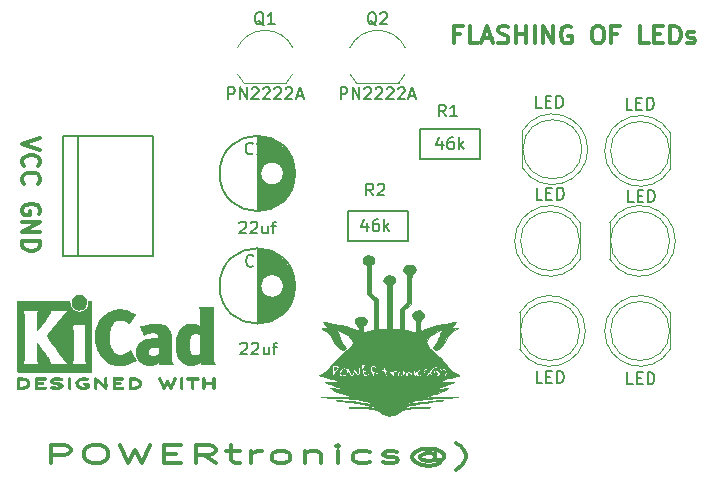
<source format=gbr>
%TF.GenerationSoftware,KiCad,Pcbnew,(5.1.6)-1*%
%TF.CreationDate,2020-09-07T12:27:48+05:30*%
%TF.ProjectId,using 2n222a,7573696e-6720-4326-9e32-3232612e6b69,rev?*%
%TF.SameCoordinates,Original*%
%TF.FileFunction,Legend,Top*%
%TF.FilePolarity,Positive*%
%FSLAX46Y46*%
G04 Gerber Fmt 4.6, Leading zero omitted, Abs format (unit mm)*
G04 Created by KiCad (PCBNEW (5.1.6)-1) date 2020-09-07 12:27:48*
%MOMM*%
%LPD*%
G01*
G04 APERTURE LIST*
%ADD10C,0.300000*%
%ADD11C,0.010000*%
%ADD12C,0.150000*%
%ADD13C,0.120000*%
G04 APERTURE END LIST*
D10*
X166397142Y-96157857D02*
X165897142Y-96157857D01*
X165897142Y-96943571D02*
X165897142Y-95443571D01*
X166611428Y-95443571D01*
X167897142Y-96943571D02*
X167182857Y-96943571D01*
X167182857Y-95443571D01*
X168325714Y-96515000D02*
X169040000Y-96515000D01*
X168182857Y-96943571D02*
X168682857Y-95443571D01*
X169182857Y-96943571D01*
X169611428Y-96872142D02*
X169825714Y-96943571D01*
X170182857Y-96943571D01*
X170325714Y-96872142D01*
X170397142Y-96800714D01*
X170468571Y-96657857D01*
X170468571Y-96515000D01*
X170397142Y-96372142D01*
X170325714Y-96300714D01*
X170182857Y-96229285D01*
X169897142Y-96157857D01*
X169754285Y-96086428D01*
X169682857Y-96015000D01*
X169611428Y-95872142D01*
X169611428Y-95729285D01*
X169682857Y-95586428D01*
X169754285Y-95515000D01*
X169897142Y-95443571D01*
X170254285Y-95443571D01*
X170468571Y-95515000D01*
X171111428Y-96943571D02*
X171111428Y-95443571D01*
X171111428Y-96157857D02*
X171968571Y-96157857D01*
X171968571Y-96943571D02*
X171968571Y-95443571D01*
X172682857Y-96943571D02*
X172682857Y-95443571D01*
X173397142Y-96943571D02*
X173397142Y-95443571D01*
X174254285Y-96943571D01*
X174254285Y-95443571D01*
X175754285Y-95515000D02*
X175611428Y-95443571D01*
X175397142Y-95443571D01*
X175182857Y-95515000D01*
X175040000Y-95657857D01*
X174968571Y-95800714D01*
X174897142Y-96086428D01*
X174897142Y-96300714D01*
X174968571Y-96586428D01*
X175040000Y-96729285D01*
X175182857Y-96872142D01*
X175397142Y-96943571D01*
X175540000Y-96943571D01*
X175754285Y-96872142D01*
X175825714Y-96800714D01*
X175825714Y-96300714D01*
X175540000Y-96300714D01*
X177897142Y-95443571D02*
X178182857Y-95443571D01*
X178325714Y-95515000D01*
X178468571Y-95657857D01*
X178540000Y-95943571D01*
X178540000Y-96443571D01*
X178468571Y-96729285D01*
X178325714Y-96872142D01*
X178182857Y-96943571D01*
X177897142Y-96943571D01*
X177754285Y-96872142D01*
X177611428Y-96729285D01*
X177540000Y-96443571D01*
X177540000Y-95943571D01*
X177611428Y-95657857D01*
X177754285Y-95515000D01*
X177897142Y-95443571D01*
X179682857Y-96157857D02*
X179182857Y-96157857D01*
X179182857Y-96943571D02*
X179182857Y-95443571D01*
X179897142Y-95443571D01*
X182325714Y-96943571D02*
X181611428Y-96943571D01*
X181611428Y-95443571D01*
X182825714Y-96157857D02*
X183325714Y-96157857D01*
X183540000Y-96943571D02*
X182825714Y-96943571D01*
X182825714Y-95443571D01*
X183540000Y-95443571D01*
X184182857Y-96943571D02*
X184182857Y-95443571D01*
X184540000Y-95443571D01*
X184754285Y-95515000D01*
X184897142Y-95657857D01*
X184968571Y-95800714D01*
X185040000Y-96086428D01*
X185040000Y-96300714D01*
X184968571Y-96586428D01*
X184897142Y-96729285D01*
X184754285Y-96872142D01*
X184540000Y-96943571D01*
X184182857Y-96943571D01*
X185611428Y-96872142D02*
X185754285Y-96943571D01*
X186040000Y-96943571D01*
X186182857Y-96872142D01*
X186254285Y-96729285D01*
X186254285Y-96657857D01*
X186182857Y-96515000D01*
X186040000Y-96443571D01*
X185825714Y-96443571D01*
X185682857Y-96372142D01*
X185611428Y-96229285D01*
X185611428Y-96157857D01*
X185682857Y-96015000D01*
X185825714Y-95943571D01*
X186040000Y-95943571D01*
X186182857Y-96015000D01*
X130821428Y-104947857D02*
X129321428Y-105447857D01*
X130821428Y-105947857D01*
X129464285Y-107305000D02*
X129392857Y-107233571D01*
X129321428Y-107019285D01*
X129321428Y-106876428D01*
X129392857Y-106662142D01*
X129535714Y-106519285D01*
X129678571Y-106447857D01*
X129964285Y-106376428D01*
X130178571Y-106376428D01*
X130464285Y-106447857D01*
X130607142Y-106519285D01*
X130750000Y-106662142D01*
X130821428Y-106876428D01*
X130821428Y-107019285D01*
X130750000Y-107233571D01*
X130678571Y-107305000D01*
X129464285Y-108805000D02*
X129392857Y-108733571D01*
X129321428Y-108519285D01*
X129321428Y-108376428D01*
X129392857Y-108162142D01*
X129535714Y-108019285D01*
X129678571Y-107947857D01*
X129964285Y-107876428D01*
X130178571Y-107876428D01*
X130464285Y-107947857D01*
X130607142Y-108019285D01*
X130750000Y-108162142D01*
X130821428Y-108376428D01*
X130821428Y-108519285D01*
X130750000Y-108733571D01*
X130678571Y-108805000D01*
X130750000Y-111376428D02*
X130821428Y-111233571D01*
X130821428Y-111019285D01*
X130750000Y-110805000D01*
X130607142Y-110662142D01*
X130464285Y-110590714D01*
X130178571Y-110519285D01*
X129964285Y-110519285D01*
X129678571Y-110590714D01*
X129535714Y-110662142D01*
X129392857Y-110805000D01*
X129321428Y-111019285D01*
X129321428Y-111162142D01*
X129392857Y-111376428D01*
X129464285Y-111447857D01*
X129964285Y-111447857D01*
X129964285Y-111162142D01*
X129321428Y-112090714D02*
X130821428Y-112090714D01*
X129321428Y-112947857D01*
X130821428Y-112947857D01*
X129321428Y-113662142D02*
X130821428Y-113662142D01*
X130821428Y-114019285D01*
X130750000Y-114233571D01*
X130607142Y-114376428D01*
X130464285Y-114447857D01*
X130178571Y-114519285D01*
X129964285Y-114519285D01*
X129678571Y-114447857D01*
X129535714Y-114376428D01*
X129392857Y-114233571D01*
X129321428Y-114019285D01*
X129321428Y-113662142D01*
X131708571Y-132463571D02*
X131708571Y-130963571D01*
X132851428Y-130963571D01*
X133137142Y-131035000D01*
X133280000Y-131106428D01*
X133422857Y-131249285D01*
X133422857Y-131463571D01*
X133280000Y-131606428D01*
X133137142Y-131677857D01*
X132851428Y-131749285D01*
X131708571Y-131749285D01*
X135280000Y-130963571D02*
X135851428Y-130963571D01*
X136137142Y-131035000D01*
X136422857Y-131177857D01*
X136565714Y-131463571D01*
X136565714Y-131963571D01*
X136422857Y-132249285D01*
X136137142Y-132392142D01*
X135851428Y-132463571D01*
X135280000Y-132463571D01*
X134994285Y-132392142D01*
X134708571Y-132249285D01*
X134565714Y-131963571D01*
X134565714Y-131463571D01*
X134708571Y-131177857D01*
X134994285Y-131035000D01*
X135280000Y-130963571D01*
X137565714Y-130963571D02*
X138280000Y-132463571D01*
X138851428Y-131392142D01*
X139422857Y-132463571D01*
X140137142Y-130963571D01*
X141280000Y-131677857D02*
X142280000Y-131677857D01*
X142708571Y-132463571D02*
X141280000Y-132463571D01*
X141280000Y-130963571D01*
X142708571Y-130963571D01*
X145708571Y-132463571D02*
X144708571Y-131749285D01*
X143994285Y-132463571D02*
X143994285Y-130963571D01*
X145137142Y-130963571D01*
X145422857Y-131035000D01*
X145565714Y-131106428D01*
X145708571Y-131249285D01*
X145708571Y-131463571D01*
X145565714Y-131606428D01*
X145422857Y-131677857D01*
X145137142Y-131749285D01*
X143994285Y-131749285D01*
X146565714Y-131463571D02*
X147708571Y-131463571D01*
X146994285Y-130963571D02*
X146994285Y-132249285D01*
X147137142Y-132392142D01*
X147422857Y-132463571D01*
X147708571Y-132463571D01*
X148708571Y-132463571D02*
X148708571Y-131463571D01*
X148708571Y-131749285D02*
X148851428Y-131606428D01*
X148994285Y-131535000D01*
X149280000Y-131463571D01*
X149565714Y-131463571D01*
X150994285Y-132463571D02*
X150708571Y-132392142D01*
X150565714Y-132320714D01*
X150422857Y-132177857D01*
X150422857Y-131749285D01*
X150565714Y-131606428D01*
X150708571Y-131535000D01*
X150994285Y-131463571D01*
X151422857Y-131463571D01*
X151708571Y-131535000D01*
X151851428Y-131606428D01*
X151994285Y-131749285D01*
X151994285Y-132177857D01*
X151851428Y-132320714D01*
X151708571Y-132392142D01*
X151422857Y-132463571D01*
X150994285Y-132463571D01*
X153280000Y-131463571D02*
X153280000Y-132463571D01*
X153280000Y-131606428D02*
X153422857Y-131535000D01*
X153708571Y-131463571D01*
X154137142Y-131463571D01*
X154422857Y-131535000D01*
X154565714Y-131677857D01*
X154565714Y-132463571D01*
X155994285Y-132463571D02*
X155994285Y-131463571D01*
X155994285Y-130963571D02*
X155851428Y-131035000D01*
X155994285Y-131106428D01*
X156137142Y-131035000D01*
X155994285Y-130963571D01*
X155994285Y-131106428D01*
X158708571Y-132392142D02*
X158422857Y-132463571D01*
X157851428Y-132463571D01*
X157565714Y-132392142D01*
X157422857Y-132320714D01*
X157280000Y-132177857D01*
X157280000Y-131749285D01*
X157422857Y-131606428D01*
X157565714Y-131535000D01*
X157851428Y-131463571D01*
X158422857Y-131463571D01*
X158708571Y-131535000D01*
X159851428Y-132392142D02*
X160137142Y-132463571D01*
X160708571Y-132463571D01*
X160994285Y-132392142D01*
X161137142Y-132249285D01*
X161137142Y-132177857D01*
X160994285Y-132035000D01*
X160708571Y-131963571D01*
X160280000Y-131963571D01*
X159994285Y-131892142D01*
X159851428Y-131749285D01*
X159851428Y-131677857D01*
X159994285Y-131535000D01*
X160280000Y-131463571D01*
X160708571Y-131463571D01*
X160994285Y-131535000D01*
X164280000Y-131749285D02*
X164137142Y-131677857D01*
X163851428Y-131606428D01*
X163565714Y-131606428D01*
X163280000Y-131677857D01*
X163137142Y-131749285D01*
X162994285Y-131892142D01*
X162994285Y-132035000D01*
X163137142Y-132177857D01*
X163280000Y-132249285D01*
X163565714Y-132320714D01*
X163851428Y-132320714D01*
X164137142Y-132249285D01*
X164280000Y-132177857D01*
X164280000Y-131606428D02*
X164280000Y-132177857D01*
X164422857Y-132249285D01*
X164565714Y-132249285D01*
X164851428Y-132177857D01*
X164994285Y-132035000D01*
X164994285Y-131677857D01*
X164708571Y-131463571D01*
X164280000Y-131320714D01*
X163708571Y-131249285D01*
X163137142Y-131320714D01*
X162708571Y-131463571D01*
X162422857Y-131677857D01*
X162280000Y-131963571D01*
X162422857Y-132249285D01*
X162708571Y-132463571D01*
X163137142Y-132606428D01*
X163708571Y-132677857D01*
X164280000Y-132606428D01*
X164708571Y-132463571D01*
X165994285Y-133035000D02*
X166137142Y-132963571D01*
X166422857Y-132749285D01*
X166565714Y-132606428D01*
X166708571Y-132392142D01*
X166851428Y-132035000D01*
X166851428Y-131749285D01*
X166708571Y-131392142D01*
X166565714Y-131177857D01*
X166422857Y-131035000D01*
X166137142Y-130820714D01*
X165994285Y-130749285D01*
D11*
%TO.C,REF\u002A\u002A*%
G36*
X129070246Y-125215945D02*
G01*
X129122811Y-125216480D01*
X129276835Y-125220196D01*
X129405829Y-125231235D01*
X129514191Y-125250782D01*
X129606316Y-125280019D01*
X129686601Y-125320133D01*
X129759442Y-125372305D01*
X129785459Y-125394969D01*
X129828617Y-125447998D01*
X129867533Y-125519957D01*
X129897527Y-125599720D01*
X129913919Y-125676161D01*
X129915622Y-125704408D01*
X129904949Y-125782710D01*
X129876347Y-125868241D01*
X129834943Y-125949199D01*
X129785859Y-126013782D01*
X129777887Y-126021574D01*
X129710354Y-126076344D01*
X129636402Y-126119099D01*
X129551766Y-126150959D01*
X129452183Y-126173044D01*
X129333388Y-126186474D01*
X129191120Y-126192370D01*
X129125954Y-126192870D01*
X129043099Y-126192471D01*
X128984831Y-126190802D01*
X128945684Y-126187158D01*
X128920191Y-126180829D01*
X128902886Y-126171110D01*
X128893610Y-126162810D01*
X128884848Y-126152728D01*
X128877975Y-126139721D01*
X128872762Y-126120305D01*
X128868981Y-126090996D01*
X128866403Y-126048309D01*
X128864800Y-125988761D01*
X128863943Y-125908866D01*
X128863603Y-125805141D01*
X128863551Y-125704408D01*
X128863220Y-125570055D01*
X128863292Y-125462728D01*
X128864570Y-125411331D01*
X129058935Y-125411331D01*
X129058935Y-125997485D01*
X129182929Y-125997371D01*
X129257539Y-125995232D01*
X129335682Y-125989719D01*
X129400880Y-125982008D01*
X129402864Y-125981691D01*
X129508237Y-125956214D01*
X129589968Y-125916536D01*
X129652138Y-125860074D01*
X129691640Y-125798942D01*
X129715980Y-125731129D01*
X129714093Y-125667455D01*
X129685845Y-125599201D01*
X129630592Y-125528592D01*
X129554027Y-125476271D01*
X129454505Y-125441299D01*
X129387993Y-125428922D01*
X129312493Y-125420230D01*
X129232475Y-125413940D01*
X129164416Y-125411324D01*
X129160385Y-125411312D01*
X129058935Y-125411331D01*
X128864570Y-125411331D01*
X128865364Y-125379417D01*
X128871039Y-125317115D01*
X128881913Y-125272811D01*
X128899586Y-125243496D01*
X128925657Y-125226161D01*
X128961725Y-125217797D01*
X129009388Y-125215395D01*
X129070246Y-125215945D01*
G37*
X129070246Y-125215945D02*
X129122811Y-125216480D01*
X129276835Y-125220196D01*
X129405829Y-125231235D01*
X129514191Y-125250782D01*
X129606316Y-125280019D01*
X129686601Y-125320133D01*
X129759442Y-125372305D01*
X129785459Y-125394969D01*
X129828617Y-125447998D01*
X129867533Y-125519957D01*
X129897527Y-125599720D01*
X129913919Y-125676161D01*
X129915622Y-125704408D01*
X129904949Y-125782710D01*
X129876347Y-125868241D01*
X129834943Y-125949199D01*
X129785859Y-126013782D01*
X129777887Y-126021574D01*
X129710354Y-126076344D01*
X129636402Y-126119099D01*
X129551766Y-126150959D01*
X129452183Y-126173044D01*
X129333388Y-126186474D01*
X129191120Y-126192370D01*
X129125954Y-126192870D01*
X129043099Y-126192471D01*
X128984831Y-126190802D01*
X128945684Y-126187158D01*
X128920191Y-126180829D01*
X128902886Y-126171110D01*
X128893610Y-126162810D01*
X128884848Y-126152728D01*
X128877975Y-126139721D01*
X128872762Y-126120305D01*
X128868981Y-126090996D01*
X128866403Y-126048309D01*
X128864800Y-125988761D01*
X128863943Y-125908866D01*
X128863603Y-125805141D01*
X128863551Y-125704408D01*
X128863220Y-125570055D01*
X128863292Y-125462728D01*
X128864570Y-125411331D01*
X129058935Y-125411331D01*
X129058935Y-125997485D01*
X129182929Y-125997371D01*
X129257539Y-125995232D01*
X129335682Y-125989719D01*
X129400880Y-125982008D01*
X129402864Y-125981691D01*
X129508237Y-125956214D01*
X129589968Y-125916536D01*
X129652138Y-125860074D01*
X129691640Y-125798942D01*
X129715980Y-125731129D01*
X129714093Y-125667455D01*
X129685845Y-125599201D01*
X129630592Y-125528592D01*
X129554027Y-125476271D01*
X129454505Y-125441299D01*
X129387993Y-125428922D01*
X129312493Y-125420230D01*
X129232475Y-125413940D01*
X129164416Y-125411324D01*
X129160385Y-125411312D01*
X129058935Y-125411331D01*
X128864570Y-125411331D01*
X128865364Y-125379417D01*
X128871039Y-125317115D01*
X128881913Y-125272811D01*
X128899586Y-125243496D01*
X128925657Y-125226161D01*
X128961725Y-125217797D01*
X129009388Y-125215395D01*
X129070246Y-125215945D01*
G36*
X130945570Y-125216052D02*
G01*
X131037978Y-125216548D01*
X131107727Y-125217701D01*
X131158517Y-125219780D01*
X131194049Y-125223051D01*
X131218022Y-125227783D01*
X131234136Y-125234243D01*
X131246091Y-125242699D01*
X131250421Y-125246591D01*
X131276749Y-125287940D01*
X131281489Y-125335452D01*
X131264170Y-125377631D01*
X131256161Y-125386156D01*
X131243208Y-125394421D01*
X131222352Y-125400797D01*
X131189724Y-125405595D01*
X131141458Y-125409124D01*
X131073686Y-125411694D01*
X130982540Y-125413617D01*
X130899209Y-125414787D01*
X130569408Y-125418846D01*
X130560394Y-125591686D01*
X130784258Y-125591686D01*
X130881446Y-125592525D01*
X130952597Y-125596032D01*
X131001709Y-125603695D01*
X131032783Y-125617003D01*
X131049816Y-125637441D01*
X131056808Y-125666499D01*
X131057870Y-125693467D01*
X131054570Y-125726557D01*
X131042117Y-125750940D01*
X131016680Y-125767889D01*
X130974429Y-125778679D01*
X130911534Y-125784584D01*
X130824165Y-125786877D01*
X130776479Y-125787071D01*
X130561894Y-125787071D01*
X130561894Y-125997485D01*
X130892545Y-125997485D01*
X131000930Y-125997636D01*
X131083303Y-125998314D01*
X131143711Y-125999856D01*
X131186201Y-126002599D01*
X131214819Y-126006881D01*
X131233612Y-126013039D01*
X131246626Y-126021409D01*
X131253255Y-126027544D01*
X131275993Y-126063349D01*
X131283314Y-126095177D01*
X131272861Y-126134054D01*
X131253255Y-126162810D01*
X131242795Y-126171863D01*
X131229292Y-126178893D01*
X131209114Y-126184154D01*
X131178629Y-126187901D01*
X131134205Y-126190390D01*
X131072209Y-126191875D01*
X130989009Y-126192611D01*
X130880973Y-126192854D01*
X130824911Y-126192870D01*
X130704856Y-126192763D01*
X130611226Y-126192275D01*
X130540391Y-126191149D01*
X130488719Y-126189131D01*
X130452577Y-126185966D01*
X130428332Y-126181399D01*
X130412353Y-126175176D01*
X130401007Y-126167040D01*
X130396568Y-126162810D01*
X130387783Y-126152696D01*
X130380896Y-126139648D01*
X130375679Y-126120170D01*
X130371901Y-126090764D01*
X130369330Y-126047934D01*
X130367736Y-125988184D01*
X130366889Y-125908017D01*
X130366558Y-125803937D01*
X130366509Y-125707028D01*
X130366554Y-125582923D01*
X130366866Y-125485366D01*
X130367712Y-125410846D01*
X130369358Y-125355851D01*
X130372071Y-125316870D01*
X130376117Y-125290393D01*
X130381763Y-125272906D01*
X130389274Y-125260900D01*
X130398918Y-125250863D01*
X130401294Y-125248626D01*
X130412825Y-125238719D01*
X130426222Y-125231048D01*
X130445204Y-125225326D01*
X130473485Y-125221268D01*
X130514782Y-125218588D01*
X130572812Y-125217002D01*
X130651291Y-125216224D01*
X130753934Y-125215968D01*
X130826804Y-125215946D01*
X130945570Y-125216052D01*
G37*
X130945570Y-125216052D02*
X131037978Y-125216548D01*
X131107727Y-125217701D01*
X131158517Y-125219780D01*
X131194049Y-125223051D01*
X131218022Y-125227783D01*
X131234136Y-125234243D01*
X131246091Y-125242699D01*
X131250421Y-125246591D01*
X131276749Y-125287940D01*
X131281489Y-125335452D01*
X131264170Y-125377631D01*
X131256161Y-125386156D01*
X131243208Y-125394421D01*
X131222352Y-125400797D01*
X131189724Y-125405595D01*
X131141458Y-125409124D01*
X131073686Y-125411694D01*
X130982540Y-125413617D01*
X130899209Y-125414787D01*
X130569408Y-125418846D01*
X130560394Y-125591686D01*
X130784258Y-125591686D01*
X130881446Y-125592525D01*
X130952597Y-125596032D01*
X131001709Y-125603695D01*
X131032783Y-125617003D01*
X131049816Y-125637441D01*
X131056808Y-125666499D01*
X131057870Y-125693467D01*
X131054570Y-125726557D01*
X131042117Y-125750940D01*
X131016680Y-125767889D01*
X130974429Y-125778679D01*
X130911534Y-125784584D01*
X130824165Y-125786877D01*
X130776479Y-125787071D01*
X130561894Y-125787071D01*
X130561894Y-125997485D01*
X130892545Y-125997485D01*
X131000930Y-125997636D01*
X131083303Y-125998314D01*
X131143711Y-125999856D01*
X131186201Y-126002599D01*
X131214819Y-126006881D01*
X131233612Y-126013039D01*
X131246626Y-126021409D01*
X131253255Y-126027544D01*
X131275993Y-126063349D01*
X131283314Y-126095177D01*
X131272861Y-126134054D01*
X131253255Y-126162810D01*
X131242795Y-126171863D01*
X131229292Y-126178893D01*
X131209114Y-126184154D01*
X131178629Y-126187901D01*
X131134205Y-126190390D01*
X131072209Y-126191875D01*
X130989009Y-126192611D01*
X130880973Y-126192854D01*
X130824911Y-126192870D01*
X130704856Y-126192763D01*
X130611226Y-126192275D01*
X130540391Y-126191149D01*
X130488719Y-126189131D01*
X130452577Y-126185966D01*
X130428332Y-126181399D01*
X130412353Y-126175176D01*
X130401007Y-126167040D01*
X130396568Y-126162810D01*
X130387783Y-126152696D01*
X130380896Y-126139648D01*
X130375679Y-126120170D01*
X130371901Y-126090764D01*
X130369330Y-126047934D01*
X130367736Y-125988184D01*
X130366889Y-125908017D01*
X130366558Y-125803937D01*
X130366509Y-125707028D01*
X130366554Y-125582923D01*
X130366866Y-125485366D01*
X130367712Y-125410846D01*
X130369358Y-125355851D01*
X130372071Y-125316870D01*
X130376117Y-125290393D01*
X130381763Y-125272906D01*
X130389274Y-125260900D01*
X130398918Y-125250863D01*
X130401294Y-125248626D01*
X130412825Y-125238719D01*
X130426222Y-125231048D01*
X130445204Y-125225326D01*
X130473485Y-125221268D01*
X130514782Y-125218588D01*
X130572812Y-125217002D01*
X130651291Y-125216224D01*
X130753934Y-125215968D01*
X130826804Y-125215946D01*
X130945570Y-125216052D01*
G36*
X132305012Y-125217657D02*
G01*
X132404617Y-125224620D01*
X132497256Y-125235495D01*
X132577542Y-125249874D01*
X132640092Y-125267346D01*
X132679519Y-125287502D01*
X132685571Y-125293435D01*
X132706616Y-125339475D01*
X132700234Y-125386740D01*
X132667593Y-125427178D01*
X132666036Y-125428337D01*
X132646837Y-125440797D01*
X132626795Y-125447349D01*
X132598840Y-125448144D01*
X132555901Y-125443336D01*
X132490909Y-125433075D01*
X132485681Y-125432211D01*
X132388839Y-125420314D01*
X132284356Y-125414445D01*
X132179565Y-125414388D01*
X132081798Y-125419927D01*
X131998388Y-125430845D01*
X131936667Y-125446925D01*
X131932612Y-125448541D01*
X131887836Y-125473629D01*
X131872104Y-125499018D01*
X131884420Y-125523987D01*
X131923785Y-125547816D01*
X131989202Y-125569782D01*
X132079674Y-125589166D01*
X132140000Y-125598498D01*
X132265400Y-125616449D01*
X132365135Y-125632859D01*
X132443454Y-125649148D01*
X132504607Y-125666738D01*
X132552841Y-125687049D01*
X132592405Y-125711503D01*
X132627548Y-125741520D01*
X132655789Y-125770996D01*
X132689292Y-125812067D01*
X132705781Y-125847382D01*
X132710937Y-125890893D01*
X132711124Y-125906828D01*
X132707252Y-125959705D01*
X132691773Y-125999043D01*
X132664985Y-126033960D01*
X132610541Y-126087334D01*
X132549830Y-126128038D01*
X132478342Y-126157400D01*
X132391564Y-126176747D01*
X132284986Y-126187406D01*
X132154097Y-126190705D01*
X132132485Y-126190649D01*
X132045202Y-126188840D01*
X131958641Y-126184729D01*
X131882238Y-126178906D01*
X131825430Y-126171961D01*
X131820836Y-126171164D01*
X131764355Y-126157784D01*
X131716448Y-126140882D01*
X131689327Y-126125431D01*
X131664089Y-126084666D01*
X131662331Y-126037198D01*
X131684088Y-125994895D01*
X131688956Y-125990112D01*
X131709078Y-125975899D01*
X131734242Y-125969776D01*
X131773187Y-125970818D01*
X131820465Y-125976234D01*
X131873295Y-125981073D01*
X131947352Y-125985155D01*
X132033809Y-125988118D01*
X132123837Y-125989597D01*
X132147515Y-125989694D01*
X132237878Y-125989330D01*
X132304011Y-125987576D01*
X132351733Y-125983823D01*
X132386862Y-125977463D01*
X132415218Y-125967887D01*
X132432259Y-125959911D01*
X132469704Y-125937765D01*
X132493579Y-125917708D01*
X132497068Y-125912023D01*
X132489707Y-125888545D01*
X132454713Y-125865817D01*
X132394512Y-125844870D01*
X132311529Y-125826736D01*
X132287080Y-125822697D01*
X132159378Y-125802639D01*
X132057460Y-125785874D01*
X131977394Y-125771183D01*
X131915246Y-125757348D01*
X131867082Y-125743151D01*
X131828968Y-125727373D01*
X131796970Y-125708796D01*
X131767156Y-125686202D01*
X131735590Y-125658373D01*
X131724968Y-125648616D01*
X131687727Y-125612202D01*
X131668013Y-125583352D01*
X131660301Y-125550338D01*
X131659053Y-125508735D01*
X131672785Y-125427151D01*
X131713822Y-125357834D01*
X131781930Y-125301008D01*
X131876873Y-125256897D01*
X131944616Y-125237112D01*
X132018241Y-125224333D01*
X132106439Y-125217104D01*
X132203824Y-125215015D01*
X132305012Y-125217657D01*
G37*
X132305012Y-125217657D02*
X132404617Y-125224620D01*
X132497256Y-125235495D01*
X132577542Y-125249874D01*
X132640092Y-125267346D01*
X132679519Y-125287502D01*
X132685571Y-125293435D01*
X132706616Y-125339475D01*
X132700234Y-125386740D01*
X132667593Y-125427178D01*
X132666036Y-125428337D01*
X132646837Y-125440797D01*
X132626795Y-125447349D01*
X132598840Y-125448144D01*
X132555901Y-125443336D01*
X132490909Y-125433075D01*
X132485681Y-125432211D01*
X132388839Y-125420314D01*
X132284356Y-125414445D01*
X132179565Y-125414388D01*
X132081798Y-125419927D01*
X131998388Y-125430845D01*
X131936667Y-125446925D01*
X131932612Y-125448541D01*
X131887836Y-125473629D01*
X131872104Y-125499018D01*
X131884420Y-125523987D01*
X131923785Y-125547816D01*
X131989202Y-125569782D01*
X132079674Y-125589166D01*
X132140000Y-125598498D01*
X132265400Y-125616449D01*
X132365135Y-125632859D01*
X132443454Y-125649148D01*
X132504607Y-125666738D01*
X132552841Y-125687049D01*
X132592405Y-125711503D01*
X132627548Y-125741520D01*
X132655789Y-125770996D01*
X132689292Y-125812067D01*
X132705781Y-125847382D01*
X132710937Y-125890893D01*
X132711124Y-125906828D01*
X132707252Y-125959705D01*
X132691773Y-125999043D01*
X132664985Y-126033960D01*
X132610541Y-126087334D01*
X132549830Y-126128038D01*
X132478342Y-126157400D01*
X132391564Y-126176747D01*
X132284986Y-126187406D01*
X132154097Y-126190705D01*
X132132485Y-126190649D01*
X132045202Y-126188840D01*
X131958641Y-126184729D01*
X131882238Y-126178906D01*
X131825430Y-126171961D01*
X131820836Y-126171164D01*
X131764355Y-126157784D01*
X131716448Y-126140882D01*
X131689327Y-126125431D01*
X131664089Y-126084666D01*
X131662331Y-126037198D01*
X131684088Y-125994895D01*
X131688956Y-125990112D01*
X131709078Y-125975899D01*
X131734242Y-125969776D01*
X131773187Y-125970818D01*
X131820465Y-125976234D01*
X131873295Y-125981073D01*
X131947352Y-125985155D01*
X132033809Y-125988118D01*
X132123837Y-125989597D01*
X132147515Y-125989694D01*
X132237878Y-125989330D01*
X132304011Y-125987576D01*
X132351733Y-125983823D01*
X132386862Y-125977463D01*
X132415218Y-125967887D01*
X132432259Y-125959911D01*
X132469704Y-125937765D01*
X132493579Y-125917708D01*
X132497068Y-125912023D01*
X132489707Y-125888545D01*
X132454713Y-125865817D01*
X132394512Y-125844870D01*
X132311529Y-125826736D01*
X132287080Y-125822697D01*
X132159378Y-125802639D01*
X132057460Y-125785874D01*
X131977394Y-125771183D01*
X131915246Y-125757348D01*
X131867082Y-125743151D01*
X131828968Y-125727373D01*
X131796970Y-125708796D01*
X131767156Y-125686202D01*
X131735590Y-125658373D01*
X131724968Y-125648616D01*
X131687727Y-125612202D01*
X131668013Y-125583352D01*
X131660301Y-125550338D01*
X131659053Y-125508735D01*
X131672785Y-125427151D01*
X131713822Y-125357834D01*
X131781930Y-125301008D01*
X131876873Y-125256897D01*
X131944616Y-125237112D01*
X132018241Y-125224333D01*
X132106439Y-125217104D01*
X132203824Y-125215015D01*
X132305012Y-125217657D01*
G36*
X133327337Y-125246006D02*
G01*
X133336099Y-125256088D01*
X133342972Y-125269095D01*
X133348185Y-125288511D01*
X133351966Y-125317820D01*
X133354544Y-125360507D01*
X133356147Y-125420055D01*
X133357005Y-125499950D01*
X133357344Y-125603676D01*
X133357397Y-125704408D01*
X133357304Y-125829352D01*
X133356873Y-125927721D01*
X133355877Y-126003001D01*
X133354085Y-126058674D01*
X133351271Y-126098226D01*
X133347204Y-126125141D01*
X133341658Y-126142903D01*
X133334403Y-126154997D01*
X133327337Y-126162810D01*
X133283398Y-126189012D01*
X133236580Y-126186661D01*
X133194691Y-126158084D01*
X133185066Y-126146927D01*
X133177545Y-126133983D01*
X133171866Y-126115672D01*
X133167773Y-126088418D01*
X133165005Y-126048640D01*
X133163304Y-125992762D01*
X133162411Y-125917204D01*
X133162067Y-125818388D01*
X133162012Y-125706514D01*
X133162012Y-125289728D01*
X133198903Y-125252837D01*
X133244375Y-125221800D01*
X133288484Y-125220681D01*
X133327337Y-125246006D01*
G37*
X133327337Y-125246006D02*
X133336099Y-125256088D01*
X133342972Y-125269095D01*
X133348185Y-125288511D01*
X133351966Y-125317820D01*
X133354544Y-125360507D01*
X133356147Y-125420055D01*
X133357005Y-125499950D01*
X133357344Y-125603676D01*
X133357397Y-125704408D01*
X133357304Y-125829352D01*
X133356873Y-125927721D01*
X133355877Y-126003001D01*
X133354085Y-126058674D01*
X133351271Y-126098226D01*
X133347204Y-126125141D01*
X133341658Y-126142903D01*
X133334403Y-126154997D01*
X133327337Y-126162810D01*
X133283398Y-126189012D01*
X133236580Y-126186661D01*
X133194691Y-126158084D01*
X133185066Y-126146927D01*
X133177545Y-126133983D01*
X133171866Y-126115672D01*
X133167773Y-126088418D01*
X133165005Y-126048640D01*
X133163304Y-125992762D01*
X133162411Y-125917204D01*
X133162067Y-125818388D01*
X133162012Y-125706514D01*
X133162012Y-125289728D01*
X133198903Y-125252837D01*
X133244375Y-125221800D01*
X133288484Y-125220681D01*
X133327337Y-125246006D01*
G36*
X134623738Y-125223312D02*
G01*
X134714959Y-125238618D01*
X134785018Y-125262411D01*
X134830596Y-125293740D01*
X134843016Y-125311614D01*
X134855646Y-125353185D01*
X134847147Y-125390792D01*
X134820315Y-125426455D01*
X134778624Y-125443139D01*
X134718130Y-125441784D01*
X134671341Y-125432745D01*
X134567372Y-125415523D01*
X134461120Y-125413887D01*
X134342191Y-125427865D01*
X134309340Y-125433788D01*
X134198755Y-125464967D01*
X134112241Y-125511346D01*
X134050747Y-125572135D01*
X134015222Y-125646544D01*
X134007875Y-125685014D01*
X134012684Y-125763063D01*
X134043734Y-125832117D01*
X134098194Y-125890829D01*
X134173236Y-125937853D01*
X134266030Y-125971843D01*
X134373748Y-125991454D01*
X134493559Y-125995341D01*
X134622635Y-125982156D01*
X134629923Y-125980912D01*
X134681262Y-125971350D01*
X134709728Y-125962114D01*
X134722066Y-125948409D01*
X134725022Y-125925442D01*
X134725089Y-125913279D01*
X134725089Y-125862219D01*
X134633923Y-125862219D01*
X134553418Y-125856704D01*
X134498479Y-125839130D01*
X134466514Y-125807953D01*
X134454928Y-125761630D01*
X134454787Y-125755584D01*
X134461565Y-125715989D01*
X134484809Y-125687717D01*
X134528070Y-125669007D01*
X134594899Y-125658100D01*
X134659630Y-125654090D01*
X134753713Y-125651789D01*
X134821956Y-125655300D01*
X134868499Y-125668255D01*
X134897482Y-125694286D01*
X134913045Y-125737027D01*
X134919329Y-125800110D01*
X134920474Y-125882964D01*
X134918598Y-125975446D01*
X134912954Y-126038354D01*
X134903518Y-126071939D01*
X134901687Y-126074569D01*
X134849875Y-126116534D01*
X134773910Y-126149768D01*
X134678608Y-126173559D01*
X134568784Y-126187199D01*
X134449254Y-126189978D01*
X134324834Y-126181185D01*
X134251657Y-126170385D01*
X134136880Y-126137898D01*
X134030204Y-126084786D01*
X133940889Y-126015855D01*
X133927314Y-126002078D01*
X133883208Y-125944158D01*
X133843411Y-125872376D01*
X133812573Y-125797119D01*
X133795343Y-125728777D01*
X133793266Y-125702529D01*
X133802107Y-125647777D01*
X133825605Y-125579655D01*
X133859251Y-125507950D01*
X133898536Y-125442449D01*
X133933245Y-125398698D01*
X134014397Y-125333619D01*
X134119302Y-125281821D01*
X134244200Y-125244474D01*
X134385333Y-125222753D01*
X134514675Y-125217445D01*
X134623738Y-125223312D01*
G37*
X134623738Y-125223312D02*
X134714959Y-125238618D01*
X134785018Y-125262411D01*
X134830596Y-125293740D01*
X134843016Y-125311614D01*
X134855646Y-125353185D01*
X134847147Y-125390792D01*
X134820315Y-125426455D01*
X134778624Y-125443139D01*
X134718130Y-125441784D01*
X134671341Y-125432745D01*
X134567372Y-125415523D01*
X134461120Y-125413887D01*
X134342191Y-125427865D01*
X134309340Y-125433788D01*
X134198755Y-125464967D01*
X134112241Y-125511346D01*
X134050747Y-125572135D01*
X134015222Y-125646544D01*
X134007875Y-125685014D01*
X134012684Y-125763063D01*
X134043734Y-125832117D01*
X134098194Y-125890829D01*
X134173236Y-125937853D01*
X134266030Y-125971843D01*
X134373748Y-125991454D01*
X134493559Y-125995341D01*
X134622635Y-125982156D01*
X134629923Y-125980912D01*
X134681262Y-125971350D01*
X134709728Y-125962114D01*
X134722066Y-125948409D01*
X134725022Y-125925442D01*
X134725089Y-125913279D01*
X134725089Y-125862219D01*
X134633923Y-125862219D01*
X134553418Y-125856704D01*
X134498479Y-125839130D01*
X134466514Y-125807953D01*
X134454928Y-125761630D01*
X134454787Y-125755584D01*
X134461565Y-125715989D01*
X134484809Y-125687717D01*
X134528070Y-125669007D01*
X134594899Y-125658100D01*
X134659630Y-125654090D01*
X134753713Y-125651789D01*
X134821956Y-125655300D01*
X134868499Y-125668255D01*
X134897482Y-125694286D01*
X134913045Y-125737027D01*
X134919329Y-125800110D01*
X134920474Y-125882964D01*
X134918598Y-125975446D01*
X134912954Y-126038354D01*
X134903518Y-126071939D01*
X134901687Y-126074569D01*
X134849875Y-126116534D01*
X134773910Y-126149768D01*
X134678608Y-126173559D01*
X134568784Y-126187199D01*
X134449254Y-126189978D01*
X134324834Y-126181185D01*
X134251657Y-126170385D01*
X134136880Y-126137898D01*
X134030204Y-126084786D01*
X133940889Y-126015855D01*
X133927314Y-126002078D01*
X133883208Y-125944158D01*
X133843411Y-125872376D01*
X133812573Y-125797119D01*
X133795343Y-125728777D01*
X133793266Y-125702529D01*
X133802107Y-125647777D01*
X133825605Y-125579655D01*
X133859251Y-125507950D01*
X133898536Y-125442449D01*
X133933245Y-125398698D01*
X134014397Y-125333619D01*
X134119302Y-125281821D01*
X134244200Y-125244474D01*
X134385333Y-125222753D01*
X134514675Y-125217445D01*
X134623738Y-125223312D01*
G36*
X135489080Y-125221780D02*
G01*
X135520455Y-125240185D01*
X135561478Y-125270285D01*
X135614276Y-125313496D01*
X135680975Y-125371238D01*
X135763701Y-125444928D01*
X135864580Y-125535984D01*
X135980059Y-125640674D01*
X136220533Y-125858743D01*
X136228048Y-125566044D01*
X136230761Y-125465290D01*
X136233378Y-125390258D01*
X136236480Y-125336620D01*
X136240644Y-125300046D01*
X136246449Y-125276207D01*
X136254476Y-125260774D01*
X136265303Y-125249418D01*
X136271044Y-125244646D01*
X136317017Y-125219413D01*
X136360763Y-125223102D01*
X136395465Y-125244659D01*
X136430947Y-125273371D01*
X136435360Y-125692686D01*
X136436581Y-125816007D01*
X136437203Y-125912884D01*
X136437010Y-125986930D01*
X136435786Y-126041757D01*
X136433316Y-126080979D01*
X136429386Y-126108209D01*
X136423780Y-126127059D01*
X136416282Y-126141141D01*
X136407967Y-126152435D01*
X136389978Y-126173382D01*
X136372079Y-126187267D01*
X136351788Y-126192596D01*
X136326622Y-126187876D01*
X136294100Y-126171613D01*
X136251737Y-126142313D01*
X136197052Y-126098482D01*
X136127563Y-126038627D01*
X136040785Y-125961254D01*
X135942485Y-125872350D01*
X135589290Y-125551971D01*
X135581775Y-125843713D01*
X135579057Y-125944283D01*
X135576433Y-126019140D01*
X135573321Y-126072620D01*
X135569138Y-126109062D01*
X135563303Y-126132804D01*
X135555234Y-126148182D01*
X135544349Y-126159536D01*
X135538779Y-126164162D01*
X135489544Y-126189578D01*
X135443023Y-126185745D01*
X135402511Y-126153269D01*
X135393244Y-126140203D01*
X135386021Y-126124945D01*
X135380588Y-126103832D01*
X135376692Y-126073205D01*
X135374079Y-126029402D01*
X135372493Y-125968763D01*
X135371682Y-125887627D01*
X135371392Y-125782333D01*
X135371361Y-125704408D01*
X135371459Y-125582524D01*
X135371921Y-125487039D01*
X135373003Y-125414291D01*
X135374957Y-125360619D01*
X135378038Y-125322363D01*
X135382500Y-125295863D01*
X135388597Y-125277456D01*
X135396583Y-125263484D01*
X135402511Y-125255547D01*
X135417538Y-125236748D01*
X135431582Y-125222553D01*
X135446770Y-125214382D01*
X135465227Y-125213652D01*
X135489080Y-125221780D01*
G37*
X135489080Y-125221780D02*
X135520455Y-125240185D01*
X135561478Y-125270285D01*
X135614276Y-125313496D01*
X135680975Y-125371238D01*
X135763701Y-125444928D01*
X135864580Y-125535984D01*
X135980059Y-125640674D01*
X136220533Y-125858743D01*
X136228048Y-125566044D01*
X136230761Y-125465290D01*
X136233378Y-125390258D01*
X136236480Y-125336620D01*
X136240644Y-125300046D01*
X136246449Y-125276207D01*
X136254476Y-125260774D01*
X136265303Y-125249418D01*
X136271044Y-125244646D01*
X136317017Y-125219413D01*
X136360763Y-125223102D01*
X136395465Y-125244659D01*
X136430947Y-125273371D01*
X136435360Y-125692686D01*
X136436581Y-125816007D01*
X136437203Y-125912884D01*
X136437010Y-125986930D01*
X136435786Y-126041757D01*
X136433316Y-126080979D01*
X136429386Y-126108209D01*
X136423780Y-126127059D01*
X136416282Y-126141141D01*
X136407967Y-126152435D01*
X136389978Y-126173382D01*
X136372079Y-126187267D01*
X136351788Y-126192596D01*
X136326622Y-126187876D01*
X136294100Y-126171613D01*
X136251737Y-126142313D01*
X136197052Y-126098482D01*
X136127563Y-126038627D01*
X136040785Y-125961254D01*
X135942485Y-125872350D01*
X135589290Y-125551971D01*
X135581775Y-125843713D01*
X135579057Y-125944283D01*
X135576433Y-126019140D01*
X135573321Y-126072620D01*
X135569138Y-126109062D01*
X135563303Y-126132804D01*
X135555234Y-126148182D01*
X135544349Y-126159536D01*
X135538779Y-126164162D01*
X135489544Y-126189578D01*
X135443023Y-126185745D01*
X135402511Y-126153269D01*
X135393244Y-126140203D01*
X135386021Y-126124945D01*
X135380588Y-126103832D01*
X135376692Y-126073205D01*
X135374079Y-126029402D01*
X135372493Y-125968763D01*
X135371682Y-125887627D01*
X135371392Y-125782333D01*
X135371361Y-125704408D01*
X135371459Y-125582524D01*
X135371921Y-125487039D01*
X135373003Y-125414291D01*
X135374957Y-125360619D01*
X135378038Y-125322363D01*
X135382500Y-125295863D01*
X135388597Y-125277456D01*
X135396583Y-125263484D01*
X135402511Y-125255547D01*
X135417538Y-125236748D01*
X135431582Y-125222553D01*
X135446770Y-125214382D01*
X135465227Y-125213652D01*
X135489080Y-125221780D01*
G36*
X137526670Y-125216203D02*
G01*
X137628331Y-125217420D01*
X137706236Y-125220266D01*
X137763535Y-125225410D01*
X137803381Y-125233520D01*
X137828922Y-125245267D01*
X137843311Y-125261318D01*
X137849699Y-125282344D01*
X137851235Y-125309012D01*
X137851243Y-125312162D01*
X137849909Y-125342326D01*
X137843605Y-125365639D01*
X137828876Y-125383042D01*
X137802269Y-125395476D01*
X137760328Y-125403881D01*
X137699600Y-125409201D01*
X137616630Y-125412375D01*
X137507965Y-125414345D01*
X137474659Y-125414781D01*
X137152367Y-125418846D01*
X137147860Y-125505266D01*
X137143352Y-125591686D01*
X137367217Y-125591686D01*
X137454675Y-125592009D01*
X137517123Y-125593373D01*
X137559608Y-125596375D01*
X137587177Y-125601609D01*
X137604876Y-125609671D01*
X137617751Y-125621156D01*
X137617834Y-125621247D01*
X137641184Y-125666007D01*
X137640340Y-125714383D01*
X137615833Y-125755622D01*
X137610983Y-125759861D01*
X137593769Y-125770785D01*
X137570180Y-125778385D01*
X137534961Y-125783233D01*
X137482854Y-125785902D01*
X137408604Y-125786964D01*
X137361116Y-125787071D01*
X137144852Y-125787071D01*
X137144852Y-125997485D01*
X137473174Y-125997485D01*
X137581572Y-125997675D01*
X137663889Y-125998450D01*
X137724103Y-126000120D01*
X137766189Y-126002994D01*
X137794125Y-126007383D01*
X137811888Y-126013595D01*
X137823454Y-126021940D01*
X137826369Y-126024970D01*
X137847890Y-126066970D01*
X137849464Y-126114750D01*
X137831809Y-126156178D01*
X137817839Y-126169473D01*
X137803308Y-126176792D01*
X137780792Y-126182455D01*
X137746730Y-126186659D01*
X137697561Y-126189604D01*
X137629722Y-126191487D01*
X137539652Y-126192506D01*
X137423791Y-126192861D01*
X137397597Y-126192870D01*
X137279793Y-126192792D01*
X137188350Y-126192367D01*
X137119568Y-126191302D01*
X137069750Y-126189305D01*
X137035194Y-126186086D01*
X137012204Y-126181352D01*
X136997080Y-126174813D01*
X136986123Y-126166177D01*
X136980112Y-126159976D01*
X136971064Y-126148993D01*
X136963996Y-126135388D01*
X136958663Y-126115592D01*
X136954822Y-126086038D01*
X136952229Y-126043157D01*
X136950641Y-125983381D01*
X136949815Y-125903143D01*
X136949506Y-125798875D01*
X136949468Y-125711116D01*
X136949562Y-125588144D01*
X136950011Y-125491605D01*
X136951062Y-125417875D01*
X136952964Y-125363326D01*
X136955963Y-125324335D01*
X136960309Y-125297275D01*
X136966248Y-125278520D01*
X136974029Y-125264446D01*
X136980618Y-125255547D01*
X137011768Y-125215946D01*
X137398102Y-125215946D01*
X137526670Y-125216203D01*
G37*
X137526670Y-125216203D02*
X137628331Y-125217420D01*
X137706236Y-125220266D01*
X137763535Y-125225410D01*
X137803381Y-125233520D01*
X137828922Y-125245267D01*
X137843311Y-125261318D01*
X137849699Y-125282344D01*
X137851235Y-125309012D01*
X137851243Y-125312162D01*
X137849909Y-125342326D01*
X137843605Y-125365639D01*
X137828876Y-125383042D01*
X137802269Y-125395476D01*
X137760328Y-125403881D01*
X137699600Y-125409201D01*
X137616630Y-125412375D01*
X137507965Y-125414345D01*
X137474659Y-125414781D01*
X137152367Y-125418846D01*
X137147860Y-125505266D01*
X137143352Y-125591686D01*
X137367217Y-125591686D01*
X137454675Y-125592009D01*
X137517123Y-125593373D01*
X137559608Y-125596375D01*
X137587177Y-125601609D01*
X137604876Y-125609671D01*
X137617751Y-125621156D01*
X137617834Y-125621247D01*
X137641184Y-125666007D01*
X137640340Y-125714383D01*
X137615833Y-125755622D01*
X137610983Y-125759861D01*
X137593769Y-125770785D01*
X137570180Y-125778385D01*
X137534961Y-125783233D01*
X137482854Y-125785902D01*
X137408604Y-125786964D01*
X137361116Y-125787071D01*
X137144852Y-125787071D01*
X137144852Y-125997485D01*
X137473174Y-125997485D01*
X137581572Y-125997675D01*
X137663889Y-125998450D01*
X137724103Y-126000120D01*
X137766189Y-126002994D01*
X137794125Y-126007383D01*
X137811888Y-126013595D01*
X137823454Y-126021940D01*
X137826369Y-126024970D01*
X137847890Y-126066970D01*
X137849464Y-126114750D01*
X137831809Y-126156178D01*
X137817839Y-126169473D01*
X137803308Y-126176792D01*
X137780792Y-126182455D01*
X137746730Y-126186659D01*
X137697561Y-126189604D01*
X137629722Y-126191487D01*
X137539652Y-126192506D01*
X137423791Y-126192861D01*
X137397597Y-126192870D01*
X137279793Y-126192792D01*
X137188350Y-126192367D01*
X137119568Y-126191302D01*
X137069750Y-126189305D01*
X137035194Y-126186086D01*
X137012204Y-126181352D01*
X136997080Y-126174813D01*
X136986123Y-126166177D01*
X136980112Y-126159976D01*
X136971064Y-126148993D01*
X136963996Y-126135388D01*
X136958663Y-126115592D01*
X136954822Y-126086038D01*
X136952229Y-126043157D01*
X136950641Y-125983381D01*
X136949815Y-125903143D01*
X136949506Y-125798875D01*
X136949468Y-125711116D01*
X136949562Y-125588144D01*
X136950011Y-125491605D01*
X136951062Y-125417875D01*
X136952964Y-125363326D01*
X136955963Y-125324335D01*
X136960309Y-125297275D01*
X136966248Y-125278520D01*
X136974029Y-125264446D01*
X136980618Y-125255547D01*
X137011768Y-125215946D01*
X137398102Y-125215946D01*
X137526670Y-125216203D01*
G36*
X138575737Y-125216223D02*
G01*
X138747455Y-125222029D01*
X138893509Y-125239637D01*
X139016307Y-125270099D01*
X139118257Y-125314471D01*
X139201768Y-125373807D01*
X139269247Y-125449160D01*
X139323103Y-125541586D01*
X139324162Y-125543840D01*
X139356303Y-125626560D01*
X139367755Y-125699820D01*
X139358474Y-125773548D01*
X139328415Y-125857671D01*
X139322715Y-125870473D01*
X139283839Y-125945398D01*
X139240149Y-126003293D01*
X139183760Y-126052508D01*
X139106792Y-126101393D01*
X139102320Y-126103945D01*
X139035317Y-126136131D01*
X138959585Y-126160168D01*
X138870258Y-126176887D01*
X138762469Y-126187115D01*
X138631352Y-126191682D01*
X138585026Y-126192079D01*
X138364430Y-126192870D01*
X138333280Y-126153269D01*
X138324040Y-126140247D01*
X138316832Y-126125040D01*
X138311404Y-126104002D01*
X138307505Y-126073486D01*
X138304883Y-126029847D01*
X138304028Y-125997485D01*
X138512545Y-125997485D01*
X138637536Y-125997485D01*
X138710677Y-125995346D01*
X138785761Y-125989717D01*
X138847384Y-125981779D01*
X138851103Y-125981111D01*
X138960553Y-125951748D01*
X139045448Y-125907633D01*
X139108472Y-125846719D01*
X139152314Y-125766960D01*
X139159937Y-125745820D01*
X139167410Y-125712898D01*
X139164175Y-125680372D01*
X139148433Y-125637100D01*
X139138944Y-125615843D01*
X139107871Y-125559356D01*
X139070433Y-125519727D01*
X139029241Y-125492130D01*
X138946730Y-125456218D01*
X138841133Y-125430204D01*
X138718118Y-125415224D01*
X138629024Y-125411928D01*
X138512545Y-125411331D01*
X138512545Y-125997485D01*
X138304028Y-125997485D01*
X138303286Y-125969436D01*
X138302464Y-125888608D01*
X138302164Y-125783717D01*
X138302130Y-125701698D01*
X138302130Y-125289728D01*
X138339021Y-125252837D01*
X138355394Y-125237884D01*
X138373097Y-125227644D01*
X138397819Y-125221237D01*
X138435248Y-125217783D01*
X138491073Y-125216403D01*
X138570982Y-125216217D01*
X138575737Y-125216223D01*
G37*
X138575737Y-125216223D02*
X138747455Y-125222029D01*
X138893509Y-125239637D01*
X139016307Y-125270099D01*
X139118257Y-125314471D01*
X139201768Y-125373807D01*
X139269247Y-125449160D01*
X139323103Y-125541586D01*
X139324162Y-125543840D01*
X139356303Y-125626560D01*
X139367755Y-125699820D01*
X139358474Y-125773548D01*
X139328415Y-125857671D01*
X139322715Y-125870473D01*
X139283839Y-125945398D01*
X139240149Y-126003293D01*
X139183760Y-126052508D01*
X139106792Y-126101393D01*
X139102320Y-126103945D01*
X139035317Y-126136131D01*
X138959585Y-126160168D01*
X138870258Y-126176887D01*
X138762469Y-126187115D01*
X138631352Y-126191682D01*
X138585026Y-126192079D01*
X138364430Y-126192870D01*
X138333280Y-126153269D01*
X138324040Y-126140247D01*
X138316832Y-126125040D01*
X138311404Y-126104002D01*
X138307505Y-126073486D01*
X138304883Y-126029847D01*
X138304028Y-125997485D01*
X138512545Y-125997485D01*
X138637536Y-125997485D01*
X138710677Y-125995346D01*
X138785761Y-125989717D01*
X138847384Y-125981779D01*
X138851103Y-125981111D01*
X138960553Y-125951748D01*
X139045448Y-125907633D01*
X139108472Y-125846719D01*
X139152314Y-125766960D01*
X139159937Y-125745820D01*
X139167410Y-125712898D01*
X139164175Y-125680372D01*
X139148433Y-125637100D01*
X139138944Y-125615843D01*
X139107871Y-125559356D01*
X139070433Y-125519727D01*
X139029241Y-125492130D01*
X138946730Y-125456218D01*
X138841133Y-125430204D01*
X138718118Y-125415224D01*
X138629024Y-125411928D01*
X138512545Y-125411331D01*
X138512545Y-125997485D01*
X138304028Y-125997485D01*
X138303286Y-125969436D01*
X138302464Y-125888608D01*
X138302164Y-125783717D01*
X138302130Y-125701698D01*
X138302130Y-125289728D01*
X138339021Y-125252837D01*
X138355394Y-125237884D01*
X138373097Y-125227644D01*
X138397819Y-125221237D01*
X138435248Y-125217783D01*
X138491073Y-125216403D01*
X138570982Y-125216217D01*
X138575737Y-125216223D01*
G36*
X142205501Y-125218566D02*
G01*
X142231582Y-125227886D01*
X142232588Y-125228342D01*
X142268006Y-125255370D01*
X142287520Y-125283172D01*
X142291338Y-125296208D01*
X142291149Y-125313528D01*
X142285776Y-125338203D01*
X142274042Y-125373300D01*
X142254767Y-125421889D01*
X142226776Y-125487038D01*
X142188890Y-125571817D01*
X142139932Y-125679295D01*
X142112985Y-125738039D01*
X142064324Y-125842909D01*
X142018644Y-125939350D01*
X141977688Y-126023834D01*
X141943200Y-126092836D01*
X141916923Y-126142830D01*
X141900600Y-126170290D01*
X141897370Y-126174083D01*
X141856043Y-126190816D01*
X141809363Y-126188575D01*
X141771924Y-126168223D01*
X141770398Y-126166568D01*
X141755505Y-126144022D01*
X141730523Y-126100107D01*
X141698533Y-126040476D01*
X141662614Y-125970782D01*
X141649706Y-125945099D01*
X141552268Y-125749933D01*
X141446060Y-125961943D01*
X141408151Y-126035197D01*
X141372981Y-126098726D01*
X141343422Y-126147667D01*
X141322348Y-126177158D01*
X141315206Y-126183412D01*
X141259692Y-126191881D01*
X141213883Y-126174083D01*
X141200408Y-126155061D01*
X141177090Y-126112785D01*
X141145831Y-126051416D01*
X141108534Y-125975112D01*
X141067100Y-125888035D01*
X141023432Y-125794343D01*
X140979432Y-125698197D01*
X140937002Y-125603757D01*
X140898044Y-125515181D01*
X140864461Y-125436632D01*
X140838155Y-125372267D01*
X140821028Y-125326247D01*
X140814983Y-125302733D01*
X140815045Y-125301881D01*
X140829754Y-125272292D01*
X140859156Y-125242156D01*
X140860887Y-125240844D01*
X140897024Y-125220418D01*
X140930448Y-125220616D01*
X140942976Y-125224467D01*
X140958241Y-125232789D01*
X140974452Y-125249161D01*
X140993553Y-125276978D01*
X141017489Y-125319636D01*
X141048205Y-125380531D01*
X141087645Y-125463061D01*
X141123212Y-125539243D01*
X141164131Y-125627550D01*
X141200798Y-125706962D01*
X141231308Y-125773332D01*
X141253756Y-125822511D01*
X141266237Y-125850349D01*
X141268057Y-125854704D01*
X141276244Y-125847585D01*
X141295059Y-125817777D01*
X141322000Y-125769632D01*
X141354562Y-125707499D01*
X141367520Y-125681864D01*
X141411414Y-125595301D01*
X141445265Y-125532261D01*
X141471851Y-125489078D01*
X141493949Y-125462088D01*
X141514338Y-125447624D01*
X141535794Y-125442023D01*
X141549777Y-125441390D01*
X141574442Y-125443576D01*
X141596056Y-125452615D01*
X141617532Y-125472233D01*
X141641784Y-125506153D01*
X141671724Y-125558098D01*
X141710267Y-125631794D01*
X141731532Y-125673716D01*
X141766026Y-125740530D01*
X141796110Y-125795937D01*
X141819131Y-125835263D01*
X141832434Y-125853832D01*
X141834243Y-125854605D01*
X141842834Y-125839991D01*
X141862068Y-125802043D01*
X141890019Y-125744732D01*
X141924761Y-125672032D01*
X141964367Y-125587912D01*
X141983850Y-125546130D01*
X142034534Y-125438299D01*
X142075347Y-125355326D01*
X142108408Y-125294502D01*
X142135835Y-125253121D01*
X142159746Y-125228476D01*
X142182262Y-125217860D01*
X142205501Y-125218566D01*
G37*
X142205501Y-125218566D02*
X142231582Y-125227886D01*
X142232588Y-125228342D01*
X142268006Y-125255370D01*
X142287520Y-125283172D01*
X142291338Y-125296208D01*
X142291149Y-125313528D01*
X142285776Y-125338203D01*
X142274042Y-125373300D01*
X142254767Y-125421889D01*
X142226776Y-125487038D01*
X142188890Y-125571817D01*
X142139932Y-125679295D01*
X142112985Y-125738039D01*
X142064324Y-125842909D01*
X142018644Y-125939350D01*
X141977688Y-126023834D01*
X141943200Y-126092836D01*
X141916923Y-126142830D01*
X141900600Y-126170290D01*
X141897370Y-126174083D01*
X141856043Y-126190816D01*
X141809363Y-126188575D01*
X141771924Y-126168223D01*
X141770398Y-126166568D01*
X141755505Y-126144022D01*
X141730523Y-126100107D01*
X141698533Y-126040476D01*
X141662614Y-125970782D01*
X141649706Y-125945099D01*
X141552268Y-125749933D01*
X141446060Y-125961943D01*
X141408151Y-126035197D01*
X141372981Y-126098726D01*
X141343422Y-126147667D01*
X141322348Y-126177158D01*
X141315206Y-126183412D01*
X141259692Y-126191881D01*
X141213883Y-126174083D01*
X141200408Y-126155061D01*
X141177090Y-126112785D01*
X141145831Y-126051416D01*
X141108534Y-125975112D01*
X141067100Y-125888035D01*
X141023432Y-125794343D01*
X140979432Y-125698197D01*
X140937002Y-125603757D01*
X140898044Y-125515181D01*
X140864461Y-125436632D01*
X140838155Y-125372267D01*
X140821028Y-125326247D01*
X140814983Y-125302733D01*
X140815045Y-125301881D01*
X140829754Y-125272292D01*
X140859156Y-125242156D01*
X140860887Y-125240844D01*
X140897024Y-125220418D01*
X140930448Y-125220616D01*
X140942976Y-125224467D01*
X140958241Y-125232789D01*
X140974452Y-125249161D01*
X140993553Y-125276978D01*
X141017489Y-125319636D01*
X141048205Y-125380531D01*
X141087645Y-125463061D01*
X141123212Y-125539243D01*
X141164131Y-125627550D01*
X141200798Y-125706962D01*
X141231308Y-125773332D01*
X141253756Y-125822511D01*
X141266237Y-125850349D01*
X141268057Y-125854704D01*
X141276244Y-125847585D01*
X141295059Y-125817777D01*
X141322000Y-125769632D01*
X141354562Y-125707499D01*
X141367520Y-125681864D01*
X141411414Y-125595301D01*
X141445265Y-125532261D01*
X141471851Y-125489078D01*
X141493949Y-125462088D01*
X141514338Y-125447624D01*
X141535794Y-125442023D01*
X141549777Y-125441390D01*
X141574442Y-125443576D01*
X141596056Y-125452615D01*
X141617532Y-125472233D01*
X141641784Y-125506153D01*
X141671724Y-125558098D01*
X141710267Y-125631794D01*
X141731532Y-125673716D01*
X141766026Y-125740530D01*
X141796110Y-125795937D01*
X141819131Y-125835263D01*
X141832434Y-125853832D01*
X141834243Y-125854605D01*
X141842834Y-125839991D01*
X141862068Y-125802043D01*
X141890019Y-125744732D01*
X141924761Y-125672032D01*
X141964367Y-125587912D01*
X141983850Y-125546130D01*
X142034534Y-125438299D01*
X142075347Y-125355326D01*
X142108408Y-125294502D01*
X142135835Y-125253121D01*
X142159746Y-125228476D01*
X142182262Y-125217860D01*
X142205501Y-125218566D01*
G36*
X142796558Y-125225013D02*
G01*
X142828128Y-125244678D01*
X142863610Y-125273409D01*
X142863610Y-125701502D01*
X142863497Y-125826726D01*
X142863013Y-125925383D01*
X142861940Y-126000966D01*
X142860062Y-126056969D01*
X142857160Y-126096883D01*
X142853017Y-126124202D01*
X142847416Y-126142417D01*
X142840139Y-126155022D01*
X142834978Y-126161232D01*
X142793122Y-126188516D01*
X142745459Y-126187403D01*
X142703707Y-126164138D01*
X142668225Y-126135407D01*
X142668225Y-125273409D01*
X142703707Y-125244678D01*
X142737952Y-125223778D01*
X142765917Y-125215946D01*
X142796558Y-125225013D01*
G37*
X142796558Y-125225013D02*
X142828128Y-125244678D01*
X142863610Y-125273409D01*
X142863610Y-125701502D01*
X142863497Y-125826726D01*
X142863013Y-125925383D01*
X142861940Y-126000966D01*
X142860062Y-126056969D01*
X142857160Y-126096883D01*
X142853017Y-126124202D01*
X142847416Y-126142417D01*
X142840139Y-126155022D01*
X142834978Y-126161232D01*
X142793122Y-126188516D01*
X142745459Y-126187403D01*
X142703707Y-126164138D01*
X142668225Y-126135407D01*
X142668225Y-125273409D01*
X142703707Y-125244678D01*
X142737952Y-125223778D01*
X142765917Y-125215946D01*
X142796558Y-125225013D01*
G36*
X143827631Y-125216075D02*
G01*
X143932419Y-125216579D01*
X144013753Y-125217632D01*
X144074934Y-125219412D01*
X144119265Y-125222093D01*
X144150048Y-125225850D01*
X144170585Y-125230861D01*
X144184179Y-125237299D01*
X144190757Y-125242248D01*
X144224898Y-125285565D01*
X144229028Y-125330539D01*
X144207930Y-125371396D01*
X144194133Y-125387722D01*
X144179286Y-125398854D01*
X144157769Y-125405786D01*
X144123962Y-125409513D01*
X144072246Y-125411030D01*
X143997001Y-125411330D01*
X143982223Y-125411331D01*
X143787929Y-125411331D01*
X143787929Y-125772041D01*
X143787801Y-125885737D01*
X143787220Y-125973221D01*
X143785890Y-126038338D01*
X143783514Y-126084934D01*
X143779798Y-126116855D01*
X143774446Y-126137948D01*
X143767161Y-126152059D01*
X143757870Y-126162810D01*
X143714025Y-126189232D01*
X143668254Y-126187150D01*
X143626744Y-126157005D01*
X143623695Y-126153269D01*
X143613766Y-126139146D01*
X143606202Y-126122622D01*
X143600683Y-126099682D01*
X143596887Y-126066309D01*
X143594496Y-126018491D01*
X143593188Y-125952210D01*
X143592645Y-125863454D01*
X143592545Y-125762499D01*
X143592545Y-125411331D01*
X143407004Y-125411331D01*
X143327381Y-125410792D01*
X143272258Y-125408693D01*
X143236086Y-125404307D01*
X143213316Y-125396912D01*
X143198401Y-125385781D01*
X143196590Y-125383846D01*
X143174812Y-125339593D01*
X143176738Y-125289565D01*
X143201775Y-125246006D01*
X143211458Y-125237556D01*
X143223942Y-125230857D01*
X143242557Y-125225705D01*
X143270631Y-125221897D01*
X143311495Y-125219233D01*
X143368476Y-125217508D01*
X143444906Y-125216520D01*
X143544111Y-125216068D01*
X143669423Y-125215948D01*
X143696087Y-125215946D01*
X143827631Y-125216075D01*
G37*
X143827631Y-125216075D02*
X143932419Y-125216579D01*
X144013753Y-125217632D01*
X144074934Y-125219412D01*
X144119265Y-125222093D01*
X144150048Y-125225850D01*
X144170585Y-125230861D01*
X144184179Y-125237299D01*
X144190757Y-125242248D01*
X144224898Y-125285565D01*
X144229028Y-125330539D01*
X144207930Y-125371396D01*
X144194133Y-125387722D01*
X144179286Y-125398854D01*
X144157769Y-125405786D01*
X144123962Y-125409513D01*
X144072246Y-125411030D01*
X143997001Y-125411330D01*
X143982223Y-125411331D01*
X143787929Y-125411331D01*
X143787929Y-125772041D01*
X143787801Y-125885737D01*
X143787220Y-125973221D01*
X143785890Y-126038338D01*
X143783514Y-126084934D01*
X143779798Y-126116855D01*
X143774446Y-126137948D01*
X143767161Y-126152059D01*
X143757870Y-126162810D01*
X143714025Y-126189232D01*
X143668254Y-126187150D01*
X143626744Y-126157005D01*
X143623695Y-126153269D01*
X143613766Y-126139146D01*
X143606202Y-126122622D01*
X143600683Y-126099682D01*
X143596887Y-126066309D01*
X143594496Y-126018491D01*
X143593188Y-125952210D01*
X143592645Y-125863454D01*
X143592545Y-125762499D01*
X143592545Y-125411331D01*
X143407004Y-125411331D01*
X143327381Y-125410792D01*
X143272258Y-125408693D01*
X143236086Y-125404307D01*
X143213316Y-125396912D01*
X143198401Y-125385781D01*
X143196590Y-125383846D01*
X143174812Y-125339593D01*
X143176738Y-125289565D01*
X143201775Y-125246006D01*
X143211458Y-125237556D01*
X143223942Y-125230857D01*
X143242557Y-125225705D01*
X143270631Y-125221897D01*
X143311495Y-125219233D01*
X143368476Y-125217508D01*
X143444906Y-125216520D01*
X143544111Y-125216068D01*
X143669423Y-125215948D01*
X143696087Y-125215946D01*
X143827631Y-125216075D01*
G36*
X145512813Y-125223224D02*
G01*
X145554589Y-125252837D01*
X145591479Y-125289728D01*
X145591479Y-125701698D01*
X145591383Y-125824022D01*
X145590926Y-125919934D01*
X145589857Y-125993080D01*
X145587925Y-126047106D01*
X145584877Y-126085659D01*
X145580463Y-126112384D01*
X145574430Y-126130930D01*
X145566528Y-126144941D01*
X145560329Y-126153269D01*
X145519415Y-126185985D01*
X145472436Y-126189536D01*
X145429498Y-126169473D01*
X145415310Y-126157628D01*
X145405826Y-126141894D01*
X145400105Y-126116558D01*
X145397207Y-126075906D01*
X145396192Y-126014224D01*
X145396095Y-125966574D01*
X145396095Y-125787071D01*
X144734793Y-125787071D01*
X144734793Y-125950369D01*
X144734109Y-126025041D01*
X144731373Y-126076360D01*
X144725558Y-126111013D01*
X144715638Y-126135691D01*
X144703643Y-126153269D01*
X144662500Y-126185893D01*
X144615971Y-126189756D01*
X144571427Y-126166568D01*
X144559266Y-126154412D01*
X144550677Y-126138297D01*
X144545012Y-126113196D01*
X144541623Y-126074080D01*
X144539862Y-126015922D01*
X144539082Y-125933694D01*
X144538990Y-125914822D01*
X144538346Y-125759893D01*
X144538014Y-125632210D01*
X144538122Y-125528963D01*
X144538799Y-125447339D01*
X144540172Y-125384528D01*
X144542370Y-125337717D01*
X144545520Y-125304095D01*
X144549752Y-125280851D01*
X144555192Y-125265172D01*
X144561969Y-125254247D01*
X144569468Y-125246006D01*
X144611887Y-125219643D01*
X144656126Y-125223224D01*
X144697902Y-125252837D01*
X144714807Y-125271943D01*
X144725583Y-125293047D01*
X144731595Y-125323104D01*
X144734210Y-125369069D01*
X144734793Y-125437896D01*
X144734793Y-125591686D01*
X145396095Y-125591686D01*
X145396095Y-125433875D01*
X145396770Y-125361172D01*
X145399480Y-125312081D01*
X145405255Y-125280172D01*
X145415123Y-125259014D01*
X145426154Y-125246006D01*
X145468573Y-125219643D01*
X145512813Y-125223224D01*
G37*
X145512813Y-125223224D02*
X145554589Y-125252837D01*
X145591479Y-125289728D01*
X145591479Y-125701698D01*
X145591383Y-125824022D01*
X145590926Y-125919934D01*
X145589857Y-125993080D01*
X145587925Y-126047106D01*
X145584877Y-126085659D01*
X145580463Y-126112384D01*
X145574430Y-126130930D01*
X145566528Y-126144941D01*
X145560329Y-126153269D01*
X145519415Y-126185985D01*
X145472436Y-126189536D01*
X145429498Y-126169473D01*
X145415310Y-126157628D01*
X145405826Y-126141894D01*
X145400105Y-126116558D01*
X145397207Y-126075906D01*
X145396192Y-126014224D01*
X145396095Y-125966574D01*
X145396095Y-125787071D01*
X144734793Y-125787071D01*
X144734793Y-125950369D01*
X144734109Y-126025041D01*
X144731373Y-126076360D01*
X144725558Y-126111013D01*
X144715638Y-126135691D01*
X144703643Y-126153269D01*
X144662500Y-126185893D01*
X144615971Y-126189756D01*
X144571427Y-126166568D01*
X144559266Y-126154412D01*
X144550677Y-126138297D01*
X144545012Y-126113196D01*
X144541623Y-126074080D01*
X144539862Y-126015922D01*
X144539082Y-125933694D01*
X144538990Y-125914822D01*
X144538346Y-125759893D01*
X144538014Y-125632210D01*
X144538122Y-125528963D01*
X144538799Y-125447339D01*
X144540172Y-125384528D01*
X144542370Y-125337717D01*
X144545520Y-125304095D01*
X144549752Y-125280851D01*
X144555192Y-125265172D01*
X144561969Y-125254247D01*
X144569468Y-125246006D01*
X144611887Y-125219643D01*
X144656126Y-125223224D01*
X144697902Y-125252837D01*
X144714807Y-125271943D01*
X144725583Y-125293047D01*
X144731595Y-125323104D01*
X144734210Y-125369069D01*
X144734793Y-125437896D01*
X144734793Y-125591686D01*
X145396095Y-125591686D01*
X145396095Y-125433875D01*
X145396770Y-125361172D01*
X145399480Y-125312081D01*
X145405255Y-125280172D01*
X145415123Y-125259014D01*
X145426154Y-125246006D01*
X145468573Y-125219643D01*
X145512813Y-125223224D01*
G36*
X133297278Y-118852024D02*
G01*
X133311744Y-119003719D01*
X133353837Y-119147003D01*
X133421607Y-119278807D01*
X133513101Y-119396058D01*
X133626365Y-119495687D01*
X133755490Y-119572729D01*
X133896972Y-119625479D01*
X134039446Y-119650201D01*
X134180104Y-119648684D01*
X134316136Y-119622717D01*
X134444733Y-119574090D01*
X134563086Y-119504593D01*
X134668386Y-119416014D01*
X134757823Y-119310143D01*
X134828588Y-119188770D01*
X134877871Y-119053683D01*
X134902865Y-118906674D01*
X134905444Y-118840244D01*
X134905444Y-118723165D01*
X134974580Y-118723165D01*
X135022919Y-118726953D01*
X135058729Y-118742662D01*
X135094817Y-118774266D01*
X135145917Y-118825367D01*
X135145917Y-121743138D01*
X135145905Y-122092138D01*
X135145862Y-122412332D01*
X135145777Y-122704974D01*
X135145639Y-122971318D01*
X135145438Y-123212617D01*
X135145162Y-123430125D01*
X135144800Y-123625095D01*
X135144342Y-123798780D01*
X135143777Y-123952435D01*
X135143094Y-124087313D01*
X135142283Y-124204668D01*
X135141331Y-124305753D01*
X135140229Y-124391821D01*
X135138965Y-124464127D01*
X135137530Y-124523923D01*
X135135911Y-124572464D01*
X135134098Y-124611003D01*
X135132080Y-124640793D01*
X135129846Y-124663089D01*
X135127386Y-124679143D01*
X135124688Y-124690210D01*
X135121742Y-124697542D01*
X135120301Y-124700005D01*
X135114759Y-124709340D01*
X135110053Y-124717923D01*
X135104955Y-124725784D01*
X135098235Y-124732955D01*
X135088664Y-124739467D01*
X135075014Y-124745353D01*
X135056055Y-124750642D01*
X135030558Y-124755368D01*
X134997295Y-124759560D01*
X134955036Y-124763251D01*
X134902552Y-124766472D01*
X134838614Y-124769254D01*
X134761993Y-124771630D01*
X134671460Y-124773629D01*
X134565786Y-124775284D01*
X134443742Y-124776627D01*
X134304099Y-124777687D01*
X134145628Y-124778498D01*
X133967100Y-124779090D01*
X133767285Y-124779495D01*
X133544955Y-124779744D01*
X133298881Y-124779869D01*
X133027834Y-124779901D01*
X132730584Y-124779871D01*
X132405903Y-124779811D01*
X132052562Y-124779752D01*
X132001459Y-124779746D01*
X131646015Y-124779689D01*
X131319406Y-124779595D01*
X131020408Y-124779455D01*
X130747796Y-124779259D01*
X130500347Y-124778997D01*
X130276836Y-124778660D01*
X130076040Y-124778239D01*
X129896734Y-124777723D01*
X129737693Y-124777104D01*
X129597694Y-124776371D01*
X129475513Y-124775515D01*
X129369925Y-124774526D01*
X129279707Y-124773394D01*
X129203634Y-124772111D01*
X129140481Y-124770666D01*
X129089025Y-124769049D01*
X129048042Y-124767252D01*
X129016308Y-124765265D01*
X128992598Y-124763077D01*
X128975688Y-124760679D01*
X128964354Y-124758063D01*
X128958552Y-124755841D01*
X128947286Y-124751088D01*
X128936942Y-124747578D01*
X128927483Y-124744068D01*
X128918868Y-124739313D01*
X128911058Y-124732069D01*
X128904015Y-124721091D01*
X128897698Y-124705135D01*
X128892069Y-124682955D01*
X128887088Y-124653309D01*
X128882716Y-124614951D01*
X128878914Y-124566637D01*
X128875642Y-124507122D01*
X128872861Y-124435163D01*
X128870533Y-124349513D01*
X128868617Y-124248931D01*
X128867075Y-124132169D01*
X128865866Y-123997985D01*
X128864953Y-123845134D01*
X128864295Y-123672371D01*
X128863854Y-123478452D01*
X128863589Y-123262133D01*
X128863464Y-123022168D01*
X128863436Y-122757314D01*
X128863467Y-122466326D01*
X128863519Y-122147960D01*
X128863551Y-121800970D01*
X128863551Y-121744852D01*
X128863533Y-121394841D01*
X128863499Y-121073636D01*
X128863485Y-120779983D01*
X128863524Y-120512628D01*
X128863649Y-120270317D01*
X128863897Y-120051797D01*
X128864300Y-119855813D01*
X128864893Y-119681113D01*
X128865665Y-119534763D01*
X129268851Y-119534763D01*
X129321826Y-119611775D01*
X129336698Y-119632768D01*
X129350105Y-119651356D01*
X129362124Y-119669120D01*
X129372830Y-119687638D01*
X129382297Y-119708491D01*
X129390603Y-119733257D01*
X129397822Y-119763517D01*
X129404031Y-119800850D01*
X129409304Y-119846835D01*
X129413718Y-119903052D01*
X129417348Y-119971080D01*
X129420270Y-120052500D01*
X129422559Y-120148890D01*
X129424291Y-120261830D01*
X129425542Y-120392899D01*
X129426386Y-120543678D01*
X129426901Y-120715746D01*
X129427161Y-120910681D01*
X129427243Y-121130065D01*
X129427221Y-121375476D01*
X129427172Y-121648494D01*
X129427160Y-121811745D01*
X129427192Y-122100583D01*
X129427237Y-122360943D01*
X129427221Y-122594406D01*
X129427069Y-122802554D01*
X129426706Y-122986969D01*
X129426057Y-123149231D01*
X129425047Y-123290922D01*
X129423601Y-123413624D01*
X129421645Y-123518917D01*
X129419104Y-123608383D01*
X129415903Y-123683603D01*
X129411967Y-123746159D01*
X129407220Y-123797632D01*
X129401590Y-123839603D01*
X129394999Y-123873653D01*
X129387374Y-123901365D01*
X129378640Y-123924318D01*
X129368721Y-123944096D01*
X129357544Y-123962278D01*
X129345033Y-123980446D01*
X129331112Y-124000182D01*
X129323003Y-124012019D01*
X129271382Y-124088728D01*
X129979086Y-124088728D01*
X130143174Y-124088681D01*
X130279633Y-124088481D01*
X130390891Y-124088033D01*
X130479379Y-124087244D01*
X130547524Y-124086020D01*
X130597757Y-124084269D01*
X130632507Y-124081897D01*
X130654202Y-124078810D01*
X130665273Y-124074916D01*
X130668149Y-124070120D01*
X130665259Y-124064330D01*
X130663667Y-124062426D01*
X130630183Y-124013070D01*
X130595704Y-123942773D01*
X130564271Y-123860227D01*
X130553262Y-123825061D01*
X130547116Y-123801175D01*
X130541922Y-123773135D01*
X130537570Y-123738165D01*
X130533952Y-123693489D01*
X130530957Y-123636329D01*
X130528477Y-123563910D01*
X130526402Y-123473455D01*
X130524623Y-123362188D01*
X130523030Y-123227331D01*
X130521514Y-123066109D01*
X130521012Y-123006597D01*
X130519658Y-122839976D01*
X130518648Y-122701026D01*
X130518059Y-122587361D01*
X130517969Y-122496596D01*
X130518456Y-122426344D01*
X130519597Y-122374219D01*
X130521470Y-122337834D01*
X130524153Y-122314804D01*
X130527724Y-122302742D01*
X130532261Y-122299261D01*
X130537841Y-122301976D01*
X130543797Y-122307722D01*
X130557583Y-122324943D01*
X130586950Y-122363651D01*
X130629821Y-122421010D01*
X130684118Y-122494181D01*
X130747763Y-122580326D01*
X130818677Y-122676609D01*
X130894784Y-122780192D01*
X130974005Y-122888237D01*
X131054262Y-122997907D01*
X131133478Y-123106364D01*
X131209574Y-123210770D01*
X131280473Y-123308289D01*
X131344097Y-123396083D01*
X131398367Y-123471314D01*
X131441207Y-123531144D01*
X131470538Y-123572737D01*
X131476620Y-123581567D01*
X131507136Y-123630698D01*
X131542828Y-123694590D01*
X131576643Y-123760542D01*
X131580931Y-123769437D01*
X131609792Y-123833602D01*
X131626548Y-123883610D01*
X131634177Y-123931307D01*
X131635666Y-123987278D01*
X131634822Y-124088728D01*
X133171796Y-124088728D01*
X133050425Y-123963938D01*
X132988121Y-123897510D01*
X132921170Y-123822316D01*
X132859868Y-123750063D01*
X132832675Y-123716310D01*
X132792151Y-123663661D01*
X132738824Y-123592817D01*
X132674253Y-123505947D01*
X132599999Y-123405222D01*
X132517619Y-123292809D01*
X132428674Y-123170879D01*
X132334722Y-123041602D01*
X132237322Y-122907146D01*
X132138035Y-122769681D01*
X132038419Y-122631377D01*
X131940033Y-122494403D01*
X131844436Y-122360929D01*
X131753188Y-122233124D01*
X131667848Y-122113157D01*
X131589975Y-122003199D01*
X131521129Y-121905418D01*
X131462868Y-121821984D01*
X131416751Y-121755066D01*
X131384339Y-121706834D01*
X131367190Y-121679458D01*
X131364850Y-121673996D01*
X131375446Y-121658917D01*
X131403132Y-121622730D01*
X131446091Y-121567701D01*
X131502510Y-121496093D01*
X131570574Y-121410171D01*
X131648467Y-121312198D01*
X131734375Y-121204438D01*
X131826483Y-121089155D01*
X131922977Y-120968614D01*
X132022041Y-120845079D01*
X132101562Y-120746082D01*
X133447574Y-120746082D01*
X133455442Y-120763333D01*
X133474520Y-120792955D01*
X133475914Y-120794928D01*
X133500927Y-120835073D01*
X133527084Y-120884109D01*
X133532275Y-120894941D01*
X133536983Y-120906163D01*
X133541143Y-120919634D01*
X133544797Y-120937210D01*
X133547985Y-120960745D01*
X133550745Y-120992094D01*
X133553119Y-121033112D01*
X133555147Y-121085652D01*
X133556868Y-121151571D01*
X133558324Y-121232723D01*
X133559553Y-121330962D01*
X133560596Y-121448143D01*
X133561494Y-121586121D01*
X133562286Y-121746751D01*
X133563012Y-121931888D01*
X133563713Y-122143386D01*
X133564423Y-122381509D01*
X133565140Y-122627967D01*
X133565718Y-122846229D01*
X133566069Y-123038155D01*
X133566102Y-123205607D01*
X133565728Y-123350449D01*
X133564857Y-123474540D01*
X133563399Y-123579744D01*
X133561264Y-123667922D01*
X133558363Y-123740936D01*
X133554606Y-123800648D01*
X133549903Y-123848920D01*
X133544165Y-123887614D01*
X133537301Y-123918591D01*
X133529222Y-123943714D01*
X133519838Y-123964845D01*
X133509060Y-123983845D01*
X133496797Y-124002576D01*
X133485480Y-124019175D01*
X133462666Y-124054182D01*
X133449157Y-124077593D01*
X133447574Y-124081880D01*
X133462095Y-124083314D01*
X133503625Y-124084646D01*
X133569111Y-124085845D01*
X133655505Y-124086877D01*
X133759754Y-124087712D01*
X133878808Y-124088317D01*
X134009616Y-124088660D01*
X134101361Y-124088728D01*
X134241145Y-124088434D01*
X134370076Y-124087593D01*
X134485242Y-124086263D01*
X134583730Y-124084503D01*
X134662624Y-124082372D01*
X134719012Y-124079928D01*
X134749980Y-124077231D01*
X134755148Y-124075538D01*
X134744900Y-124055697D01*
X134734251Y-124045006D01*
X134716714Y-124022204D01*
X134693763Y-123981929D01*
X134677890Y-123949231D01*
X134642426Y-123870799D01*
X134638332Y-122303964D01*
X134634238Y-120737130D01*
X134040906Y-120737130D01*
X133910677Y-120737349D01*
X133790330Y-120737973D01*
X133683068Y-120738953D01*
X133592093Y-120740243D01*
X133520607Y-120741792D01*
X133471814Y-120743554D01*
X133448915Y-120745479D01*
X133447574Y-120746082D01*
X132101562Y-120746082D01*
X132121860Y-120720813D01*
X132220620Y-120598081D01*
X132316507Y-120479147D01*
X132407704Y-120366274D01*
X132492398Y-120261728D01*
X132568773Y-120167771D01*
X132635016Y-120086668D01*
X132689310Y-120020684D01*
X132712162Y-119993165D01*
X132827048Y-119859149D01*
X132929029Y-119748303D01*
X133020645Y-119658009D01*
X133104434Y-119585651D01*
X133116923Y-119575842D01*
X133169527Y-119535096D01*
X132416136Y-119534930D01*
X131662746Y-119534763D01*
X131669787Y-119598639D01*
X131665390Y-119674984D01*
X131636724Y-119765882D01*
X131583504Y-119872057D01*
X131523183Y-119968292D01*
X131501591Y-119998441D01*
X131464242Y-120048441D01*
X131413363Y-120115442D01*
X131351180Y-120196591D01*
X131279919Y-120289038D01*
X131201808Y-120389933D01*
X131119072Y-120496423D01*
X131033937Y-120605658D01*
X130948631Y-120714787D01*
X130865379Y-120820959D01*
X130786408Y-120921323D01*
X130713945Y-121013027D01*
X130650215Y-121093221D01*
X130597445Y-121159054D01*
X130557862Y-121207674D01*
X130533691Y-121236230D01*
X130529619Y-121240621D01*
X130525812Y-121229962D01*
X130522865Y-121189630D01*
X130520783Y-121120000D01*
X130519571Y-121021447D01*
X130519234Y-120894344D01*
X130519777Y-120739068D01*
X130520987Y-120579319D01*
X130522747Y-120403431D01*
X130524777Y-120254667D01*
X130527407Y-120130092D01*
X130530969Y-120026771D01*
X130535794Y-119941769D01*
X130542213Y-119872152D01*
X130550556Y-119814984D01*
X130561156Y-119767331D01*
X130574343Y-119726257D01*
X130590448Y-119688827D01*
X130609803Y-119652107D01*
X130629350Y-119618771D01*
X130679937Y-119534763D01*
X129268851Y-119534763D01*
X128865665Y-119534763D01*
X128865709Y-119526442D01*
X128866782Y-119390547D01*
X128868147Y-119272174D01*
X128869838Y-119170069D01*
X128871888Y-119082979D01*
X128874332Y-119009650D01*
X128877204Y-118948829D01*
X128880538Y-118899260D01*
X128884367Y-118859692D01*
X128888726Y-118828870D01*
X128893649Y-118805540D01*
X128899170Y-118788448D01*
X128905322Y-118776342D01*
X128912141Y-118767967D01*
X128919660Y-118762070D01*
X128927913Y-118757396D01*
X128936933Y-118752693D01*
X128944916Y-118747942D01*
X128951883Y-118744512D01*
X128962768Y-118741412D01*
X128979028Y-118738625D01*
X129002121Y-118736134D01*
X129033503Y-118733923D01*
X129074632Y-118731976D01*
X129126966Y-118730276D01*
X129191961Y-118728807D01*
X129271075Y-118727552D01*
X129365764Y-118726494D01*
X129477488Y-118725618D01*
X129607701Y-118724907D01*
X129757863Y-118724345D01*
X129929430Y-118723914D01*
X130123859Y-118723599D01*
X130342608Y-118723383D01*
X130587134Y-118723250D01*
X130858895Y-118723183D01*
X131140004Y-118723165D01*
X133297278Y-118723165D01*
X133297278Y-118852024D01*
G37*
X133297278Y-118852024D02*
X133311744Y-119003719D01*
X133353837Y-119147003D01*
X133421607Y-119278807D01*
X133513101Y-119396058D01*
X133626365Y-119495687D01*
X133755490Y-119572729D01*
X133896972Y-119625479D01*
X134039446Y-119650201D01*
X134180104Y-119648684D01*
X134316136Y-119622717D01*
X134444733Y-119574090D01*
X134563086Y-119504593D01*
X134668386Y-119416014D01*
X134757823Y-119310143D01*
X134828588Y-119188770D01*
X134877871Y-119053683D01*
X134902865Y-118906674D01*
X134905444Y-118840244D01*
X134905444Y-118723165D01*
X134974580Y-118723165D01*
X135022919Y-118726953D01*
X135058729Y-118742662D01*
X135094817Y-118774266D01*
X135145917Y-118825367D01*
X135145917Y-121743138D01*
X135145905Y-122092138D01*
X135145862Y-122412332D01*
X135145777Y-122704974D01*
X135145639Y-122971318D01*
X135145438Y-123212617D01*
X135145162Y-123430125D01*
X135144800Y-123625095D01*
X135144342Y-123798780D01*
X135143777Y-123952435D01*
X135143094Y-124087313D01*
X135142283Y-124204668D01*
X135141331Y-124305753D01*
X135140229Y-124391821D01*
X135138965Y-124464127D01*
X135137530Y-124523923D01*
X135135911Y-124572464D01*
X135134098Y-124611003D01*
X135132080Y-124640793D01*
X135129846Y-124663089D01*
X135127386Y-124679143D01*
X135124688Y-124690210D01*
X135121742Y-124697542D01*
X135120301Y-124700005D01*
X135114759Y-124709340D01*
X135110053Y-124717923D01*
X135104955Y-124725784D01*
X135098235Y-124732955D01*
X135088664Y-124739467D01*
X135075014Y-124745353D01*
X135056055Y-124750642D01*
X135030558Y-124755368D01*
X134997295Y-124759560D01*
X134955036Y-124763251D01*
X134902552Y-124766472D01*
X134838614Y-124769254D01*
X134761993Y-124771630D01*
X134671460Y-124773629D01*
X134565786Y-124775284D01*
X134443742Y-124776627D01*
X134304099Y-124777687D01*
X134145628Y-124778498D01*
X133967100Y-124779090D01*
X133767285Y-124779495D01*
X133544955Y-124779744D01*
X133298881Y-124779869D01*
X133027834Y-124779901D01*
X132730584Y-124779871D01*
X132405903Y-124779811D01*
X132052562Y-124779752D01*
X132001459Y-124779746D01*
X131646015Y-124779689D01*
X131319406Y-124779595D01*
X131020408Y-124779455D01*
X130747796Y-124779259D01*
X130500347Y-124778997D01*
X130276836Y-124778660D01*
X130076040Y-124778239D01*
X129896734Y-124777723D01*
X129737693Y-124777104D01*
X129597694Y-124776371D01*
X129475513Y-124775515D01*
X129369925Y-124774526D01*
X129279707Y-124773394D01*
X129203634Y-124772111D01*
X129140481Y-124770666D01*
X129089025Y-124769049D01*
X129048042Y-124767252D01*
X129016308Y-124765265D01*
X128992598Y-124763077D01*
X128975688Y-124760679D01*
X128964354Y-124758063D01*
X128958552Y-124755841D01*
X128947286Y-124751088D01*
X128936942Y-124747578D01*
X128927483Y-124744068D01*
X128918868Y-124739313D01*
X128911058Y-124732069D01*
X128904015Y-124721091D01*
X128897698Y-124705135D01*
X128892069Y-124682955D01*
X128887088Y-124653309D01*
X128882716Y-124614951D01*
X128878914Y-124566637D01*
X128875642Y-124507122D01*
X128872861Y-124435163D01*
X128870533Y-124349513D01*
X128868617Y-124248931D01*
X128867075Y-124132169D01*
X128865866Y-123997985D01*
X128864953Y-123845134D01*
X128864295Y-123672371D01*
X128863854Y-123478452D01*
X128863589Y-123262133D01*
X128863464Y-123022168D01*
X128863436Y-122757314D01*
X128863467Y-122466326D01*
X128863519Y-122147960D01*
X128863551Y-121800970D01*
X128863551Y-121744852D01*
X128863533Y-121394841D01*
X128863499Y-121073636D01*
X128863485Y-120779983D01*
X128863524Y-120512628D01*
X128863649Y-120270317D01*
X128863897Y-120051797D01*
X128864300Y-119855813D01*
X128864893Y-119681113D01*
X128865665Y-119534763D01*
X129268851Y-119534763D01*
X129321826Y-119611775D01*
X129336698Y-119632768D01*
X129350105Y-119651356D01*
X129362124Y-119669120D01*
X129372830Y-119687638D01*
X129382297Y-119708491D01*
X129390603Y-119733257D01*
X129397822Y-119763517D01*
X129404031Y-119800850D01*
X129409304Y-119846835D01*
X129413718Y-119903052D01*
X129417348Y-119971080D01*
X129420270Y-120052500D01*
X129422559Y-120148890D01*
X129424291Y-120261830D01*
X129425542Y-120392899D01*
X129426386Y-120543678D01*
X129426901Y-120715746D01*
X129427161Y-120910681D01*
X129427243Y-121130065D01*
X129427221Y-121375476D01*
X129427172Y-121648494D01*
X129427160Y-121811745D01*
X129427192Y-122100583D01*
X129427237Y-122360943D01*
X129427221Y-122594406D01*
X129427069Y-122802554D01*
X129426706Y-122986969D01*
X129426057Y-123149231D01*
X129425047Y-123290922D01*
X129423601Y-123413624D01*
X129421645Y-123518917D01*
X129419104Y-123608383D01*
X129415903Y-123683603D01*
X129411967Y-123746159D01*
X129407220Y-123797632D01*
X129401590Y-123839603D01*
X129394999Y-123873653D01*
X129387374Y-123901365D01*
X129378640Y-123924318D01*
X129368721Y-123944096D01*
X129357544Y-123962278D01*
X129345033Y-123980446D01*
X129331112Y-124000182D01*
X129323003Y-124012019D01*
X129271382Y-124088728D01*
X129979086Y-124088728D01*
X130143174Y-124088681D01*
X130279633Y-124088481D01*
X130390891Y-124088033D01*
X130479379Y-124087244D01*
X130547524Y-124086020D01*
X130597757Y-124084269D01*
X130632507Y-124081897D01*
X130654202Y-124078810D01*
X130665273Y-124074916D01*
X130668149Y-124070120D01*
X130665259Y-124064330D01*
X130663667Y-124062426D01*
X130630183Y-124013070D01*
X130595704Y-123942773D01*
X130564271Y-123860227D01*
X130553262Y-123825061D01*
X130547116Y-123801175D01*
X130541922Y-123773135D01*
X130537570Y-123738165D01*
X130533952Y-123693489D01*
X130530957Y-123636329D01*
X130528477Y-123563910D01*
X130526402Y-123473455D01*
X130524623Y-123362188D01*
X130523030Y-123227331D01*
X130521514Y-123066109D01*
X130521012Y-123006597D01*
X130519658Y-122839976D01*
X130518648Y-122701026D01*
X130518059Y-122587361D01*
X130517969Y-122496596D01*
X130518456Y-122426344D01*
X130519597Y-122374219D01*
X130521470Y-122337834D01*
X130524153Y-122314804D01*
X130527724Y-122302742D01*
X130532261Y-122299261D01*
X130537841Y-122301976D01*
X130543797Y-122307722D01*
X130557583Y-122324943D01*
X130586950Y-122363651D01*
X130629821Y-122421010D01*
X130684118Y-122494181D01*
X130747763Y-122580326D01*
X130818677Y-122676609D01*
X130894784Y-122780192D01*
X130974005Y-122888237D01*
X131054262Y-122997907D01*
X131133478Y-123106364D01*
X131209574Y-123210770D01*
X131280473Y-123308289D01*
X131344097Y-123396083D01*
X131398367Y-123471314D01*
X131441207Y-123531144D01*
X131470538Y-123572737D01*
X131476620Y-123581567D01*
X131507136Y-123630698D01*
X131542828Y-123694590D01*
X131576643Y-123760542D01*
X131580931Y-123769437D01*
X131609792Y-123833602D01*
X131626548Y-123883610D01*
X131634177Y-123931307D01*
X131635666Y-123987278D01*
X131634822Y-124088728D01*
X133171796Y-124088728D01*
X133050425Y-123963938D01*
X132988121Y-123897510D01*
X132921170Y-123822316D01*
X132859868Y-123750063D01*
X132832675Y-123716310D01*
X132792151Y-123663661D01*
X132738824Y-123592817D01*
X132674253Y-123505947D01*
X132599999Y-123405222D01*
X132517619Y-123292809D01*
X132428674Y-123170879D01*
X132334722Y-123041602D01*
X132237322Y-122907146D01*
X132138035Y-122769681D01*
X132038419Y-122631377D01*
X131940033Y-122494403D01*
X131844436Y-122360929D01*
X131753188Y-122233124D01*
X131667848Y-122113157D01*
X131589975Y-122003199D01*
X131521129Y-121905418D01*
X131462868Y-121821984D01*
X131416751Y-121755066D01*
X131384339Y-121706834D01*
X131367190Y-121679458D01*
X131364850Y-121673996D01*
X131375446Y-121658917D01*
X131403132Y-121622730D01*
X131446091Y-121567701D01*
X131502510Y-121496093D01*
X131570574Y-121410171D01*
X131648467Y-121312198D01*
X131734375Y-121204438D01*
X131826483Y-121089155D01*
X131922977Y-120968614D01*
X132022041Y-120845079D01*
X132101562Y-120746082D01*
X133447574Y-120746082D01*
X133455442Y-120763333D01*
X133474520Y-120792955D01*
X133475914Y-120794928D01*
X133500927Y-120835073D01*
X133527084Y-120884109D01*
X133532275Y-120894941D01*
X133536983Y-120906163D01*
X133541143Y-120919634D01*
X133544797Y-120937210D01*
X133547985Y-120960745D01*
X133550745Y-120992094D01*
X133553119Y-121033112D01*
X133555147Y-121085652D01*
X133556868Y-121151571D01*
X133558324Y-121232723D01*
X133559553Y-121330962D01*
X133560596Y-121448143D01*
X133561494Y-121586121D01*
X133562286Y-121746751D01*
X133563012Y-121931888D01*
X133563713Y-122143386D01*
X133564423Y-122381509D01*
X133565140Y-122627967D01*
X133565718Y-122846229D01*
X133566069Y-123038155D01*
X133566102Y-123205607D01*
X133565728Y-123350449D01*
X133564857Y-123474540D01*
X133563399Y-123579744D01*
X133561264Y-123667922D01*
X133558363Y-123740936D01*
X133554606Y-123800648D01*
X133549903Y-123848920D01*
X133544165Y-123887614D01*
X133537301Y-123918591D01*
X133529222Y-123943714D01*
X133519838Y-123964845D01*
X133509060Y-123983845D01*
X133496797Y-124002576D01*
X133485480Y-124019175D01*
X133462666Y-124054182D01*
X133449157Y-124077593D01*
X133447574Y-124081880D01*
X133462095Y-124083314D01*
X133503625Y-124084646D01*
X133569111Y-124085845D01*
X133655505Y-124086877D01*
X133759754Y-124087712D01*
X133878808Y-124088317D01*
X134009616Y-124088660D01*
X134101361Y-124088728D01*
X134241145Y-124088434D01*
X134370076Y-124087593D01*
X134485242Y-124086263D01*
X134583730Y-124084503D01*
X134662624Y-124082372D01*
X134719012Y-124079928D01*
X134749980Y-124077231D01*
X134755148Y-124075538D01*
X134744900Y-124055697D01*
X134734251Y-124045006D01*
X134716714Y-124022204D01*
X134693763Y-123981929D01*
X134677890Y-123949231D01*
X134642426Y-123870799D01*
X134638332Y-122303964D01*
X134634238Y-120737130D01*
X134040906Y-120737130D01*
X133910677Y-120737349D01*
X133790330Y-120737973D01*
X133683068Y-120738953D01*
X133592093Y-120740243D01*
X133520607Y-120741792D01*
X133471814Y-120743554D01*
X133448915Y-120745479D01*
X133447574Y-120746082D01*
X132101562Y-120746082D01*
X132121860Y-120720813D01*
X132220620Y-120598081D01*
X132316507Y-120479147D01*
X132407704Y-120366274D01*
X132492398Y-120261728D01*
X132568773Y-120167771D01*
X132635016Y-120086668D01*
X132689310Y-120020684D01*
X132712162Y-119993165D01*
X132827048Y-119859149D01*
X132929029Y-119748303D01*
X133020645Y-119658009D01*
X133104434Y-119585651D01*
X133116923Y-119575842D01*
X133169527Y-119535096D01*
X132416136Y-119534930D01*
X131662746Y-119534763D01*
X131669787Y-119598639D01*
X131665390Y-119674984D01*
X131636724Y-119765882D01*
X131583504Y-119872057D01*
X131523183Y-119968292D01*
X131501591Y-119998441D01*
X131464242Y-120048441D01*
X131413363Y-120115442D01*
X131351180Y-120196591D01*
X131279919Y-120289038D01*
X131201808Y-120389933D01*
X131119072Y-120496423D01*
X131033937Y-120605658D01*
X130948631Y-120714787D01*
X130865379Y-120820959D01*
X130786408Y-120921323D01*
X130713945Y-121013027D01*
X130650215Y-121093221D01*
X130597445Y-121159054D01*
X130557862Y-121207674D01*
X130533691Y-121236230D01*
X130529619Y-121240621D01*
X130525812Y-121229962D01*
X130522865Y-121189630D01*
X130520783Y-121120000D01*
X130519571Y-121021447D01*
X130519234Y-120894344D01*
X130519777Y-120739068D01*
X130520987Y-120579319D01*
X130522747Y-120403431D01*
X130524777Y-120254667D01*
X130527407Y-120130092D01*
X130530969Y-120026771D01*
X130535794Y-119941769D01*
X130542213Y-119872152D01*
X130550556Y-119814984D01*
X130561156Y-119767331D01*
X130574343Y-119726257D01*
X130590448Y-119688827D01*
X130609803Y-119652107D01*
X130629350Y-119618771D01*
X130679937Y-119534763D01*
X129268851Y-119534763D01*
X128865665Y-119534763D01*
X128865709Y-119526442D01*
X128866782Y-119390547D01*
X128868147Y-119272174D01*
X128869838Y-119170069D01*
X128871888Y-119082979D01*
X128874332Y-119009650D01*
X128877204Y-118948829D01*
X128880538Y-118899260D01*
X128884367Y-118859692D01*
X128888726Y-118828870D01*
X128893649Y-118805540D01*
X128899170Y-118788448D01*
X128905322Y-118776342D01*
X128912141Y-118767967D01*
X128919660Y-118762070D01*
X128927913Y-118757396D01*
X128936933Y-118752693D01*
X128944916Y-118747942D01*
X128951883Y-118744512D01*
X128962768Y-118741412D01*
X128979028Y-118738625D01*
X129002121Y-118736134D01*
X129033503Y-118733923D01*
X129074632Y-118731976D01*
X129126966Y-118730276D01*
X129191961Y-118728807D01*
X129271075Y-118727552D01*
X129365764Y-118726494D01*
X129477488Y-118725618D01*
X129607701Y-118724907D01*
X129757863Y-118724345D01*
X129929430Y-118723914D01*
X130123859Y-118723599D01*
X130342608Y-118723383D01*
X130587134Y-118723250D01*
X130858895Y-118723183D01*
X131140004Y-118723165D01*
X133297278Y-118723165D01*
X133297278Y-118852024D01*
G36*
X137657258Y-119464473D02*
G01*
X137870464Y-119492663D01*
X138088727Y-119546103D01*
X138314796Y-119625325D01*
X138551418Y-119730856D01*
X138566420Y-119738238D01*
X138643232Y-119775550D01*
X138711860Y-119807605D01*
X138767297Y-119832166D01*
X138804536Y-119846992D01*
X138817278Y-119850384D01*
X138842863Y-119857051D01*
X138849003Y-119862651D01*
X138842208Y-119876541D01*
X138820853Y-119911540D01*
X138787396Y-119963980D01*
X138744294Y-120030194D01*
X138694008Y-120106514D01*
X138638995Y-120189273D01*
X138581714Y-120274801D01*
X138524623Y-120359433D01*
X138470183Y-120439500D01*
X138420850Y-120511334D01*
X138379083Y-120571268D01*
X138347342Y-120615635D01*
X138328085Y-120640765D01*
X138325442Y-120643680D01*
X138311971Y-120637491D01*
X138282227Y-120614623D01*
X138241527Y-120579314D01*
X138220566Y-120560040D01*
X138092104Y-120459814D01*
X137950034Y-120386002D01*
X137796256Y-120339270D01*
X137632672Y-120320284D01*
X137540275Y-120321843D01*
X137378995Y-120344690D01*
X137233587Y-120392462D01*
X137103616Y-120465508D01*
X136988647Y-120564176D01*
X136888246Y-120688815D01*
X136801978Y-120839776D01*
X136752161Y-120955059D01*
X136693778Y-121135724D01*
X136650748Y-121332078D01*
X136622960Y-121539057D01*
X136610305Y-121751598D01*
X136612670Y-121964638D01*
X136629945Y-122173113D01*
X136662019Y-122371961D01*
X136708782Y-122556118D01*
X136770123Y-122720520D01*
X136791800Y-122766124D01*
X136882660Y-122918014D01*
X136989781Y-123046481D01*
X137111588Y-123150478D01*
X137246510Y-123228958D01*
X137392971Y-123280874D01*
X137549400Y-123305179D01*
X137604608Y-123306967D01*
X137766446Y-123292428D01*
X137926791Y-123248737D01*
X138083610Y-123176798D01*
X138234867Y-123077512D01*
X138356564Y-122973232D01*
X138418512Y-122913945D01*
X138659845Y-123309709D01*
X138719886Y-123408446D01*
X138774789Y-123499262D01*
X138822606Y-123578895D01*
X138861391Y-123644080D01*
X138889194Y-123691554D01*
X138904070Y-123718055D01*
X138906003Y-123722175D01*
X138895047Y-123735009D01*
X138860993Y-123758016D01*
X138808145Y-123789015D01*
X138740811Y-123825829D01*
X138663294Y-123866278D01*
X138579902Y-123908182D01*
X138494940Y-123949363D01*
X138412714Y-123987642D01*
X138337529Y-124020838D01*
X138273691Y-124046775D01*
X138242467Y-124057997D01*
X138064377Y-124108342D01*
X137880791Y-124141630D01*
X137684142Y-124158943D01*
X137515341Y-124162043D01*
X137424867Y-124160585D01*
X137337529Y-124157792D01*
X137261068Y-124154009D01*
X137203230Y-124149578D01*
X137184451Y-124147337D01*
X136999372Y-124108947D01*
X136810949Y-124048877D01*
X136627910Y-123970702D01*
X136458987Y-123878000D01*
X136355799Y-123807864D01*
X136186174Y-123663809D01*
X136028670Y-123495302D01*
X135886205Y-123306508D01*
X135761697Y-123101591D01*
X135658062Y-122884715D01*
X135599676Y-122728550D01*
X135532778Y-122484076D01*
X135488179Y-122225064D01*
X135465865Y-121957119D01*
X135465821Y-121685845D01*
X135488034Y-121416847D01*
X135532491Y-121155729D01*
X135599176Y-120908095D01*
X135604257Y-120892666D01*
X135687978Y-120676915D01*
X135790156Y-120479983D01*
X135914258Y-120296299D01*
X136063750Y-120120288D01*
X136122150Y-120060027D01*
X136303404Y-119895016D01*
X136489737Y-119758495D01*
X136684009Y-119648979D01*
X136889079Y-119564981D01*
X137107810Y-119505015D01*
X137235030Y-119481730D01*
X137446363Y-119461005D01*
X137657258Y-119464473D01*
G37*
X137657258Y-119464473D02*
X137870464Y-119492663D01*
X138088727Y-119546103D01*
X138314796Y-119625325D01*
X138551418Y-119730856D01*
X138566420Y-119738238D01*
X138643232Y-119775550D01*
X138711860Y-119807605D01*
X138767297Y-119832166D01*
X138804536Y-119846992D01*
X138817278Y-119850384D01*
X138842863Y-119857051D01*
X138849003Y-119862651D01*
X138842208Y-119876541D01*
X138820853Y-119911540D01*
X138787396Y-119963980D01*
X138744294Y-120030194D01*
X138694008Y-120106514D01*
X138638995Y-120189273D01*
X138581714Y-120274801D01*
X138524623Y-120359433D01*
X138470183Y-120439500D01*
X138420850Y-120511334D01*
X138379083Y-120571268D01*
X138347342Y-120615635D01*
X138328085Y-120640765D01*
X138325442Y-120643680D01*
X138311971Y-120637491D01*
X138282227Y-120614623D01*
X138241527Y-120579314D01*
X138220566Y-120560040D01*
X138092104Y-120459814D01*
X137950034Y-120386002D01*
X137796256Y-120339270D01*
X137632672Y-120320284D01*
X137540275Y-120321843D01*
X137378995Y-120344690D01*
X137233587Y-120392462D01*
X137103616Y-120465508D01*
X136988647Y-120564176D01*
X136888246Y-120688815D01*
X136801978Y-120839776D01*
X136752161Y-120955059D01*
X136693778Y-121135724D01*
X136650748Y-121332078D01*
X136622960Y-121539057D01*
X136610305Y-121751598D01*
X136612670Y-121964638D01*
X136629945Y-122173113D01*
X136662019Y-122371961D01*
X136708782Y-122556118D01*
X136770123Y-122720520D01*
X136791800Y-122766124D01*
X136882660Y-122918014D01*
X136989781Y-123046481D01*
X137111588Y-123150478D01*
X137246510Y-123228958D01*
X137392971Y-123280874D01*
X137549400Y-123305179D01*
X137604608Y-123306967D01*
X137766446Y-123292428D01*
X137926791Y-123248737D01*
X138083610Y-123176798D01*
X138234867Y-123077512D01*
X138356564Y-122973232D01*
X138418512Y-122913945D01*
X138659845Y-123309709D01*
X138719886Y-123408446D01*
X138774789Y-123499262D01*
X138822606Y-123578895D01*
X138861391Y-123644080D01*
X138889194Y-123691554D01*
X138904070Y-123718055D01*
X138906003Y-123722175D01*
X138895047Y-123735009D01*
X138860993Y-123758016D01*
X138808145Y-123789015D01*
X138740811Y-123825829D01*
X138663294Y-123866278D01*
X138579902Y-123908182D01*
X138494940Y-123949363D01*
X138412714Y-123987642D01*
X138337529Y-124020838D01*
X138273691Y-124046775D01*
X138242467Y-124057997D01*
X138064377Y-124108342D01*
X137880791Y-124141630D01*
X137684142Y-124158943D01*
X137515341Y-124162043D01*
X137424867Y-124160585D01*
X137337529Y-124157792D01*
X137261068Y-124154009D01*
X137203230Y-124149578D01*
X137184451Y-124147337D01*
X136999372Y-124108947D01*
X136810949Y-124048877D01*
X136627910Y-123970702D01*
X136458987Y-123878000D01*
X136355799Y-123807864D01*
X136186174Y-123663809D01*
X136028670Y-123495302D01*
X135886205Y-123306508D01*
X135761697Y-123101591D01*
X135658062Y-122884715D01*
X135599676Y-122728550D01*
X135532778Y-122484076D01*
X135488179Y-122225064D01*
X135465865Y-121957119D01*
X135465821Y-121685845D01*
X135488034Y-121416847D01*
X135532491Y-121155729D01*
X135599176Y-120908095D01*
X135604257Y-120892666D01*
X135687978Y-120676915D01*
X135790156Y-120479983D01*
X135914258Y-120296299D01*
X136063750Y-120120288D01*
X136122150Y-120060027D01*
X136303404Y-119895016D01*
X136489737Y-119758495D01*
X136684009Y-119648979D01*
X136889079Y-119564981D01*
X137107810Y-119505015D01*
X137235030Y-119481730D01*
X137446363Y-119461005D01*
X137657258Y-119464473D01*
G36*
X140779492Y-120685971D02*
G01*
X140981750Y-120712618D01*
X141161836Y-120757398D01*
X141320911Y-120820669D01*
X141460138Y-120902787D01*
X141563465Y-120987409D01*
X141655116Y-121086108D01*
X141726666Y-121192313D01*
X141783786Y-121315092D01*
X141804388Y-121372433D01*
X141821508Y-121424331D01*
X141836422Y-121472455D01*
X141849302Y-121519246D01*
X141860320Y-121567144D01*
X141869650Y-121618587D01*
X141877463Y-121676016D01*
X141883932Y-121741870D01*
X141889230Y-121818589D01*
X141893530Y-121908612D01*
X141897003Y-122014380D01*
X141899823Y-122138331D01*
X141902162Y-122282906D01*
X141904193Y-122450544D01*
X141906088Y-122643685D01*
X141907755Y-122833757D01*
X141909521Y-123041703D01*
X141911126Y-123221797D01*
X141912737Y-123376244D01*
X141914520Y-123507249D01*
X141916643Y-123617017D01*
X141919272Y-123707753D01*
X141922576Y-123781662D01*
X141926719Y-123840950D01*
X141931870Y-123887822D01*
X141938196Y-123924483D01*
X141945863Y-123953137D01*
X141955038Y-123975990D01*
X141965888Y-123995248D01*
X141978581Y-124013115D01*
X141993283Y-124031796D01*
X141999009Y-124039029D01*
X142020070Y-124069436D01*
X142029438Y-124090142D01*
X142029468Y-124090754D01*
X142014986Y-124093682D01*
X141973733Y-124096378D01*
X141908997Y-124098769D01*
X141824064Y-124100778D01*
X141722223Y-124102329D01*
X141606760Y-124103346D01*
X141480964Y-124103753D01*
X141466443Y-124103757D01*
X140903419Y-124103757D01*
X140899076Y-123975858D01*
X140894734Y-123847958D01*
X140812071Y-123915841D01*
X140682490Y-124005726D01*
X140536172Y-124078541D01*
X140421056Y-124118787D01*
X140329098Y-124138342D01*
X140218126Y-124151647D01*
X140098615Y-124158285D01*
X139981037Y-124157843D01*
X139875867Y-124149905D01*
X139827633Y-124142298D01*
X139641218Y-124091890D01*
X139472900Y-124018874D01*
X139323896Y-123924337D01*
X139195424Y-123809365D01*
X139088699Y-123675046D01*
X139004940Y-123522467D01*
X138945860Y-123354594D01*
X138929438Y-123279261D01*
X138919307Y-123196451D01*
X138914476Y-123096815D01*
X138913817Y-123051686D01*
X138913904Y-123047446D01*
X139925656Y-123047446D01*
X139938029Y-123147367D01*
X139975556Y-123232343D01*
X140040085Y-123306417D01*
X140046818Y-123312292D01*
X140111115Y-123358659D01*
X140179958Y-123388724D01*
X140260814Y-123404595D01*
X140361149Y-123408380D01*
X140385257Y-123407840D01*
X140456909Y-123404309D01*
X140510203Y-123397098D01*
X140556823Y-123383566D01*
X140608452Y-123361072D01*
X140622620Y-123354178D01*
X140703368Y-123306478D01*
X140765701Y-123249719D01*
X140782659Y-123229431D01*
X140842130Y-123154194D01*
X140842130Y-122893413D01*
X140841417Y-122788706D01*
X140839167Y-122711552D01*
X140835215Y-122659478D01*
X140829396Y-122630009D01*
X140823958Y-122621400D01*
X140802755Y-122617188D01*
X140757778Y-122613697D01*
X140695305Y-122611256D01*
X140621619Y-122610194D01*
X140609786Y-122610174D01*
X140448990Y-122617169D01*
X140312299Y-122638693D01*
X140197065Y-122675569D01*
X140100641Y-122728620D01*
X140027509Y-122791127D01*
X139968201Y-122868195D01*
X139935285Y-122952135D01*
X139925656Y-123047446D01*
X138913904Y-123047446D01*
X138916391Y-122926864D01*
X138927501Y-122821821D01*
X138949129Y-122726998D01*
X138983261Y-122632837D01*
X139015209Y-122563111D01*
X139093252Y-122436236D01*
X139197227Y-122319042D01*
X139323970Y-122213662D01*
X139470318Y-122122228D01*
X139633106Y-122046874D01*
X139809171Y-121989732D01*
X139895266Y-121969842D01*
X140076574Y-121940413D01*
X140274208Y-121920997D01*
X140475850Y-121912502D01*
X140644346Y-121914675D01*
X140859875Y-121923700D01*
X140849997Y-121845178D01*
X140824311Y-121713170D01*
X140782861Y-121605702D01*
X140724501Y-121521952D01*
X140648083Y-121461095D01*
X140552461Y-121422308D01*
X140436490Y-121404766D01*
X140299021Y-121407647D01*
X140248462Y-121412974D01*
X140060486Y-121446482D01*
X139878338Y-121501113D01*
X139752485Y-121551706D01*
X139692361Y-121577501D01*
X139641194Y-121598231D01*
X139606111Y-121611071D01*
X139595875Y-121613797D01*
X139582902Y-121601710D01*
X139560643Y-121563142D01*
X139528890Y-121497655D01*
X139487432Y-121404816D01*
X139436061Y-121284187D01*
X139427277Y-121263165D01*
X139387261Y-121166885D01*
X139351341Y-121079885D01*
X139321069Y-121005969D01*
X139297996Y-120948941D01*
X139283674Y-120912607D01*
X139279538Y-120900839D01*
X139292850Y-120894509D01*
X139327833Y-120887483D01*
X139365474Y-120882585D01*
X139405623Y-120876252D01*
X139469246Y-120863677D01*
X139550697Y-120846092D01*
X139644336Y-120824730D01*
X139744520Y-120800825D01*
X139782545Y-120791475D01*
X139922419Y-120757408D01*
X140039131Y-120730698D01*
X140138435Y-120710491D01*
X140226085Y-120695934D01*
X140307836Y-120686173D01*
X140389441Y-120680356D01*
X140476656Y-120677630D01*
X140553898Y-120677100D01*
X140779492Y-120685971D01*
G37*
X140779492Y-120685971D02*
X140981750Y-120712618D01*
X141161836Y-120757398D01*
X141320911Y-120820669D01*
X141460138Y-120902787D01*
X141563465Y-120987409D01*
X141655116Y-121086108D01*
X141726666Y-121192313D01*
X141783786Y-121315092D01*
X141804388Y-121372433D01*
X141821508Y-121424331D01*
X141836422Y-121472455D01*
X141849302Y-121519246D01*
X141860320Y-121567144D01*
X141869650Y-121618587D01*
X141877463Y-121676016D01*
X141883932Y-121741870D01*
X141889230Y-121818589D01*
X141893530Y-121908612D01*
X141897003Y-122014380D01*
X141899823Y-122138331D01*
X141902162Y-122282906D01*
X141904193Y-122450544D01*
X141906088Y-122643685D01*
X141907755Y-122833757D01*
X141909521Y-123041703D01*
X141911126Y-123221797D01*
X141912737Y-123376244D01*
X141914520Y-123507249D01*
X141916643Y-123617017D01*
X141919272Y-123707753D01*
X141922576Y-123781662D01*
X141926719Y-123840950D01*
X141931870Y-123887822D01*
X141938196Y-123924483D01*
X141945863Y-123953137D01*
X141955038Y-123975990D01*
X141965888Y-123995248D01*
X141978581Y-124013115D01*
X141993283Y-124031796D01*
X141999009Y-124039029D01*
X142020070Y-124069436D01*
X142029438Y-124090142D01*
X142029468Y-124090754D01*
X142014986Y-124093682D01*
X141973733Y-124096378D01*
X141908997Y-124098769D01*
X141824064Y-124100778D01*
X141722223Y-124102329D01*
X141606760Y-124103346D01*
X141480964Y-124103753D01*
X141466443Y-124103757D01*
X140903419Y-124103757D01*
X140899076Y-123975858D01*
X140894734Y-123847958D01*
X140812071Y-123915841D01*
X140682490Y-124005726D01*
X140536172Y-124078541D01*
X140421056Y-124118787D01*
X140329098Y-124138342D01*
X140218126Y-124151647D01*
X140098615Y-124158285D01*
X139981037Y-124157843D01*
X139875867Y-124149905D01*
X139827633Y-124142298D01*
X139641218Y-124091890D01*
X139472900Y-124018874D01*
X139323896Y-123924337D01*
X139195424Y-123809365D01*
X139088699Y-123675046D01*
X139004940Y-123522467D01*
X138945860Y-123354594D01*
X138929438Y-123279261D01*
X138919307Y-123196451D01*
X138914476Y-123096815D01*
X138913817Y-123051686D01*
X138913904Y-123047446D01*
X139925656Y-123047446D01*
X139938029Y-123147367D01*
X139975556Y-123232343D01*
X140040085Y-123306417D01*
X140046818Y-123312292D01*
X140111115Y-123358659D01*
X140179958Y-123388724D01*
X140260814Y-123404595D01*
X140361149Y-123408380D01*
X140385257Y-123407840D01*
X140456909Y-123404309D01*
X140510203Y-123397098D01*
X140556823Y-123383566D01*
X140608452Y-123361072D01*
X140622620Y-123354178D01*
X140703368Y-123306478D01*
X140765701Y-123249719D01*
X140782659Y-123229431D01*
X140842130Y-123154194D01*
X140842130Y-122893413D01*
X140841417Y-122788706D01*
X140839167Y-122711552D01*
X140835215Y-122659478D01*
X140829396Y-122630009D01*
X140823958Y-122621400D01*
X140802755Y-122617188D01*
X140757778Y-122613697D01*
X140695305Y-122611256D01*
X140621619Y-122610194D01*
X140609786Y-122610174D01*
X140448990Y-122617169D01*
X140312299Y-122638693D01*
X140197065Y-122675569D01*
X140100641Y-122728620D01*
X140027509Y-122791127D01*
X139968201Y-122868195D01*
X139935285Y-122952135D01*
X139925656Y-123047446D01*
X138913904Y-123047446D01*
X138916391Y-122926864D01*
X138927501Y-122821821D01*
X138949129Y-122726998D01*
X138983261Y-122632837D01*
X139015209Y-122563111D01*
X139093252Y-122436236D01*
X139197227Y-122319042D01*
X139323970Y-122213662D01*
X139470318Y-122122228D01*
X139633106Y-122046874D01*
X139809171Y-121989732D01*
X139895266Y-121969842D01*
X140076574Y-121940413D01*
X140274208Y-121920997D01*
X140475850Y-121912502D01*
X140644346Y-121914675D01*
X140859875Y-121923700D01*
X140849997Y-121845178D01*
X140824311Y-121713170D01*
X140782861Y-121605702D01*
X140724501Y-121521952D01*
X140648083Y-121461095D01*
X140552461Y-121422308D01*
X140436490Y-121404766D01*
X140299021Y-121407647D01*
X140248462Y-121412974D01*
X140060486Y-121446482D01*
X139878338Y-121501113D01*
X139752485Y-121551706D01*
X139692361Y-121577501D01*
X139641194Y-121598231D01*
X139606111Y-121611071D01*
X139595875Y-121613797D01*
X139582902Y-121601710D01*
X139560643Y-121563142D01*
X139528890Y-121497655D01*
X139487432Y-121404816D01*
X139436061Y-121284187D01*
X139427277Y-121263165D01*
X139387261Y-121166885D01*
X139351341Y-121079885D01*
X139321069Y-121005969D01*
X139297996Y-120948941D01*
X139283674Y-120912607D01*
X139279538Y-120900839D01*
X139292850Y-120894509D01*
X139327833Y-120887483D01*
X139365474Y-120882585D01*
X139405623Y-120876252D01*
X139469246Y-120863677D01*
X139550697Y-120846092D01*
X139644336Y-120824730D01*
X139744520Y-120800825D01*
X139782545Y-120791475D01*
X139922419Y-120757408D01*
X140039131Y-120730698D01*
X140138435Y-120710491D01*
X140226085Y-120695934D01*
X140307836Y-120686173D01*
X140389441Y-120680356D01*
X140476656Y-120677630D01*
X140553898Y-120677100D01*
X140779492Y-120685971D01*
G36*
X145456474Y-121492367D02*
G01*
X145456500Y-121804461D01*
X145456535Y-122087962D01*
X145456631Y-122344336D01*
X145456841Y-122575048D01*
X145457216Y-122781565D01*
X145457809Y-122965351D01*
X145458670Y-123127874D01*
X145459853Y-123270598D01*
X145461408Y-123394990D01*
X145463389Y-123502515D01*
X145465846Y-123594640D01*
X145468833Y-123672830D01*
X145472400Y-123738551D01*
X145476599Y-123793269D01*
X145481484Y-123838449D01*
X145487104Y-123875558D01*
X145493513Y-123906062D01*
X145500763Y-123931426D01*
X145508905Y-123953115D01*
X145517990Y-123972597D01*
X145528073Y-123991337D01*
X145539203Y-124010800D01*
X145546117Y-124022924D01*
X145591736Y-124103757D01*
X144449231Y-124103757D01*
X144449231Y-123976006D01*
X144448257Y-123918273D01*
X144445658Y-123874119D01*
X144441918Y-123850446D01*
X144440265Y-123848254D01*
X144425058Y-123857419D01*
X144394817Y-123881175D01*
X144364595Y-123906969D01*
X144291924Y-123961201D01*
X144199423Y-124015792D01*
X144096839Y-124065725D01*
X143993919Y-124105987D01*
X143952843Y-124118833D01*
X143861649Y-124138225D01*
X143751343Y-124151487D01*
X143632329Y-124158202D01*
X143515005Y-124157953D01*
X143409773Y-124150324D01*
X143359586Y-124142592D01*
X143175730Y-124091918D01*
X143006245Y-124015067D01*
X142852046Y-123912737D01*
X142714044Y-123785628D01*
X142593151Y-123634440D01*
X142504214Y-123486927D01*
X142431165Y-123331483D01*
X142375248Y-123172586D01*
X142335311Y-123004843D01*
X142310207Y-122822861D01*
X142298786Y-122621245D01*
X142297819Y-122518136D01*
X142300607Y-122442545D01*
X143404460Y-122442545D01*
X143404737Y-122566452D01*
X143408615Y-122683199D01*
X143416154Y-122785820D01*
X143427411Y-122867349D01*
X143430851Y-122883779D01*
X143473189Y-123026612D01*
X143528652Y-123142473D01*
X143597703Y-123231654D01*
X143680804Y-123294444D01*
X143778418Y-123331137D01*
X143891010Y-123342021D01*
X144019041Y-123327390D01*
X144103551Y-123306458D01*
X144168978Y-123282241D01*
X144241043Y-123247828D01*
X144295178Y-123216272D01*
X144389113Y-123154540D01*
X144389113Y-121623220D01*
X144299369Y-121565216D01*
X144194823Y-121510733D01*
X144082742Y-121475251D01*
X143969411Y-121459376D01*
X143861117Y-121463712D01*
X143764145Y-121488865D01*
X143721603Y-121509593D01*
X143644485Y-121566838D01*
X143579305Y-121642422D01*
X143524513Y-121739108D01*
X143478561Y-121859658D01*
X143439897Y-122006833D01*
X143438191Y-122014645D01*
X143424650Y-122097527D01*
X143414476Y-122201116D01*
X143407726Y-122318444D01*
X143404460Y-122442545D01*
X142300607Y-122442545D01*
X142308272Y-122234801D01*
X142337488Y-121974073D01*
X142385396Y-121736123D01*
X142451928Y-121521124D01*
X142537015Y-121329250D01*
X142640587Y-121160674D01*
X142762575Y-121015568D01*
X142902911Y-120894105D01*
X142963041Y-120852898D01*
X143097441Y-120778145D01*
X143234957Y-120725409D01*
X143381524Y-120693243D01*
X143543073Y-120680203D01*
X143666231Y-120681595D01*
X143838848Y-120696195D01*
X143988751Y-120725239D01*
X144120278Y-120770063D01*
X144237765Y-120832000D01*
X144302823Y-120877549D01*
X144341920Y-120906725D01*
X144370798Y-120926656D01*
X144381728Y-120932515D01*
X144383878Y-120918097D01*
X144385596Y-120877287D01*
X144386900Y-120813747D01*
X144387805Y-120731140D01*
X144388328Y-120633130D01*
X144388487Y-120523379D01*
X144388298Y-120405551D01*
X144387778Y-120283307D01*
X144386944Y-120160313D01*
X144385812Y-120040230D01*
X144384399Y-119926721D01*
X144382723Y-119823450D01*
X144380800Y-119734080D01*
X144378646Y-119662273D01*
X144376280Y-119611693D01*
X144375625Y-119602396D01*
X144365537Y-119508647D01*
X144350145Y-119435224D01*
X144326528Y-119372489D01*
X144291767Y-119310802D01*
X144283423Y-119298047D01*
X144250895Y-119249201D01*
X145456213Y-119249201D01*
X145456474Y-121492367D01*
G37*
X145456474Y-121492367D02*
X145456500Y-121804461D01*
X145456535Y-122087962D01*
X145456631Y-122344336D01*
X145456841Y-122575048D01*
X145457216Y-122781565D01*
X145457809Y-122965351D01*
X145458670Y-123127874D01*
X145459853Y-123270598D01*
X145461408Y-123394990D01*
X145463389Y-123502515D01*
X145465846Y-123594640D01*
X145468833Y-123672830D01*
X145472400Y-123738551D01*
X145476599Y-123793269D01*
X145481484Y-123838449D01*
X145487104Y-123875558D01*
X145493513Y-123906062D01*
X145500763Y-123931426D01*
X145508905Y-123953115D01*
X145517990Y-123972597D01*
X145528073Y-123991337D01*
X145539203Y-124010800D01*
X145546117Y-124022924D01*
X145591736Y-124103757D01*
X144449231Y-124103757D01*
X144449231Y-123976006D01*
X144448257Y-123918273D01*
X144445658Y-123874119D01*
X144441918Y-123850446D01*
X144440265Y-123848254D01*
X144425058Y-123857419D01*
X144394817Y-123881175D01*
X144364595Y-123906969D01*
X144291924Y-123961201D01*
X144199423Y-124015792D01*
X144096839Y-124065725D01*
X143993919Y-124105987D01*
X143952843Y-124118833D01*
X143861649Y-124138225D01*
X143751343Y-124151487D01*
X143632329Y-124158202D01*
X143515005Y-124157953D01*
X143409773Y-124150324D01*
X143359586Y-124142592D01*
X143175730Y-124091918D01*
X143006245Y-124015067D01*
X142852046Y-123912737D01*
X142714044Y-123785628D01*
X142593151Y-123634440D01*
X142504214Y-123486927D01*
X142431165Y-123331483D01*
X142375248Y-123172586D01*
X142335311Y-123004843D01*
X142310207Y-122822861D01*
X142298786Y-122621245D01*
X142297819Y-122518136D01*
X142300607Y-122442545D01*
X143404460Y-122442545D01*
X143404737Y-122566452D01*
X143408615Y-122683199D01*
X143416154Y-122785820D01*
X143427411Y-122867349D01*
X143430851Y-122883779D01*
X143473189Y-123026612D01*
X143528652Y-123142473D01*
X143597703Y-123231654D01*
X143680804Y-123294444D01*
X143778418Y-123331137D01*
X143891010Y-123342021D01*
X144019041Y-123327390D01*
X144103551Y-123306458D01*
X144168978Y-123282241D01*
X144241043Y-123247828D01*
X144295178Y-123216272D01*
X144389113Y-123154540D01*
X144389113Y-121623220D01*
X144299369Y-121565216D01*
X144194823Y-121510733D01*
X144082742Y-121475251D01*
X143969411Y-121459376D01*
X143861117Y-121463712D01*
X143764145Y-121488865D01*
X143721603Y-121509593D01*
X143644485Y-121566838D01*
X143579305Y-121642422D01*
X143524513Y-121739108D01*
X143478561Y-121859658D01*
X143439897Y-122006833D01*
X143438191Y-122014645D01*
X143424650Y-122097527D01*
X143414476Y-122201116D01*
X143407726Y-122318444D01*
X143404460Y-122442545D01*
X142300607Y-122442545D01*
X142308272Y-122234801D01*
X142337488Y-121974073D01*
X142385396Y-121736123D01*
X142451928Y-121521124D01*
X142537015Y-121329250D01*
X142640587Y-121160674D01*
X142762575Y-121015568D01*
X142902911Y-120894105D01*
X142963041Y-120852898D01*
X143097441Y-120778145D01*
X143234957Y-120725409D01*
X143381524Y-120693243D01*
X143543073Y-120680203D01*
X143666231Y-120681595D01*
X143838848Y-120696195D01*
X143988751Y-120725239D01*
X144120278Y-120770063D01*
X144237765Y-120832000D01*
X144302823Y-120877549D01*
X144341920Y-120906725D01*
X144370798Y-120926656D01*
X144381728Y-120932515D01*
X144383878Y-120918097D01*
X144385596Y-120877287D01*
X144386900Y-120813747D01*
X144387805Y-120731140D01*
X144388328Y-120633130D01*
X144388487Y-120523379D01*
X144388298Y-120405551D01*
X144387778Y-120283307D01*
X144386944Y-120160313D01*
X144385812Y-120040230D01*
X144384399Y-119926721D01*
X144382723Y-119823450D01*
X144380800Y-119734080D01*
X144378646Y-119662273D01*
X144376280Y-119611693D01*
X144375625Y-119602396D01*
X144365537Y-119508647D01*
X144350145Y-119435224D01*
X144326528Y-119372489D01*
X144291767Y-119310802D01*
X144283423Y-119298047D01*
X144250895Y-119249201D01*
X145456213Y-119249201D01*
X145456474Y-121492367D01*
G36*
X134193760Y-118236293D02*
G01*
X134321937Y-118268562D01*
X134437211Y-118325587D01*
X134536811Y-118405172D01*
X134617965Y-118505125D01*
X134677902Y-118623251D01*
X134712866Y-118751475D01*
X134720656Y-118880969D01*
X134700880Y-119005929D01*
X134656012Y-119122899D01*
X134588528Y-119228422D01*
X134500902Y-119319042D01*
X134395607Y-119391303D01*
X134275118Y-119441748D01*
X134206865Y-119458288D01*
X134147622Y-119468302D01*
X134101954Y-119472259D01*
X134058072Y-119469830D01*
X134004186Y-119460684D01*
X133960123Y-119451398D01*
X133835752Y-119409447D01*
X133724353Y-119341383D01*
X133628435Y-119249269D01*
X133550504Y-119135170D01*
X133531933Y-119098905D01*
X133510049Y-119050487D01*
X133496325Y-119009828D01*
X133488915Y-118967049D01*
X133485973Y-118912272D01*
X133485603Y-118850917D01*
X133491043Y-118738606D01*
X133508904Y-118646371D01*
X133542441Y-118565658D01*
X133594910Y-118487914D01*
X133646231Y-118428982D01*
X133741946Y-118341355D01*
X133841922Y-118280868D01*
X133952093Y-118244653D01*
X134055451Y-118230973D01*
X134193760Y-118236293D01*
G37*
X134193760Y-118236293D02*
X134321937Y-118268562D01*
X134437211Y-118325587D01*
X134536811Y-118405172D01*
X134617965Y-118505125D01*
X134677902Y-118623251D01*
X134712866Y-118751475D01*
X134720656Y-118880969D01*
X134700880Y-119005929D01*
X134656012Y-119122899D01*
X134588528Y-119228422D01*
X134500902Y-119319042D01*
X134395607Y-119391303D01*
X134275118Y-119441748D01*
X134206865Y-119458288D01*
X134147622Y-119468302D01*
X134101954Y-119472259D01*
X134058072Y-119469830D01*
X134004186Y-119460684D01*
X133960123Y-119451398D01*
X133835752Y-119409447D01*
X133724353Y-119341383D01*
X133628435Y-119249269D01*
X133550504Y-119135170D01*
X133531933Y-119098905D01*
X133510049Y-119050487D01*
X133496325Y-119009828D01*
X133488915Y-118967049D01*
X133485973Y-118912272D01*
X133485603Y-118850917D01*
X133491043Y-118738606D01*
X133508904Y-118646371D01*
X133542441Y-118565658D01*
X133594910Y-118487914D01*
X133646231Y-118428982D01*
X133741946Y-118341355D01*
X133841922Y-118280868D01*
X133952093Y-118244653D01*
X134055451Y-118230973D01*
X134193760Y-118236293D01*
%TO.C,G\u002A\u002A\u002A*%
G36*
X158782669Y-114897896D02*
G01*
X158942841Y-114966017D01*
X159063408Y-115092125D01*
X159092820Y-115151835D01*
X159126105Y-115333841D01*
X159066527Y-115494506D01*
X158938436Y-115625664D01*
X158790293Y-115743939D01*
X158791739Y-116894229D01*
X158793184Y-118044518D01*
X159096392Y-118305156D01*
X159399599Y-118565793D01*
X159399600Y-119856397D01*
X159399872Y-120220907D01*
X159401117Y-120509568D01*
X159403978Y-120731195D01*
X159409099Y-120894605D01*
X159417122Y-121008615D01*
X159428690Y-121082042D01*
X159444447Y-121123700D01*
X159465037Y-121142408D01*
X159491101Y-121146981D01*
X159493748Y-121147000D01*
X159593347Y-121142725D01*
X159754665Y-121131650D01*
X159900148Y-121119803D01*
X160212400Y-121092606D01*
X160212400Y-117416201D01*
X160061727Y-117310549D01*
X159924560Y-117168591D01*
X159872464Y-117010426D01*
X159897588Y-116854090D01*
X159992083Y-116717622D01*
X160148100Y-116619057D01*
X160357791Y-116576433D01*
X160381407Y-116575941D01*
X160585408Y-116610897D01*
X160742139Y-116705275D01*
X160842643Y-116840082D01*
X160877960Y-116996324D01*
X160839133Y-117155007D01*
X160720400Y-117294667D01*
X160568000Y-117413303D01*
X160568000Y-119258985D01*
X160568205Y-119703127D01*
X160569059Y-120069952D01*
X160570915Y-120366811D01*
X160574126Y-120601052D01*
X160579047Y-120780024D01*
X160586031Y-120911079D01*
X160595433Y-121001565D01*
X160607606Y-121058831D01*
X160622905Y-121090228D01*
X160641683Y-121103105D01*
X160656900Y-121105035D01*
X160756991Y-121110144D01*
X160913973Y-121122773D01*
X161012500Y-121132098D01*
X161279200Y-121158793D01*
X161279200Y-119404005D01*
X161584000Y-119139491D01*
X161888800Y-118874976D01*
X161888800Y-117707078D01*
X161888799Y-116539180D01*
X161736400Y-116412180D01*
X161614522Y-116262707D01*
X161578273Y-116105365D01*
X161615328Y-115954773D01*
X161713365Y-115825550D01*
X161860060Y-115732315D01*
X162043091Y-115689687D01*
X162250135Y-115712284D01*
X162309813Y-115731941D01*
X162445358Y-115821388D01*
X162551446Y-115957555D01*
X162599486Y-116102502D01*
X162600000Y-116117029D01*
X162560137Y-116247312D01*
X162457582Y-116384245D01*
X162335852Y-116482151D01*
X162309367Y-116503514D01*
X162288526Y-116538159D01*
X162272660Y-116595503D01*
X162261098Y-116684964D01*
X162253173Y-116815959D01*
X162248213Y-116997906D01*
X162245551Y-117240222D01*
X162244517Y-117552326D01*
X162244400Y-117768967D01*
X162244400Y-119000466D01*
X161634800Y-119503760D01*
X161634800Y-120344915D01*
X161634799Y-121186070D01*
X161850700Y-121233038D01*
X162037476Y-121274955D01*
X162248029Y-121323981D01*
X162317120Y-121340503D01*
X162468121Y-121375146D01*
X162578038Y-121397036D01*
X162609220Y-121401000D01*
X162625506Y-121361442D01*
X162638799Y-121253844D01*
X162647697Y-121094824D01*
X162650800Y-120908714D01*
X162650800Y-120416429D01*
X162467385Y-120247247D01*
X162358989Y-120138080D01*
X162310568Y-120053993D01*
X162306899Y-119963129D01*
X162313221Y-119924616D01*
X162389718Y-119750545D01*
X162529549Y-119625392D01*
X162710353Y-119556508D01*
X162909772Y-119551244D01*
X163105444Y-119616950D01*
X163154902Y-119647930D01*
X163257452Y-119735131D01*
X163302381Y-119829802D01*
X163311200Y-119947520D01*
X163295379Y-120089554D01*
X163233323Y-120194926D01*
X163158800Y-120264513D01*
X163090638Y-120324595D01*
X163046600Y-120381304D01*
X163021419Y-120454275D01*
X163009827Y-120563146D01*
X163006558Y-120727555D01*
X163006400Y-120832757D01*
X163009950Y-121014499D01*
X163019548Y-121159878D01*
X163033611Y-121251342D01*
X163046162Y-121274000D01*
X163107582Y-121255437D01*
X163232521Y-121206500D01*
X163395278Y-121137316D01*
X163414462Y-121128871D01*
X163874893Y-120954991D01*
X164417858Y-120804551D01*
X165050979Y-120675489D01*
X165162578Y-120656448D01*
X165410104Y-120615009D01*
X165629868Y-120577774D01*
X165797807Y-120548851D01*
X165889300Y-120532452D01*
X165974416Y-120526253D01*
X165994629Y-120557804D01*
X165947950Y-120634621D01*
X165832390Y-120764223D01*
X165826293Y-120770626D01*
X165704517Y-120906791D01*
X165656292Y-120991362D01*
X165684760Y-121033789D01*
X165793069Y-121043522D01*
X165914700Y-121036224D01*
X166181400Y-121014103D01*
X166029000Y-121111114D01*
X165734493Y-121315418D01*
X165513378Y-121512331D01*
X165343911Y-121724180D01*
X165219367Y-121942446D01*
X165075571Y-122217745D01*
X164946760Y-122426603D01*
X164821158Y-122584252D01*
X164686988Y-122705929D01*
X164566495Y-122787053D01*
X164338557Y-122923464D01*
X164205878Y-122836493D01*
X164115076Y-122767432D01*
X164073478Y-122716970D01*
X164073200Y-122714515D01*
X164099815Y-122663774D01*
X164169286Y-122565823D01*
X164257652Y-122453004D01*
X164425742Y-122228498D01*
X164536454Y-122029555D01*
X164605928Y-121823303D01*
X164633756Y-121686976D01*
X164698611Y-121467500D01*
X164811858Y-121306574D01*
X164893098Y-121210738D01*
X164893259Y-121165076D01*
X164813193Y-121169696D01*
X164653754Y-121224705D01*
X164541411Y-121272525D01*
X164223241Y-121437490D01*
X163949389Y-121625856D01*
X163732180Y-121825839D01*
X163583942Y-122025654D01*
X163517001Y-122213517D01*
X163514400Y-122254374D01*
X163541599Y-122377922D01*
X163627024Y-122525370D01*
X163776417Y-122703603D01*
X163995518Y-122919507D01*
X164276400Y-123168295D01*
X164502308Y-123370748D01*
X164735209Y-123595232D01*
X164949275Y-123815920D01*
X165118677Y-124006987D01*
X165134317Y-124026128D01*
X165389121Y-124331234D01*
X165606362Y-124567712D01*
X165793696Y-124742755D01*
X165958776Y-124863552D01*
X166100867Y-124934205D01*
X166247772Y-124997329D01*
X166299201Y-125043821D01*
X166257579Y-125079705D01*
X166168700Y-125102888D01*
X166024937Y-125134999D01*
X165829527Y-125183033D01*
X165601284Y-125241850D01*
X165359024Y-125306309D01*
X165121561Y-125371270D01*
X164907710Y-125431593D01*
X164736286Y-125482137D01*
X164626104Y-125517761D01*
X164594917Y-125532875D01*
X164669793Y-125553372D01*
X164832195Y-125570169D01*
X165068101Y-125582328D01*
X165363491Y-125588912D01*
X165442260Y-125589561D01*
X165629463Y-125594409D01*
X165763491Y-125605280D01*
X165824333Y-125620200D01*
X165823260Y-125627191D01*
X165762133Y-125654452D01*
X165623602Y-125707557D01*
X165424343Y-125780379D01*
X165181032Y-125866795D01*
X164987600Y-125934108D01*
X164734852Y-126023924D01*
X164528019Y-126102500D01*
X164379846Y-126164565D01*
X164303075Y-126204845D01*
X164301800Y-126217861D01*
X164395385Y-126217148D01*
X164560608Y-126205130D01*
X164768828Y-126184119D01*
X164874865Y-126171614D01*
X165087907Y-126149015D01*
X165243072Y-126140089D01*
X165323350Y-126145524D01*
X165330365Y-126153253D01*
X165266602Y-126212850D01*
X165124299Y-126293035D01*
X164920772Y-126386324D01*
X164673331Y-126485231D01*
X164399292Y-126582271D01*
X164174800Y-126652861D01*
X163928903Y-126726290D01*
X163701197Y-126795531D01*
X163518314Y-126852411D01*
X163412800Y-126886708D01*
X163235000Y-126947754D01*
X163489000Y-126926977D01*
X163612182Y-126920236D01*
X163818944Y-126912678D01*
X164091278Y-126904795D01*
X164411176Y-126897082D01*
X164760629Y-126890034D01*
X164962200Y-126886566D01*
X166181400Y-126866932D01*
X165161067Y-126924309D01*
X164691750Y-126954216D01*
X164220893Y-126990691D01*
X163764868Y-127031989D01*
X163340047Y-127076362D01*
X162962803Y-127122064D01*
X162649509Y-127167351D01*
X162416536Y-127210475D01*
X162366148Y-127222375D01*
X162217343Y-127268434D01*
X162079258Y-127324672D01*
X161970900Y-127380792D01*
X161911273Y-127426499D01*
X161919381Y-127451498D01*
X161939600Y-127453445D01*
X162017866Y-127446717D01*
X162172992Y-127427946D01*
X162381843Y-127400083D01*
X162600000Y-127369181D01*
X163010337Y-127313325D01*
X163426791Y-127263476D01*
X163828631Y-127221606D01*
X164195124Y-127189686D01*
X164505541Y-127169689D01*
X164739150Y-127163587D01*
X164758688Y-127163838D01*
X164869280Y-127167453D01*
X164904652Y-127173891D01*
X164858563Y-127184451D01*
X164724775Y-127200432D01*
X164497046Y-127223132D01*
X164454200Y-127227216D01*
X164170740Y-127258320D01*
X163843396Y-127301127D01*
X163488357Y-127352822D01*
X163121812Y-127410593D01*
X162759950Y-127471627D01*
X162418959Y-127533109D01*
X162115029Y-127592228D01*
X161864347Y-127646169D01*
X161683103Y-127692119D01*
X161592273Y-127724560D01*
X161539840Y-127769175D01*
X161576577Y-127795750D01*
X161692092Y-127803126D01*
X161875996Y-127790142D01*
X162016235Y-127771890D01*
X162224018Y-127748976D01*
X162485650Y-127731756D01*
X162777247Y-127720506D01*
X163074927Y-127715503D01*
X163354804Y-127717024D01*
X163592997Y-127725345D01*
X163765621Y-127740744D01*
X163819200Y-127751000D01*
X163822575Y-127764245D01*
X163732228Y-127775437D01*
X163556020Y-127784083D01*
X163301810Y-127789687D01*
X163184200Y-127790934D01*
X162749441Y-127801733D01*
X162345368Y-127825816D01*
X162003655Y-127861161D01*
X161939600Y-127870308D01*
X161711853Y-127906844D01*
X161555638Y-127940666D01*
X161442194Y-127982595D01*
X161342758Y-128043450D01*
X161228569Y-128134049D01*
X161220400Y-128140851D01*
X160994805Y-128297657D01*
X160758104Y-128393223D01*
X160715880Y-128404363D01*
X160549035Y-128444099D01*
X160435906Y-128461256D01*
X160332820Y-128457378D01*
X160196105Y-128434009D01*
X160147249Y-128424457D01*
X159885955Y-128352725D01*
X159669934Y-128240354D01*
X159492643Y-128099519D01*
X159406062Y-128025030D01*
X159326756Y-127973447D01*
X159230868Y-127937045D01*
X159094544Y-127908100D01*
X158893928Y-127878887D01*
X158756043Y-127860995D01*
X158478154Y-127832524D01*
X158143467Y-127808989D01*
X157796748Y-127793052D01*
X157520000Y-127787441D01*
X157240892Y-127784472D01*
X157058140Y-127778238D01*
X156966557Y-127768337D01*
X156960958Y-127754370D01*
X156986600Y-127746276D01*
X157165536Y-127719889D01*
X157420724Y-127706572D01*
X157728199Y-127705467D01*
X158063996Y-127715717D01*
X158404151Y-127736463D01*
X158724698Y-127766849D01*
X159001674Y-127806017D01*
X159082100Y-127821272D01*
X159173860Y-127822439D01*
X159196400Y-127781285D01*
X159190806Y-127745842D01*
X159163084Y-127717286D01*
X159096819Y-127690096D01*
X158975597Y-127658752D01*
X158783005Y-127617733D01*
X158601623Y-127581242D01*
X158070617Y-127478775D01*
X157604241Y-127397070D01*
X157170355Y-127331092D01*
X156736820Y-127275804D01*
X156453200Y-127244590D01*
X156179821Y-127215108D01*
X156001753Y-127193376D01*
X155913262Y-127178310D01*
X155908613Y-127168826D01*
X155982073Y-127163839D01*
X156021711Y-127163008D01*
X156246718Y-127167940D01*
X156550542Y-127186876D01*
X156912233Y-127217813D01*
X157310839Y-127258753D01*
X157725408Y-127307692D01*
X158134991Y-127362631D01*
X158180400Y-127369181D01*
X158448000Y-127407969D01*
X158631382Y-127433518D01*
X158746449Y-127446977D01*
X158809104Y-127449498D01*
X158835251Y-127442234D01*
X158840792Y-127426334D01*
X158840800Y-127416996D01*
X158794104Y-127368768D01*
X158667146Y-127311574D01*
X158479615Y-127251623D01*
X158251205Y-127195124D01*
X158001606Y-127148288D01*
X157976295Y-127144383D01*
X157579450Y-127089023D01*
X157167986Y-127041463D01*
X156720518Y-126999724D01*
X156215657Y-126961825D01*
X155632016Y-126925784D01*
X155589600Y-126923389D01*
X154599000Y-126867736D01*
X155818200Y-126886467D01*
X156174430Y-126892729D01*
X156509410Y-126900086D01*
X156805569Y-126908038D01*
X157045338Y-126916085D01*
X157211146Y-126923726D01*
X157266000Y-126927724D01*
X157391231Y-126935689D01*
X157431858Y-126925883D01*
X157385100Y-126896999D01*
X157248174Y-126847736D01*
X157018299Y-126776787D01*
X156822749Y-126719865D01*
X156580541Y-126648600D01*
X156347638Y-126576924D01*
X156157492Y-126515275D01*
X156077489Y-126487311D01*
X155934400Y-126427967D01*
X155773910Y-126351581D01*
X155618281Y-126270222D01*
X155489778Y-126195953D01*
X155410665Y-126140842D01*
X155397626Y-126118867D01*
X155452467Y-126118454D01*
X155583986Y-126130170D01*
X155768743Y-126151727D01*
X155871096Y-126165119D01*
X156155878Y-126201861D01*
X156353862Y-126222083D01*
X156463858Y-126223794D01*
X156484672Y-126205003D01*
X156415110Y-126163715D01*
X156253982Y-126097940D01*
X156000093Y-126005686D01*
X155716600Y-125907073D01*
X155465122Y-125819345D01*
X155246109Y-125740732D01*
X155077272Y-125677762D01*
X154976322Y-125636964D01*
X154957139Y-125627144D01*
X154983289Y-125612040D01*
X155092140Y-125599147D01*
X155264793Y-125590124D01*
X155414339Y-125586992D01*
X155736617Y-125581756D01*
X155958060Y-125571592D01*
X156079401Y-125553731D01*
X156101373Y-125525400D01*
X156024708Y-125483831D01*
X155850138Y-125426251D01*
X155578396Y-125349892D01*
X155483757Y-125324437D01*
X155225543Y-125255897D01*
X155002431Y-125197634D01*
X154831868Y-125154129D01*
X154731300Y-125129863D01*
X154712364Y-125126334D01*
X154647716Y-125112397D01*
X154538807Y-125079862D01*
X154395800Y-125033390D01*
X154657195Y-124936042D01*
X154790271Y-124877203D01*
X154918935Y-124797440D01*
X155053979Y-124686718D01*
X155206193Y-124535005D01*
X155261968Y-124472246D01*
X155522936Y-124472246D01*
X155543339Y-124710223D01*
X155569716Y-124906620D01*
X155604391Y-125024686D01*
X155651972Y-125071324D01*
X155695792Y-125044338D01*
X155719187Y-124941534D01*
X155719777Y-124926376D01*
X155748097Y-124834467D01*
X156097600Y-124834467D01*
X156133705Y-124992205D01*
X156233890Y-125088467D01*
X156385957Y-125117706D01*
X156577709Y-125074376D01*
X156602615Y-125064120D01*
X156724231Y-124978142D01*
X156808019Y-124863036D01*
X156869054Y-124724167D01*
X156960680Y-124897877D01*
X157055248Y-125031898D01*
X157159192Y-125105874D01*
X157256892Y-125109255D01*
X157266878Y-125104715D01*
X157309373Y-125053299D01*
X157359838Y-124954463D01*
X157369322Y-124931483D01*
X157429257Y-124780146D01*
X157524682Y-124910906D01*
X157605059Y-125006828D01*
X157671206Y-125036846D01*
X157750944Y-125012131D01*
X157762228Y-125006292D01*
X157823552Y-124939436D01*
X157873450Y-124823487D01*
X157909048Y-124680522D01*
X157927470Y-124532618D01*
X157925843Y-124401850D01*
X157901290Y-124310295D01*
X157856846Y-124279667D01*
X157804409Y-124318756D01*
X157760848Y-124423119D01*
X157732101Y-124573396D01*
X157723759Y-124713584D01*
X157708128Y-124806558D01*
X157666938Y-124821268D01*
X157606830Y-124759753D01*
X157551327Y-124660667D01*
X157472187Y-124537856D01*
X157396654Y-124495448D01*
X157332910Y-124533772D01*
X157289743Y-124650084D01*
X157248967Y-124815219D01*
X157207380Y-124896085D01*
X157162009Y-124893059D01*
X157109881Y-124806521D01*
X157061871Y-124679070D01*
X157007315Y-124559621D01*
X156943787Y-124479403D01*
X156915203Y-124463223D01*
X156799304Y-124425301D01*
X156745989Y-124403577D01*
X156567839Y-124365671D01*
X156395845Y-124399797D01*
X156248133Y-124493912D01*
X156142827Y-124635969D01*
X156098052Y-124813924D01*
X156097600Y-124834467D01*
X155748097Y-124834467D01*
X155756590Y-124806905D01*
X155870447Y-124682276D01*
X155910277Y-124649726D01*
X156046850Y-124510455D01*
X156098128Y-124379946D01*
X156060629Y-124269325D01*
X156036640Y-124245800D01*
X155940201Y-124209885D01*
X155795778Y-124196411D01*
X155651793Y-124206026D01*
X155556668Y-124239377D01*
X155556654Y-124239388D01*
X155527370Y-124315089D01*
X155522936Y-124472246D01*
X155261968Y-124472246D01*
X155386371Y-124332266D01*
X155570555Y-124110334D01*
X157981986Y-124110334D01*
X158009213Y-124332584D01*
X158052629Y-124633786D01*
X158100631Y-124857046D01*
X158155694Y-125009072D01*
X158220288Y-125096569D01*
X158296886Y-125126245D01*
X158301827Y-125126334D01*
X158376510Y-125104073D01*
X158496133Y-125048021D01*
X158549607Y-125018974D01*
X158687904Y-124925340D01*
X158739829Y-124858978D01*
X158711264Y-124830067D01*
X158608092Y-124848781D01*
X158481900Y-124901858D01*
X158364255Y-124949867D01*
X158302942Y-124937164D01*
X158274556Y-124855508D01*
X158270395Y-124827385D01*
X158275591Y-124755062D01*
X158335829Y-124721793D01*
X158424783Y-124710710D01*
X158543185Y-124686454D01*
X158571211Y-124648825D01*
X158515053Y-124610763D01*
X158380903Y-124585208D01*
X158364099Y-124583885D01*
X158240551Y-124569988D01*
X158190734Y-124534103D01*
X158186955Y-124449259D01*
X158190226Y-124414552D01*
X158198162Y-124363212D01*
X158747834Y-124363212D01*
X158751871Y-124609766D01*
X158813203Y-124843853D01*
X158893838Y-124992225D01*
X158981692Y-125084141D01*
X159045308Y-125099383D01*
X159071969Y-125040748D01*
X159061386Y-124955359D01*
X159044721Y-124871437D01*
X159061884Y-124838204D01*
X159133439Y-124849405D01*
X159264764Y-124893500D01*
X159404868Y-124935210D01*
X159515635Y-124956352D01*
X159529201Y-124957000D01*
X159596736Y-124941351D01*
X159582375Y-124900641D01*
X159497047Y-124844229D01*
X159351682Y-124781472D01*
X159305160Y-124765190D01*
X159040287Y-124676461D01*
X159130013Y-124598219D01*
X159634228Y-124598219D01*
X159704500Y-124649611D01*
X159749924Y-124665478D01*
X159864095Y-124717686D01*
X159922589Y-124807555D01*
X159938158Y-124865466D01*
X159984867Y-125010964D01*
X160044469Y-125091814D01*
X160109497Y-125099172D01*
X160126140Y-125088150D01*
X160146138Y-125012516D01*
X160113240Y-124919577D01*
X160073953Y-124801824D01*
X160108862Y-124732359D01*
X160227180Y-124694389D01*
X160237730Y-124692650D01*
X160320365Y-124690225D01*
X160381381Y-124726950D01*
X160444262Y-124820424D01*
X160469056Y-124866031D01*
X160567242Y-125021943D01*
X160652385Y-125101971D01*
X160718587Y-125105216D01*
X160759951Y-125030775D01*
X160771200Y-124912168D01*
X160772165Y-124897635D01*
X161018108Y-124897635D01*
X161053410Y-125012043D01*
X161150968Y-125095209D01*
X161287992Y-125125046D01*
X161375378Y-125097607D01*
X161489439Y-125027581D01*
X161524106Y-125000399D01*
X161675227Y-124874464D01*
X161706781Y-124979232D01*
X161762653Y-125059979D01*
X161843028Y-125087553D01*
X161913599Y-125060556D01*
X161940377Y-124988750D01*
X161964220Y-124864311D01*
X162019088Y-124805141D01*
X162083808Y-124814762D01*
X162137210Y-124896695D01*
X162151198Y-124953684D01*
X162188343Y-125046046D01*
X162241498Y-125074052D01*
X162284718Y-125034774D01*
X162295200Y-124969947D01*
X162264632Y-124831164D01*
X162215381Y-124765702D01*
X162398447Y-124765702D01*
X162404942Y-124892434D01*
X162430405Y-125004866D01*
X162449387Y-125044450D01*
X162517185Y-125113067D01*
X162575902Y-125118374D01*
X162600000Y-125060433D01*
X162609182Y-125018198D01*
X162654713Y-125028139D01*
X162712903Y-125060433D01*
X162867670Y-125120231D01*
X162999841Y-125100223D01*
X163079703Y-125044334D01*
X163141344Y-124959065D01*
X163124790Y-124909093D01*
X163044848Y-124911252D01*
X162985520Y-124937258D01*
X162894085Y-124978057D01*
X162836466Y-124965349D01*
X162802901Y-124935534D01*
X162768228Y-124844510D01*
X162803021Y-124746562D01*
X162880538Y-124681993D01*
X163209600Y-124681993D01*
X163251267Y-124779412D01*
X163350662Y-124847219D01*
X163469377Y-124861653D01*
X163491342Y-124856276D01*
X163569678Y-124852152D01*
X163584204Y-124895388D01*
X163530933Y-124964911D01*
X163514400Y-124978167D01*
X163449695Y-125052354D01*
X163454540Y-125109318D01*
X163508542Y-125126334D01*
X163566563Y-125098341D01*
X163655832Y-125030121D01*
X163665259Y-125021866D01*
X163783030Y-124917399D01*
X163932012Y-125021866D01*
X164120251Y-125110084D01*
X164314951Y-125113904D01*
X164471761Y-125059260D01*
X164673219Y-124912974D01*
X164793028Y-124716607D01*
X164807144Y-124670742D01*
X164819173Y-124571159D01*
X164780263Y-124490928D01*
X164707861Y-124422868D01*
X164849195Y-124422868D01*
X164854720Y-124472958D01*
X164950149Y-124559167D01*
X164967333Y-124571805D01*
X165058331Y-124657608D01*
X165074245Y-124744812D01*
X165065854Y-124780523D01*
X165016856Y-124954651D01*
X164995784Y-125060611D01*
X165001807Y-125111436D01*
X165034097Y-125120164D01*
X165044384Y-125117800D01*
X165118826Y-125068022D01*
X165177351Y-124995990D01*
X165228664Y-124848825D01*
X165222023Y-124694275D01*
X165166576Y-124554409D01*
X165071469Y-124451299D01*
X164945849Y-124407013D01*
X164933112Y-124406667D01*
X164849195Y-124422868D01*
X164707861Y-124422868D01*
X164690720Y-124406755D01*
X164512140Y-124310598D01*
X164311956Y-124284443D01*
X164114948Y-124322960D01*
X163945894Y-124420822D01*
X163829573Y-124572700D01*
X163820497Y-124593890D01*
X163771394Y-124692751D01*
X163704362Y-124735525D01*
X163579908Y-124745285D01*
X163561260Y-124745334D01*
X163417220Y-124726881D01*
X163359264Y-124680378D01*
X163392696Y-124619104D01*
X163490315Y-124567798D01*
X163582514Y-124510499D01*
X163589892Y-124453376D01*
X163510054Y-124416167D01*
X163508741Y-124415952D01*
X163408057Y-124436957D01*
X163304658Y-124510577D01*
X163229276Y-124609478D01*
X163209600Y-124681993D01*
X162880538Y-124681993D01*
X162887911Y-124675852D01*
X162958744Y-124660667D01*
X163035576Y-124640768D01*
X163037872Y-124597458D01*
X162974794Y-124555319D01*
X162914277Y-124541388D01*
X162791888Y-124565271D01*
X162681260Y-124638950D01*
X162598187Y-124709446D01*
X162556668Y-124720962D01*
X162530279Y-124677445D01*
X162524446Y-124662364D01*
X162480440Y-124603011D01*
X162443942Y-124599051D01*
X162411315Y-124657098D01*
X162398447Y-124765702D01*
X162215381Y-124765702D01*
X162186420Y-124727209D01*
X162080801Y-124670472D01*
X161968011Y-124673344D01*
X161890688Y-124722271D01*
X161824275Y-124761328D01*
X161734652Y-124739755D01*
X161719367Y-124732854D01*
X161616875Y-124672106D01*
X161568775Y-124628917D01*
X161478722Y-124581999D01*
X161343510Y-124587285D01*
X161195286Y-124642042D01*
X161159050Y-124663739D01*
X161051256Y-124774146D01*
X161018108Y-124897635D01*
X160772165Y-124897635D01*
X160778377Y-124804096D01*
X160812057Y-124756472D01*
X160890460Y-124745362D01*
X160898200Y-124745334D01*
X161003224Y-124728162D01*
X161014416Y-124679927D01*
X160946875Y-124616864D01*
X160878447Y-124588851D01*
X160796743Y-124610749D01*
X160720663Y-124653811D01*
X160618391Y-124709802D01*
X160562375Y-124713842D01*
X160529757Y-124680869D01*
X160456449Y-124635131D01*
X160322716Y-124595583D01*
X160260932Y-124584689D01*
X160117796Y-124557507D01*
X160045280Y-124516797D01*
X160012641Y-124443282D01*
X160008964Y-124426699D01*
X159996329Y-124396795D01*
X162367292Y-124396795D01*
X162374081Y-124410283D01*
X162435753Y-124431256D01*
X162451938Y-124425599D01*
X162477107Y-124374205D01*
X162470318Y-124360718D01*
X162408646Y-124339744D01*
X162392461Y-124345401D01*
X162367292Y-124396795D01*
X159996329Y-124396795D01*
X159969140Y-124332452D01*
X159918296Y-124317618D01*
X159875851Y-124382222D01*
X159866125Y-124426517D01*
X159821305Y-124514622D01*
X159754823Y-124533667D01*
X159651244Y-124553060D01*
X159634228Y-124598219D01*
X159130013Y-124598219D01*
X159194543Y-124541949D01*
X159288906Y-124450885D01*
X159343437Y-124381264D01*
X159348800Y-124365695D01*
X159303984Y-124301951D01*
X159192772Y-124244846D01*
X159050016Y-124208054D01*
X158933295Y-124202678D01*
X158817648Y-124221589D01*
X158766106Y-124271936D01*
X158747834Y-124363212D01*
X158198162Y-124363212D01*
X158204558Y-124321846D01*
X158241920Y-124272770D01*
X158329980Y-124248920D01*
X158459800Y-124235242D01*
X158606576Y-124220541D01*
X158663541Y-124207232D01*
X158641919Y-124187821D01*
X158570792Y-124161159D01*
X158426696Y-124128537D01*
X158248133Y-124111194D01*
X158204886Y-124110334D01*
X157981986Y-124110334D01*
X155570555Y-124110334D01*
X155605302Y-124068467D01*
X155651138Y-124011893D01*
X155802555Y-123839332D01*
X156002964Y-123631933D01*
X156228254Y-123413657D01*
X156454316Y-123208464D01*
X156495184Y-123173089D01*
X156768587Y-122933271D01*
X156973474Y-122740098D01*
X157117704Y-122584377D01*
X157209134Y-122456916D01*
X157255623Y-122348522D01*
X157265739Y-122271616D01*
X157218169Y-122070932D01*
X157081168Y-121861393D01*
X156864510Y-121652410D01*
X156577970Y-121453392D01*
X156231326Y-121273750D01*
X156227348Y-121271976D01*
X156032397Y-121193669D01*
X155907784Y-121162019D01*
X155857824Y-121176481D01*
X155886833Y-121236505D01*
X155957404Y-121306192D01*
X156077913Y-121472442D01*
X156126027Y-121633834D01*
X156191201Y-121895917D01*
X156298413Y-122135069D01*
X156463922Y-122385523D01*
X156514300Y-122451342D01*
X156723535Y-122718963D01*
X156591817Y-122828728D01*
X156460100Y-122938492D01*
X156205200Y-122776502D01*
X156001411Y-122616223D01*
X155819752Y-122404244D01*
X155650994Y-122128358D01*
X155535863Y-121891271D01*
X155371472Y-121627261D01*
X155132463Y-121380947D01*
X154852169Y-121183534D01*
X154722052Y-121099479D01*
X154685862Y-121047322D01*
X154744023Y-121025846D01*
X154896956Y-121033831D01*
X154903800Y-121034603D01*
X155047072Y-121044725D01*
X155115553Y-121027155D01*
X155111182Y-120972114D01*
X155035899Y-120869825D01*
X154954600Y-120778540D01*
X154837580Y-120643494D01*
X154787188Y-120562560D01*
X154801299Y-120527515D01*
X154877792Y-120530134D01*
X154891100Y-120532595D01*
X154983246Y-120548988D01*
X155151839Y-120577622D01*
X155373589Y-120614587D01*
X155625207Y-120655971D01*
X155647373Y-120659591D01*
X156207694Y-120764804D01*
X156698627Y-120888486D01*
X157151686Y-121039207D01*
X157385929Y-121132438D01*
X157554931Y-121198839D01*
X157687429Y-121242440D01*
X157759356Y-121255532D01*
X157764491Y-121253702D01*
X157796632Y-121174227D01*
X157780382Y-121054472D01*
X157725027Y-120923855D01*
X157639855Y-120811797D01*
X157619216Y-120793511D01*
X157499231Y-120643739D01*
X157465204Y-120476562D01*
X157512734Y-120313284D01*
X157637418Y-120175207D01*
X157760912Y-120107802D01*
X157967622Y-120067912D01*
X158164844Y-120106089D01*
X158332487Y-120216195D01*
X158404229Y-120304306D01*
X158470740Y-120474726D01*
X158438673Y-120634179D01*
X158306623Y-120788344D01*
X158279090Y-120810598D01*
X158190627Y-120890720D01*
X158145844Y-120974304D01*
X158130598Y-121094788D01*
X158129600Y-121163985D01*
X158134773Y-121292816D01*
X158148138Y-121378897D01*
X158161589Y-121401000D01*
X158249556Y-121389097D01*
X158397105Y-121358155D01*
X158576332Y-121315329D01*
X158759330Y-121267772D01*
X158918195Y-121222638D01*
X159025022Y-121187080D01*
X159053435Y-121172372D01*
X159062545Y-121120461D01*
X159071003Y-120995033D01*
X159078466Y-120807237D01*
X159084591Y-120568222D01*
X159089036Y-120289138D01*
X159091459Y-119981134D01*
X159091641Y-119928248D01*
X159095012Y-118726856D01*
X158790106Y-118462249D01*
X158485200Y-118197643D01*
X158485200Y-116981312D01*
X158485199Y-115764981D01*
X158307399Y-115625242D01*
X158192489Y-115520703D01*
X158140663Y-115422449D01*
X158129600Y-115307328D01*
X158169853Y-115136843D01*
X158276483Y-115007235D01*
X158428293Y-114921926D01*
X158604087Y-114884339D01*
X158782669Y-114897896D01*
G37*
X158782669Y-114897896D02*
X158942841Y-114966017D01*
X159063408Y-115092125D01*
X159092820Y-115151835D01*
X159126105Y-115333841D01*
X159066527Y-115494506D01*
X158938436Y-115625664D01*
X158790293Y-115743939D01*
X158791739Y-116894229D01*
X158793184Y-118044518D01*
X159096392Y-118305156D01*
X159399599Y-118565793D01*
X159399600Y-119856397D01*
X159399872Y-120220907D01*
X159401117Y-120509568D01*
X159403978Y-120731195D01*
X159409099Y-120894605D01*
X159417122Y-121008615D01*
X159428690Y-121082042D01*
X159444447Y-121123700D01*
X159465037Y-121142408D01*
X159491101Y-121146981D01*
X159493748Y-121147000D01*
X159593347Y-121142725D01*
X159754665Y-121131650D01*
X159900148Y-121119803D01*
X160212400Y-121092606D01*
X160212400Y-117416201D01*
X160061727Y-117310549D01*
X159924560Y-117168591D01*
X159872464Y-117010426D01*
X159897588Y-116854090D01*
X159992083Y-116717622D01*
X160148100Y-116619057D01*
X160357791Y-116576433D01*
X160381407Y-116575941D01*
X160585408Y-116610897D01*
X160742139Y-116705275D01*
X160842643Y-116840082D01*
X160877960Y-116996324D01*
X160839133Y-117155007D01*
X160720400Y-117294667D01*
X160568000Y-117413303D01*
X160568000Y-119258985D01*
X160568205Y-119703127D01*
X160569059Y-120069952D01*
X160570915Y-120366811D01*
X160574126Y-120601052D01*
X160579047Y-120780024D01*
X160586031Y-120911079D01*
X160595433Y-121001565D01*
X160607606Y-121058831D01*
X160622905Y-121090228D01*
X160641683Y-121103105D01*
X160656900Y-121105035D01*
X160756991Y-121110144D01*
X160913973Y-121122773D01*
X161012500Y-121132098D01*
X161279200Y-121158793D01*
X161279200Y-119404005D01*
X161584000Y-119139491D01*
X161888800Y-118874976D01*
X161888800Y-117707078D01*
X161888799Y-116539180D01*
X161736400Y-116412180D01*
X161614522Y-116262707D01*
X161578273Y-116105365D01*
X161615328Y-115954773D01*
X161713365Y-115825550D01*
X161860060Y-115732315D01*
X162043091Y-115689687D01*
X162250135Y-115712284D01*
X162309813Y-115731941D01*
X162445358Y-115821388D01*
X162551446Y-115957555D01*
X162599486Y-116102502D01*
X162600000Y-116117029D01*
X162560137Y-116247312D01*
X162457582Y-116384245D01*
X162335852Y-116482151D01*
X162309367Y-116503514D01*
X162288526Y-116538159D01*
X162272660Y-116595503D01*
X162261098Y-116684964D01*
X162253173Y-116815959D01*
X162248213Y-116997906D01*
X162245551Y-117240222D01*
X162244517Y-117552326D01*
X162244400Y-117768967D01*
X162244400Y-119000466D01*
X161634800Y-119503760D01*
X161634800Y-120344915D01*
X161634799Y-121186070D01*
X161850700Y-121233038D01*
X162037476Y-121274955D01*
X162248029Y-121323981D01*
X162317120Y-121340503D01*
X162468121Y-121375146D01*
X162578038Y-121397036D01*
X162609220Y-121401000D01*
X162625506Y-121361442D01*
X162638799Y-121253844D01*
X162647697Y-121094824D01*
X162650800Y-120908714D01*
X162650800Y-120416429D01*
X162467385Y-120247247D01*
X162358989Y-120138080D01*
X162310568Y-120053993D01*
X162306899Y-119963129D01*
X162313221Y-119924616D01*
X162389718Y-119750545D01*
X162529549Y-119625392D01*
X162710353Y-119556508D01*
X162909772Y-119551244D01*
X163105444Y-119616950D01*
X163154902Y-119647930D01*
X163257452Y-119735131D01*
X163302381Y-119829802D01*
X163311200Y-119947520D01*
X163295379Y-120089554D01*
X163233323Y-120194926D01*
X163158800Y-120264513D01*
X163090638Y-120324595D01*
X163046600Y-120381304D01*
X163021419Y-120454275D01*
X163009827Y-120563146D01*
X163006558Y-120727555D01*
X163006400Y-120832757D01*
X163009950Y-121014499D01*
X163019548Y-121159878D01*
X163033611Y-121251342D01*
X163046162Y-121274000D01*
X163107582Y-121255437D01*
X163232521Y-121206500D01*
X163395278Y-121137316D01*
X163414462Y-121128871D01*
X163874893Y-120954991D01*
X164417858Y-120804551D01*
X165050979Y-120675489D01*
X165162578Y-120656448D01*
X165410104Y-120615009D01*
X165629868Y-120577774D01*
X165797807Y-120548851D01*
X165889300Y-120532452D01*
X165974416Y-120526253D01*
X165994629Y-120557804D01*
X165947950Y-120634621D01*
X165832390Y-120764223D01*
X165826293Y-120770626D01*
X165704517Y-120906791D01*
X165656292Y-120991362D01*
X165684760Y-121033789D01*
X165793069Y-121043522D01*
X165914700Y-121036224D01*
X166181400Y-121014103D01*
X166029000Y-121111114D01*
X165734493Y-121315418D01*
X165513378Y-121512331D01*
X165343911Y-121724180D01*
X165219367Y-121942446D01*
X165075571Y-122217745D01*
X164946760Y-122426603D01*
X164821158Y-122584252D01*
X164686988Y-122705929D01*
X164566495Y-122787053D01*
X164338557Y-122923464D01*
X164205878Y-122836493D01*
X164115076Y-122767432D01*
X164073478Y-122716970D01*
X164073200Y-122714515D01*
X164099815Y-122663774D01*
X164169286Y-122565823D01*
X164257652Y-122453004D01*
X164425742Y-122228498D01*
X164536454Y-122029555D01*
X164605928Y-121823303D01*
X164633756Y-121686976D01*
X164698611Y-121467500D01*
X164811858Y-121306574D01*
X164893098Y-121210738D01*
X164893259Y-121165076D01*
X164813193Y-121169696D01*
X164653754Y-121224705D01*
X164541411Y-121272525D01*
X164223241Y-121437490D01*
X163949389Y-121625856D01*
X163732180Y-121825839D01*
X163583942Y-122025654D01*
X163517001Y-122213517D01*
X163514400Y-122254374D01*
X163541599Y-122377922D01*
X163627024Y-122525370D01*
X163776417Y-122703603D01*
X163995518Y-122919507D01*
X164276400Y-123168295D01*
X164502308Y-123370748D01*
X164735209Y-123595232D01*
X164949275Y-123815920D01*
X165118677Y-124006987D01*
X165134317Y-124026128D01*
X165389121Y-124331234D01*
X165606362Y-124567712D01*
X165793696Y-124742755D01*
X165958776Y-124863552D01*
X166100867Y-124934205D01*
X166247772Y-124997329D01*
X166299201Y-125043821D01*
X166257579Y-125079705D01*
X166168700Y-125102888D01*
X166024937Y-125134999D01*
X165829527Y-125183033D01*
X165601284Y-125241850D01*
X165359024Y-125306309D01*
X165121561Y-125371270D01*
X164907710Y-125431593D01*
X164736286Y-125482137D01*
X164626104Y-125517761D01*
X164594917Y-125532875D01*
X164669793Y-125553372D01*
X164832195Y-125570169D01*
X165068101Y-125582328D01*
X165363491Y-125588912D01*
X165442260Y-125589561D01*
X165629463Y-125594409D01*
X165763491Y-125605280D01*
X165824333Y-125620200D01*
X165823260Y-125627191D01*
X165762133Y-125654452D01*
X165623602Y-125707557D01*
X165424343Y-125780379D01*
X165181032Y-125866795D01*
X164987600Y-125934108D01*
X164734852Y-126023924D01*
X164528019Y-126102500D01*
X164379846Y-126164565D01*
X164303075Y-126204845D01*
X164301800Y-126217861D01*
X164395385Y-126217148D01*
X164560608Y-126205130D01*
X164768828Y-126184119D01*
X164874865Y-126171614D01*
X165087907Y-126149015D01*
X165243072Y-126140089D01*
X165323350Y-126145524D01*
X165330365Y-126153253D01*
X165266602Y-126212850D01*
X165124299Y-126293035D01*
X164920772Y-126386324D01*
X164673331Y-126485231D01*
X164399292Y-126582271D01*
X164174800Y-126652861D01*
X163928903Y-126726290D01*
X163701197Y-126795531D01*
X163518314Y-126852411D01*
X163412800Y-126886708D01*
X163235000Y-126947754D01*
X163489000Y-126926977D01*
X163612182Y-126920236D01*
X163818944Y-126912678D01*
X164091278Y-126904795D01*
X164411176Y-126897082D01*
X164760629Y-126890034D01*
X164962200Y-126886566D01*
X166181400Y-126866932D01*
X165161067Y-126924309D01*
X164691750Y-126954216D01*
X164220893Y-126990691D01*
X163764868Y-127031989D01*
X163340047Y-127076362D01*
X162962803Y-127122064D01*
X162649509Y-127167351D01*
X162416536Y-127210475D01*
X162366148Y-127222375D01*
X162217343Y-127268434D01*
X162079258Y-127324672D01*
X161970900Y-127380792D01*
X161911273Y-127426499D01*
X161919381Y-127451498D01*
X161939600Y-127453445D01*
X162017866Y-127446717D01*
X162172992Y-127427946D01*
X162381843Y-127400083D01*
X162600000Y-127369181D01*
X163010337Y-127313325D01*
X163426791Y-127263476D01*
X163828631Y-127221606D01*
X164195124Y-127189686D01*
X164505541Y-127169689D01*
X164739150Y-127163587D01*
X164758688Y-127163838D01*
X164869280Y-127167453D01*
X164904652Y-127173891D01*
X164858563Y-127184451D01*
X164724775Y-127200432D01*
X164497046Y-127223132D01*
X164454200Y-127227216D01*
X164170740Y-127258320D01*
X163843396Y-127301127D01*
X163488357Y-127352822D01*
X163121812Y-127410593D01*
X162759950Y-127471627D01*
X162418959Y-127533109D01*
X162115029Y-127592228D01*
X161864347Y-127646169D01*
X161683103Y-127692119D01*
X161592273Y-127724560D01*
X161539840Y-127769175D01*
X161576577Y-127795750D01*
X161692092Y-127803126D01*
X161875996Y-127790142D01*
X162016235Y-127771890D01*
X162224018Y-127748976D01*
X162485650Y-127731756D01*
X162777247Y-127720506D01*
X163074927Y-127715503D01*
X163354804Y-127717024D01*
X163592997Y-127725345D01*
X163765621Y-127740744D01*
X163819200Y-127751000D01*
X163822575Y-127764245D01*
X163732228Y-127775437D01*
X163556020Y-127784083D01*
X163301810Y-127789687D01*
X163184200Y-127790934D01*
X162749441Y-127801733D01*
X162345368Y-127825816D01*
X162003655Y-127861161D01*
X161939600Y-127870308D01*
X161711853Y-127906844D01*
X161555638Y-127940666D01*
X161442194Y-127982595D01*
X161342758Y-128043450D01*
X161228569Y-128134049D01*
X161220400Y-128140851D01*
X160994805Y-128297657D01*
X160758104Y-128393223D01*
X160715880Y-128404363D01*
X160549035Y-128444099D01*
X160435906Y-128461256D01*
X160332820Y-128457378D01*
X160196105Y-128434009D01*
X160147249Y-128424457D01*
X159885955Y-128352725D01*
X159669934Y-128240354D01*
X159492643Y-128099519D01*
X159406062Y-128025030D01*
X159326756Y-127973447D01*
X159230868Y-127937045D01*
X159094544Y-127908100D01*
X158893928Y-127878887D01*
X158756043Y-127860995D01*
X158478154Y-127832524D01*
X158143467Y-127808989D01*
X157796748Y-127793052D01*
X157520000Y-127787441D01*
X157240892Y-127784472D01*
X157058140Y-127778238D01*
X156966557Y-127768337D01*
X156960958Y-127754370D01*
X156986600Y-127746276D01*
X157165536Y-127719889D01*
X157420724Y-127706572D01*
X157728199Y-127705467D01*
X158063996Y-127715717D01*
X158404151Y-127736463D01*
X158724698Y-127766849D01*
X159001674Y-127806017D01*
X159082100Y-127821272D01*
X159173860Y-127822439D01*
X159196400Y-127781285D01*
X159190806Y-127745842D01*
X159163084Y-127717286D01*
X159096819Y-127690096D01*
X158975597Y-127658752D01*
X158783005Y-127617733D01*
X158601623Y-127581242D01*
X158070617Y-127478775D01*
X157604241Y-127397070D01*
X157170355Y-127331092D01*
X156736820Y-127275804D01*
X156453200Y-127244590D01*
X156179821Y-127215108D01*
X156001753Y-127193376D01*
X155913262Y-127178310D01*
X155908613Y-127168826D01*
X155982073Y-127163839D01*
X156021711Y-127163008D01*
X156246718Y-127167940D01*
X156550542Y-127186876D01*
X156912233Y-127217813D01*
X157310839Y-127258753D01*
X157725408Y-127307692D01*
X158134991Y-127362631D01*
X158180400Y-127369181D01*
X158448000Y-127407969D01*
X158631382Y-127433518D01*
X158746449Y-127446977D01*
X158809104Y-127449498D01*
X158835251Y-127442234D01*
X158840792Y-127426334D01*
X158840800Y-127416996D01*
X158794104Y-127368768D01*
X158667146Y-127311574D01*
X158479615Y-127251623D01*
X158251205Y-127195124D01*
X158001606Y-127148288D01*
X157976295Y-127144383D01*
X157579450Y-127089023D01*
X157167986Y-127041463D01*
X156720518Y-126999724D01*
X156215657Y-126961825D01*
X155632016Y-126925784D01*
X155589600Y-126923389D01*
X154599000Y-126867736D01*
X155818200Y-126886467D01*
X156174430Y-126892729D01*
X156509410Y-126900086D01*
X156805569Y-126908038D01*
X157045338Y-126916085D01*
X157211146Y-126923726D01*
X157266000Y-126927724D01*
X157391231Y-126935689D01*
X157431858Y-126925883D01*
X157385100Y-126896999D01*
X157248174Y-126847736D01*
X157018299Y-126776787D01*
X156822749Y-126719865D01*
X156580541Y-126648600D01*
X156347638Y-126576924D01*
X156157492Y-126515275D01*
X156077489Y-126487311D01*
X155934400Y-126427967D01*
X155773910Y-126351581D01*
X155618281Y-126270222D01*
X155489778Y-126195953D01*
X155410665Y-126140842D01*
X155397626Y-126118867D01*
X155452467Y-126118454D01*
X155583986Y-126130170D01*
X155768743Y-126151727D01*
X155871096Y-126165119D01*
X156155878Y-126201861D01*
X156353862Y-126222083D01*
X156463858Y-126223794D01*
X156484672Y-126205003D01*
X156415110Y-126163715D01*
X156253982Y-126097940D01*
X156000093Y-126005686D01*
X155716600Y-125907073D01*
X155465122Y-125819345D01*
X155246109Y-125740732D01*
X155077272Y-125677762D01*
X154976322Y-125636964D01*
X154957139Y-125627144D01*
X154983289Y-125612040D01*
X155092140Y-125599147D01*
X155264793Y-125590124D01*
X155414339Y-125586992D01*
X155736617Y-125581756D01*
X155958060Y-125571592D01*
X156079401Y-125553731D01*
X156101373Y-125525400D01*
X156024708Y-125483831D01*
X155850138Y-125426251D01*
X155578396Y-125349892D01*
X155483757Y-125324437D01*
X155225543Y-125255897D01*
X155002431Y-125197634D01*
X154831868Y-125154129D01*
X154731300Y-125129863D01*
X154712364Y-125126334D01*
X154647716Y-125112397D01*
X154538807Y-125079862D01*
X154395800Y-125033390D01*
X154657195Y-124936042D01*
X154790271Y-124877203D01*
X154918935Y-124797440D01*
X155053979Y-124686718D01*
X155206193Y-124535005D01*
X155261968Y-124472246D01*
X155522936Y-124472246D01*
X155543339Y-124710223D01*
X155569716Y-124906620D01*
X155604391Y-125024686D01*
X155651972Y-125071324D01*
X155695792Y-125044338D01*
X155719187Y-124941534D01*
X155719777Y-124926376D01*
X155748097Y-124834467D01*
X156097600Y-124834467D01*
X156133705Y-124992205D01*
X156233890Y-125088467D01*
X156385957Y-125117706D01*
X156577709Y-125074376D01*
X156602615Y-125064120D01*
X156724231Y-124978142D01*
X156808019Y-124863036D01*
X156869054Y-124724167D01*
X156960680Y-124897877D01*
X157055248Y-125031898D01*
X157159192Y-125105874D01*
X157256892Y-125109255D01*
X157266878Y-125104715D01*
X157309373Y-125053299D01*
X157359838Y-124954463D01*
X157369322Y-124931483D01*
X157429257Y-124780146D01*
X157524682Y-124910906D01*
X157605059Y-125006828D01*
X157671206Y-125036846D01*
X157750944Y-125012131D01*
X157762228Y-125006292D01*
X157823552Y-124939436D01*
X157873450Y-124823487D01*
X157909048Y-124680522D01*
X157927470Y-124532618D01*
X157925843Y-124401850D01*
X157901290Y-124310295D01*
X157856846Y-124279667D01*
X157804409Y-124318756D01*
X157760848Y-124423119D01*
X157732101Y-124573396D01*
X157723759Y-124713584D01*
X157708128Y-124806558D01*
X157666938Y-124821268D01*
X157606830Y-124759753D01*
X157551327Y-124660667D01*
X157472187Y-124537856D01*
X157396654Y-124495448D01*
X157332910Y-124533772D01*
X157289743Y-124650084D01*
X157248967Y-124815219D01*
X157207380Y-124896085D01*
X157162009Y-124893059D01*
X157109881Y-124806521D01*
X157061871Y-124679070D01*
X157007315Y-124559621D01*
X156943787Y-124479403D01*
X156915203Y-124463223D01*
X156799304Y-124425301D01*
X156745989Y-124403577D01*
X156567839Y-124365671D01*
X156395845Y-124399797D01*
X156248133Y-124493912D01*
X156142827Y-124635969D01*
X156098052Y-124813924D01*
X156097600Y-124834467D01*
X155748097Y-124834467D01*
X155756590Y-124806905D01*
X155870447Y-124682276D01*
X155910277Y-124649726D01*
X156046850Y-124510455D01*
X156098128Y-124379946D01*
X156060629Y-124269325D01*
X156036640Y-124245800D01*
X155940201Y-124209885D01*
X155795778Y-124196411D01*
X155651793Y-124206026D01*
X155556668Y-124239377D01*
X155556654Y-124239388D01*
X155527370Y-124315089D01*
X155522936Y-124472246D01*
X155261968Y-124472246D01*
X155386371Y-124332266D01*
X155570555Y-124110334D01*
X157981986Y-124110334D01*
X158009213Y-124332584D01*
X158052629Y-124633786D01*
X158100631Y-124857046D01*
X158155694Y-125009072D01*
X158220288Y-125096569D01*
X158296886Y-125126245D01*
X158301827Y-125126334D01*
X158376510Y-125104073D01*
X158496133Y-125048021D01*
X158549607Y-125018974D01*
X158687904Y-124925340D01*
X158739829Y-124858978D01*
X158711264Y-124830067D01*
X158608092Y-124848781D01*
X158481900Y-124901858D01*
X158364255Y-124949867D01*
X158302942Y-124937164D01*
X158274556Y-124855508D01*
X158270395Y-124827385D01*
X158275591Y-124755062D01*
X158335829Y-124721793D01*
X158424783Y-124710710D01*
X158543185Y-124686454D01*
X158571211Y-124648825D01*
X158515053Y-124610763D01*
X158380903Y-124585208D01*
X158364099Y-124583885D01*
X158240551Y-124569988D01*
X158190734Y-124534103D01*
X158186955Y-124449259D01*
X158190226Y-124414552D01*
X158198162Y-124363212D01*
X158747834Y-124363212D01*
X158751871Y-124609766D01*
X158813203Y-124843853D01*
X158893838Y-124992225D01*
X158981692Y-125084141D01*
X159045308Y-125099383D01*
X159071969Y-125040748D01*
X159061386Y-124955359D01*
X159044721Y-124871437D01*
X159061884Y-124838204D01*
X159133439Y-124849405D01*
X159264764Y-124893500D01*
X159404868Y-124935210D01*
X159515635Y-124956352D01*
X159529201Y-124957000D01*
X159596736Y-124941351D01*
X159582375Y-124900641D01*
X159497047Y-124844229D01*
X159351682Y-124781472D01*
X159305160Y-124765190D01*
X159040287Y-124676461D01*
X159130013Y-124598219D01*
X159634228Y-124598219D01*
X159704500Y-124649611D01*
X159749924Y-124665478D01*
X159864095Y-124717686D01*
X159922589Y-124807555D01*
X159938158Y-124865466D01*
X159984867Y-125010964D01*
X160044469Y-125091814D01*
X160109497Y-125099172D01*
X160126140Y-125088150D01*
X160146138Y-125012516D01*
X160113240Y-124919577D01*
X160073953Y-124801824D01*
X160108862Y-124732359D01*
X160227180Y-124694389D01*
X160237730Y-124692650D01*
X160320365Y-124690225D01*
X160381381Y-124726950D01*
X160444262Y-124820424D01*
X160469056Y-124866031D01*
X160567242Y-125021943D01*
X160652385Y-125101971D01*
X160718587Y-125105216D01*
X160759951Y-125030775D01*
X160771200Y-124912168D01*
X160772165Y-124897635D01*
X161018108Y-124897635D01*
X161053410Y-125012043D01*
X161150968Y-125095209D01*
X161287992Y-125125046D01*
X161375378Y-125097607D01*
X161489439Y-125027581D01*
X161524106Y-125000399D01*
X161675227Y-124874464D01*
X161706781Y-124979232D01*
X161762653Y-125059979D01*
X161843028Y-125087553D01*
X161913599Y-125060556D01*
X161940377Y-124988750D01*
X161964220Y-124864311D01*
X162019088Y-124805141D01*
X162083808Y-124814762D01*
X162137210Y-124896695D01*
X162151198Y-124953684D01*
X162188343Y-125046046D01*
X162241498Y-125074052D01*
X162284718Y-125034774D01*
X162295200Y-124969947D01*
X162264632Y-124831164D01*
X162215381Y-124765702D01*
X162398447Y-124765702D01*
X162404942Y-124892434D01*
X162430405Y-125004866D01*
X162449387Y-125044450D01*
X162517185Y-125113067D01*
X162575902Y-125118374D01*
X162600000Y-125060433D01*
X162609182Y-125018198D01*
X162654713Y-125028139D01*
X162712903Y-125060433D01*
X162867670Y-125120231D01*
X162999841Y-125100223D01*
X163079703Y-125044334D01*
X163141344Y-124959065D01*
X163124790Y-124909093D01*
X163044848Y-124911252D01*
X162985520Y-124937258D01*
X162894085Y-124978057D01*
X162836466Y-124965349D01*
X162802901Y-124935534D01*
X162768228Y-124844510D01*
X162803021Y-124746562D01*
X162880538Y-124681993D01*
X163209600Y-124681993D01*
X163251267Y-124779412D01*
X163350662Y-124847219D01*
X163469377Y-124861653D01*
X163491342Y-124856276D01*
X163569678Y-124852152D01*
X163584204Y-124895388D01*
X163530933Y-124964911D01*
X163514400Y-124978167D01*
X163449695Y-125052354D01*
X163454540Y-125109318D01*
X163508542Y-125126334D01*
X163566563Y-125098341D01*
X163655832Y-125030121D01*
X163665259Y-125021866D01*
X163783030Y-124917399D01*
X163932012Y-125021866D01*
X164120251Y-125110084D01*
X164314951Y-125113904D01*
X164471761Y-125059260D01*
X164673219Y-124912974D01*
X164793028Y-124716607D01*
X164807144Y-124670742D01*
X164819173Y-124571159D01*
X164780263Y-124490928D01*
X164707861Y-124422868D01*
X164849195Y-124422868D01*
X164854720Y-124472958D01*
X164950149Y-124559167D01*
X164967333Y-124571805D01*
X165058331Y-124657608D01*
X165074245Y-124744812D01*
X165065854Y-124780523D01*
X165016856Y-124954651D01*
X164995784Y-125060611D01*
X165001807Y-125111436D01*
X165034097Y-125120164D01*
X165044384Y-125117800D01*
X165118826Y-125068022D01*
X165177351Y-124995990D01*
X165228664Y-124848825D01*
X165222023Y-124694275D01*
X165166576Y-124554409D01*
X165071469Y-124451299D01*
X164945849Y-124407013D01*
X164933112Y-124406667D01*
X164849195Y-124422868D01*
X164707861Y-124422868D01*
X164690720Y-124406755D01*
X164512140Y-124310598D01*
X164311956Y-124284443D01*
X164114948Y-124322960D01*
X163945894Y-124420822D01*
X163829573Y-124572700D01*
X163820497Y-124593890D01*
X163771394Y-124692751D01*
X163704362Y-124735525D01*
X163579908Y-124745285D01*
X163561260Y-124745334D01*
X163417220Y-124726881D01*
X163359264Y-124680378D01*
X163392696Y-124619104D01*
X163490315Y-124567798D01*
X163582514Y-124510499D01*
X163589892Y-124453376D01*
X163510054Y-124416167D01*
X163508741Y-124415952D01*
X163408057Y-124436957D01*
X163304658Y-124510577D01*
X163229276Y-124609478D01*
X163209600Y-124681993D01*
X162880538Y-124681993D01*
X162887911Y-124675852D01*
X162958744Y-124660667D01*
X163035576Y-124640768D01*
X163037872Y-124597458D01*
X162974794Y-124555319D01*
X162914277Y-124541388D01*
X162791888Y-124565271D01*
X162681260Y-124638950D01*
X162598187Y-124709446D01*
X162556668Y-124720962D01*
X162530279Y-124677445D01*
X162524446Y-124662364D01*
X162480440Y-124603011D01*
X162443942Y-124599051D01*
X162411315Y-124657098D01*
X162398447Y-124765702D01*
X162215381Y-124765702D01*
X162186420Y-124727209D01*
X162080801Y-124670472D01*
X161968011Y-124673344D01*
X161890688Y-124722271D01*
X161824275Y-124761328D01*
X161734652Y-124739755D01*
X161719367Y-124732854D01*
X161616875Y-124672106D01*
X161568775Y-124628917D01*
X161478722Y-124581999D01*
X161343510Y-124587285D01*
X161195286Y-124642042D01*
X161159050Y-124663739D01*
X161051256Y-124774146D01*
X161018108Y-124897635D01*
X160772165Y-124897635D01*
X160778377Y-124804096D01*
X160812057Y-124756472D01*
X160890460Y-124745362D01*
X160898200Y-124745334D01*
X161003224Y-124728162D01*
X161014416Y-124679927D01*
X160946875Y-124616864D01*
X160878447Y-124588851D01*
X160796743Y-124610749D01*
X160720663Y-124653811D01*
X160618391Y-124709802D01*
X160562375Y-124713842D01*
X160529757Y-124680869D01*
X160456449Y-124635131D01*
X160322716Y-124595583D01*
X160260932Y-124584689D01*
X160117796Y-124557507D01*
X160045280Y-124516797D01*
X160012641Y-124443282D01*
X160008964Y-124426699D01*
X159996329Y-124396795D01*
X162367292Y-124396795D01*
X162374081Y-124410283D01*
X162435753Y-124431256D01*
X162451938Y-124425599D01*
X162477107Y-124374205D01*
X162470318Y-124360718D01*
X162408646Y-124339744D01*
X162392461Y-124345401D01*
X162367292Y-124396795D01*
X159996329Y-124396795D01*
X159969140Y-124332452D01*
X159918296Y-124317618D01*
X159875851Y-124382222D01*
X159866125Y-124426517D01*
X159821305Y-124514622D01*
X159754823Y-124533667D01*
X159651244Y-124553060D01*
X159634228Y-124598219D01*
X159130013Y-124598219D01*
X159194543Y-124541949D01*
X159288906Y-124450885D01*
X159343437Y-124381264D01*
X159348800Y-124365695D01*
X159303984Y-124301951D01*
X159192772Y-124244846D01*
X159050016Y-124208054D01*
X158933295Y-124202678D01*
X158817648Y-124221589D01*
X158766106Y-124271936D01*
X158747834Y-124363212D01*
X158198162Y-124363212D01*
X158204558Y-124321846D01*
X158241920Y-124272770D01*
X158329980Y-124248920D01*
X158459800Y-124235242D01*
X158606576Y-124220541D01*
X158663541Y-124207232D01*
X158641919Y-124187821D01*
X158570792Y-124161159D01*
X158426696Y-124128537D01*
X158248133Y-124111194D01*
X158204886Y-124110334D01*
X157981986Y-124110334D01*
X155570555Y-124110334D01*
X155605302Y-124068467D01*
X155651138Y-124011893D01*
X155802555Y-123839332D01*
X156002964Y-123631933D01*
X156228254Y-123413657D01*
X156454316Y-123208464D01*
X156495184Y-123173089D01*
X156768587Y-122933271D01*
X156973474Y-122740098D01*
X157117704Y-122584377D01*
X157209134Y-122456916D01*
X157255623Y-122348522D01*
X157265739Y-122271616D01*
X157218169Y-122070932D01*
X157081168Y-121861393D01*
X156864510Y-121652410D01*
X156577970Y-121453392D01*
X156231326Y-121273750D01*
X156227348Y-121271976D01*
X156032397Y-121193669D01*
X155907784Y-121162019D01*
X155857824Y-121176481D01*
X155886833Y-121236505D01*
X155957404Y-121306192D01*
X156077913Y-121472442D01*
X156126027Y-121633834D01*
X156191201Y-121895917D01*
X156298413Y-122135069D01*
X156463922Y-122385523D01*
X156514300Y-122451342D01*
X156723535Y-122718963D01*
X156591817Y-122828728D01*
X156460100Y-122938492D01*
X156205200Y-122776502D01*
X156001411Y-122616223D01*
X155819752Y-122404244D01*
X155650994Y-122128358D01*
X155535863Y-121891271D01*
X155371472Y-121627261D01*
X155132463Y-121380947D01*
X154852169Y-121183534D01*
X154722052Y-121099479D01*
X154685862Y-121047322D01*
X154744023Y-121025846D01*
X154896956Y-121033831D01*
X154903800Y-121034603D01*
X155047072Y-121044725D01*
X155115553Y-121027155D01*
X155111182Y-120972114D01*
X155035899Y-120869825D01*
X154954600Y-120778540D01*
X154837580Y-120643494D01*
X154787188Y-120562560D01*
X154801299Y-120527515D01*
X154877792Y-120530134D01*
X154891100Y-120532595D01*
X154983246Y-120548988D01*
X155151839Y-120577622D01*
X155373589Y-120614587D01*
X155625207Y-120655971D01*
X155647373Y-120659591D01*
X156207694Y-120764804D01*
X156698627Y-120888486D01*
X157151686Y-121039207D01*
X157385929Y-121132438D01*
X157554931Y-121198839D01*
X157687429Y-121242440D01*
X157759356Y-121255532D01*
X157764491Y-121253702D01*
X157796632Y-121174227D01*
X157780382Y-121054472D01*
X157725027Y-120923855D01*
X157639855Y-120811797D01*
X157619216Y-120793511D01*
X157499231Y-120643739D01*
X157465204Y-120476562D01*
X157512734Y-120313284D01*
X157637418Y-120175207D01*
X157760912Y-120107802D01*
X157967622Y-120067912D01*
X158164844Y-120106089D01*
X158332487Y-120216195D01*
X158404229Y-120304306D01*
X158470740Y-120474726D01*
X158438673Y-120634179D01*
X158306623Y-120788344D01*
X158279090Y-120810598D01*
X158190627Y-120890720D01*
X158145844Y-120974304D01*
X158130598Y-121094788D01*
X158129600Y-121163985D01*
X158134773Y-121292816D01*
X158148138Y-121378897D01*
X158161589Y-121401000D01*
X158249556Y-121389097D01*
X158397105Y-121358155D01*
X158576332Y-121315329D01*
X158759330Y-121267772D01*
X158918195Y-121222638D01*
X159025022Y-121187080D01*
X159053435Y-121172372D01*
X159062545Y-121120461D01*
X159071003Y-120995033D01*
X159078466Y-120807237D01*
X159084591Y-120568222D01*
X159089036Y-120289138D01*
X159091459Y-119981134D01*
X159091641Y-119928248D01*
X159095012Y-118726856D01*
X158790106Y-118462249D01*
X158485200Y-118197643D01*
X158485200Y-116981312D01*
X158485199Y-115764981D01*
X158307399Y-115625242D01*
X158192489Y-115520703D01*
X158140663Y-115422449D01*
X158129600Y-115307328D01*
X158169853Y-115136843D01*
X158276483Y-115007235D01*
X158428293Y-114921926D01*
X158604087Y-114884339D01*
X158782669Y-114897896D01*
G36*
X156643586Y-124496677D02*
G01*
X156697529Y-124574271D01*
X156707200Y-124660141D01*
X156675625Y-124782973D01*
X156595483Y-124891429D01*
X156488647Y-124969440D01*
X156376991Y-125000939D01*
X156283866Y-124971111D01*
X156241770Y-124882103D01*
X156262805Y-124761611D01*
X156338054Y-124637843D01*
X156410752Y-124569786D01*
X156546421Y-124494703D01*
X156643586Y-124496677D01*
G37*
X156643586Y-124496677D02*
X156697529Y-124574271D01*
X156707200Y-124660141D01*
X156675625Y-124782973D01*
X156595483Y-124891429D01*
X156488647Y-124969440D01*
X156376991Y-125000939D01*
X156283866Y-124971111D01*
X156241770Y-124882103D01*
X156262805Y-124761611D01*
X156338054Y-124637843D01*
X156410752Y-124569786D01*
X156546421Y-124494703D01*
X156643586Y-124496677D01*
G36*
X159116817Y-124350438D02*
G01*
X159147993Y-124416873D01*
X159108257Y-124492994D01*
X159047339Y-124532177D01*
X158945198Y-124569844D01*
X158901349Y-124549949D01*
X158891627Y-124459586D01*
X158891600Y-124449000D01*
X158905268Y-124358237D01*
X158963372Y-124325033D01*
X159018600Y-124322000D01*
X159116817Y-124350438D01*
G37*
X159116817Y-124350438D02*
X159147993Y-124416873D01*
X159108257Y-124492994D01*
X159047339Y-124532177D01*
X158945198Y-124569844D01*
X158901349Y-124549949D01*
X158891627Y-124459586D01*
X158891600Y-124449000D01*
X158905268Y-124358237D01*
X158963372Y-124325033D01*
X159018600Y-124322000D01*
X159116817Y-124350438D01*
G36*
X161474458Y-124733684D02*
G01*
X161475563Y-124805924D01*
X161430602Y-124890001D01*
X161389499Y-124929272D01*
X161277337Y-124990588D01*
X161202196Y-124984712D01*
X161177600Y-124921228D01*
X161216179Y-124831753D01*
X161305997Y-124747808D01*
X161408176Y-124703979D01*
X161422900Y-124703000D01*
X161474458Y-124733684D01*
G37*
X161474458Y-124733684D02*
X161475563Y-124805924D01*
X161430602Y-124890001D01*
X161389499Y-124929272D01*
X161277337Y-124990588D01*
X161202196Y-124984712D01*
X161177600Y-124921228D01*
X161216179Y-124831753D01*
X161305997Y-124747808D01*
X161408176Y-124703979D01*
X161422900Y-124703000D01*
X161474458Y-124733684D01*
G36*
X164499025Y-124424143D02*
G01*
X164616647Y-124495942D01*
X164675394Y-124593249D01*
X164674294Y-124644542D01*
X164626877Y-124718546D01*
X164556862Y-124731862D01*
X164500887Y-124679639D01*
X164496637Y-124668055D01*
X164429816Y-124581013D01*
X164321854Y-124554160D01*
X164200618Y-124585543D01*
X164093971Y-124673209D01*
X164076741Y-124697485D01*
X164059203Y-124786295D01*
X164131642Y-124846269D01*
X164286337Y-124871814D01*
X164318180Y-124872334D01*
X164429491Y-124877456D01*
X164456599Y-124899348D01*
X164428800Y-124935834D01*
X164314585Y-124991552D01*
X164169931Y-124986587D01*
X164032731Y-124922912D01*
X164022400Y-124914667D01*
X163947663Y-124837298D01*
X163920800Y-124783481D01*
X163955166Y-124673253D01*
X164039156Y-124548465D01*
X164144107Y-124446767D01*
X164202446Y-124413516D01*
X164351350Y-124391963D01*
X164499025Y-124424143D01*
G37*
X164499025Y-124424143D02*
X164616647Y-124495942D01*
X164675394Y-124593249D01*
X164674294Y-124644542D01*
X164626877Y-124718546D01*
X164556862Y-124731862D01*
X164500887Y-124679639D01*
X164496637Y-124668055D01*
X164429816Y-124581013D01*
X164321854Y-124554160D01*
X164200618Y-124585543D01*
X164093971Y-124673209D01*
X164076741Y-124697485D01*
X164059203Y-124786295D01*
X164131642Y-124846269D01*
X164286337Y-124871814D01*
X164318180Y-124872334D01*
X164429491Y-124877456D01*
X164456599Y-124899348D01*
X164428800Y-124935834D01*
X164314585Y-124991552D01*
X164169931Y-124986587D01*
X164032731Y-124922912D01*
X164022400Y-124914667D01*
X163947663Y-124837298D01*
X163920800Y-124783481D01*
X163955166Y-124673253D01*
X164039156Y-124548465D01*
X164144107Y-124446767D01*
X164202446Y-124413516D01*
X164351350Y-124391963D01*
X164499025Y-124424143D01*
G36*
X164309737Y-124728935D02*
G01*
X164301800Y-124745334D01*
X164256150Y-124785719D01*
X164248001Y-124787667D01*
X164226182Y-124754914D01*
X164225600Y-124745334D01*
X164264652Y-124704627D01*
X164279398Y-124703000D01*
X164309737Y-124728935D01*
G37*
X164309737Y-124728935D02*
X164301800Y-124745334D01*
X164256150Y-124785719D01*
X164248001Y-124787667D01*
X164226182Y-124754914D01*
X164225600Y-124745334D01*
X164264652Y-124704627D01*
X164279398Y-124703000D01*
X164309737Y-124728935D01*
G36*
X155907915Y-124330869D02*
G01*
X155932909Y-124403119D01*
X155885949Y-124490798D01*
X155867908Y-124507362D01*
X155768622Y-124568888D01*
X155711787Y-124553531D01*
X155698509Y-124461747D01*
X155700681Y-124438417D01*
X155728709Y-124338621D01*
X155792017Y-124302315D01*
X155817504Y-124300834D01*
X155907915Y-124330869D01*
G37*
X155907915Y-124330869D02*
X155932909Y-124403119D01*
X155885949Y-124490798D01*
X155867908Y-124507362D01*
X155768622Y-124568888D01*
X155711787Y-124553531D01*
X155698509Y-124461747D01*
X155700681Y-124438417D01*
X155728709Y-124338621D01*
X155792017Y-124302315D01*
X155817504Y-124300834D01*
X155907915Y-124330869D01*
D12*
%TO.C,C1*%
X149280000Y-114326000D02*
X149280000Y-120624000D01*
X149420000Y-114332000D02*
X149420000Y-120618000D01*
X149560000Y-114345000D02*
X149560000Y-117029000D01*
X149560000Y-117921000D02*
X149560000Y-120605000D01*
X149700000Y-114364000D02*
X149700000Y-116819000D01*
X149700000Y-118131000D02*
X149700000Y-120586000D01*
X149840000Y-114390000D02*
X149840000Y-116686000D01*
X149840000Y-118264000D02*
X149840000Y-120560000D01*
X149980000Y-114422000D02*
X149980000Y-116595000D01*
X149980000Y-118355000D02*
X149980000Y-120528000D01*
X150120000Y-114461000D02*
X150120000Y-116533000D01*
X150120000Y-118417000D02*
X150120000Y-120489000D01*
X150260000Y-114507000D02*
X150260000Y-116494000D01*
X150260000Y-118456000D02*
X150260000Y-120443000D01*
X150400000Y-114560000D02*
X150400000Y-116477000D01*
X150400000Y-118473000D02*
X150400000Y-120390000D01*
X150540000Y-114622000D02*
X150540000Y-116479000D01*
X150540000Y-118471000D02*
X150540000Y-120328000D01*
X150680000Y-114692000D02*
X150680000Y-116501000D01*
X150680000Y-118449000D02*
X150680000Y-120258000D01*
X150820000Y-114771000D02*
X150820000Y-116544000D01*
X150820000Y-118406000D02*
X150820000Y-120179000D01*
X150960000Y-114859000D02*
X150960000Y-116612000D01*
X150960000Y-118338000D02*
X150960000Y-120091000D01*
X151100000Y-114959000D02*
X151100000Y-116711000D01*
X151100000Y-118239000D02*
X151100000Y-119991000D01*
X151240000Y-115071000D02*
X151240000Y-116856000D01*
X151240000Y-118094000D02*
X151240000Y-119879000D01*
X151380000Y-115196000D02*
X151380000Y-117095000D01*
X151380000Y-117855000D02*
X151380000Y-119754000D01*
X151520000Y-115339000D02*
X151520000Y-119611000D01*
X151660000Y-115501000D02*
X151660000Y-119449000D01*
X151800000Y-115689000D02*
X151800000Y-119261000D01*
X151940000Y-115912000D02*
X151940000Y-119038000D01*
X152080000Y-116188000D02*
X152080000Y-118762000D01*
X152220000Y-116563000D02*
X152220000Y-118387000D01*
X151455000Y-117475000D02*
G75*
G03*
X151455000Y-117475000I-1000000J0D01*
G01*
X152392500Y-117475000D02*
G75*
G03*
X152392500Y-117475000I-3187500J0D01*
G01*
%TO.C,C2*%
X149280000Y-104801000D02*
X149280000Y-111099000D01*
X149420000Y-104807000D02*
X149420000Y-111093000D01*
X149560000Y-104820000D02*
X149560000Y-107504000D01*
X149560000Y-108396000D02*
X149560000Y-111080000D01*
X149700000Y-104839000D02*
X149700000Y-107294000D01*
X149700000Y-108606000D02*
X149700000Y-111061000D01*
X149840000Y-104865000D02*
X149840000Y-107161000D01*
X149840000Y-108739000D02*
X149840000Y-111035000D01*
X149980000Y-104897000D02*
X149980000Y-107070000D01*
X149980000Y-108830000D02*
X149980000Y-111003000D01*
X150120000Y-104936000D02*
X150120000Y-107008000D01*
X150120000Y-108892000D02*
X150120000Y-110964000D01*
X150260000Y-104982000D02*
X150260000Y-106969000D01*
X150260000Y-108931000D02*
X150260000Y-110918000D01*
X150400000Y-105035000D02*
X150400000Y-106952000D01*
X150400000Y-108948000D02*
X150400000Y-110865000D01*
X150540000Y-105097000D02*
X150540000Y-106954000D01*
X150540000Y-108946000D02*
X150540000Y-110803000D01*
X150680000Y-105167000D02*
X150680000Y-106976000D01*
X150680000Y-108924000D02*
X150680000Y-110733000D01*
X150820000Y-105246000D02*
X150820000Y-107019000D01*
X150820000Y-108881000D02*
X150820000Y-110654000D01*
X150960000Y-105334000D02*
X150960000Y-107087000D01*
X150960000Y-108813000D02*
X150960000Y-110566000D01*
X151100000Y-105434000D02*
X151100000Y-107186000D01*
X151100000Y-108714000D02*
X151100000Y-110466000D01*
X151240000Y-105546000D02*
X151240000Y-107331000D01*
X151240000Y-108569000D02*
X151240000Y-110354000D01*
X151380000Y-105671000D02*
X151380000Y-107570000D01*
X151380000Y-108330000D02*
X151380000Y-110229000D01*
X151520000Y-105814000D02*
X151520000Y-110086000D01*
X151660000Y-105976000D02*
X151660000Y-109924000D01*
X151800000Y-106164000D02*
X151800000Y-109736000D01*
X151940000Y-106387000D02*
X151940000Y-109513000D01*
X152080000Y-106663000D02*
X152080000Y-109237000D01*
X152220000Y-107038000D02*
X152220000Y-108862000D01*
X151455000Y-107950000D02*
G75*
G03*
X151455000Y-107950000I-1000000J0D01*
G01*
X152392500Y-107950000D02*
G75*
G03*
X152392500Y-107950000I-3187500J0D01*
G01*
D13*
%TO.C,D1*%
X176695001Y-105900000D02*
G75*
G03*
X176695001Y-105900000I-2500000J0D01*
G01*
X171635001Y-104355000D02*
X171635001Y-107445000D01*
X177185001Y-105900462D02*
G75*
G03*
X171635001Y-104355170I-2990000J462D01*
G01*
X177185001Y-105899538D02*
G75*
G02*
X171635001Y-107444830I-2990000J-462D01*
G01*
%TO.C,D2*%
X176490000Y-113665000D02*
G75*
G03*
X176490000Y-113665000I-2500000J0D01*
G01*
X176550000Y-115210000D02*
X176550000Y-112120000D01*
X171000000Y-113664538D02*
G75*
G03*
X176550000Y-115209830I2990000J-462D01*
G01*
X171000000Y-113665462D02*
G75*
G02*
X176550000Y-112120170I2990000J462D01*
G01*
%TO.C,D3*%
X176490000Y-121285000D02*
G75*
G03*
X176490000Y-121285000I-2500000J0D01*
G01*
X171430000Y-119740000D02*
X171430000Y-122830000D01*
X176980000Y-121285462D02*
G75*
G03*
X171430000Y-119740170I-2990000J462D01*
G01*
X176980000Y-121284538D02*
G75*
G02*
X171430000Y-122829830I-2990000J-462D01*
G01*
%TO.C,D4*%
X184110000Y-106045000D02*
G75*
G03*
X184110000Y-106045000I-2500000J0D01*
G01*
X184170000Y-107590000D02*
X184170000Y-104500000D01*
X178620000Y-106044538D02*
G75*
G03*
X184170000Y-107589830I2990000J-462D01*
G01*
X178620000Y-106045462D02*
G75*
G02*
X184170000Y-104500170I2990000J462D01*
G01*
%TO.C,D5*%
X184110000Y-113665000D02*
G75*
G03*
X184110000Y-113665000I-2500000J0D01*
G01*
X179050000Y-112120000D02*
X179050000Y-115210000D01*
X184600000Y-113665462D02*
G75*
G03*
X179050000Y-112120170I-2990000J462D01*
G01*
X184600000Y-113664538D02*
G75*
G02*
X179050000Y-115209830I-2990000J-462D01*
G01*
%TO.C,D6*%
X184110000Y-121285000D02*
G75*
G03*
X184110000Y-121285000I-2500000J0D01*
G01*
X184170000Y-122830000D02*
X184170000Y-119740000D01*
X178620000Y-121284538D02*
G75*
G03*
X184170000Y-122829830I2990000J-462D01*
G01*
X178620000Y-121285462D02*
G75*
G02*
X184170000Y-119740170I2990000J462D01*
G01*
D12*
%TO.C,J1*%
X133985000Y-114935000D02*
X133985000Y-104775000D01*
X132715000Y-114935000D02*
X140335000Y-114935000D01*
X140335000Y-114935000D02*
X140335000Y-104775000D01*
X140335000Y-104775000D02*
X132715000Y-104775000D01*
X132715000Y-104775000D02*
X132715000Y-114935000D01*
D13*
%TO.C,Q1*%
X148060000Y-100275000D02*
X151660000Y-100275000D01*
X147535816Y-99547795D02*
G75*
G03*
X148060000Y-100275000I2324184J1122795D01*
G01*
X147503600Y-97326193D02*
G75*
G02*
X149860000Y-95825000I2356400J-1098807D01*
G01*
X152216400Y-97326193D02*
G75*
G03*
X149860000Y-95825000I-2356400J-1098807D01*
G01*
X152184184Y-99547795D02*
G75*
G02*
X151660000Y-100275000I-2324184J1122795D01*
G01*
%TO.C,Q2*%
X157585000Y-100275000D02*
X161185000Y-100275000D01*
X157060816Y-99547795D02*
G75*
G03*
X157585000Y-100275000I2324184J1122795D01*
G01*
X157028600Y-97326193D02*
G75*
G02*
X159385000Y-95825000I2356400J-1098807D01*
G01*
X161741400Y-97326193D02*
G75*
G03*
X159385000Y-95825000I-2356400J-1098807D01*
G01*
X161709184Y-99547795D02*
G75*
G02*
X161185000Y-100275000I-2324184J1122795D01*
G01*
D12*
%TO.C,R1*%
X162945001Y-104170120D02*
X168025001Y-104170120D01*
X168025001Y-104170120D02*
X168025001Y-106710120D01*
X168025001Y-106710120D02*
X162945001Y-106710120D01*
X162945001Y-106710120D02*
X162945001Y-104170120D01*
%TO.C,R2*%
X161925000Y-113665000D02*
X156845000Y-113665000D01*
X156845000Y-113665000D02*
X156845000Y-111125000D01*
X156845000Y-111125000D02*
X161925000Y-111125000D01*
X161925000Y-111125000D02*
X161925000Y-113665000D01*
%TO.C,C1*%
X148880533Y-115749342D02*
X148832914Y-115796961D01*
X148690057Y-115844580D01*
X148594819Y-115844580D01*
X148451961Y-115796961D01*
X148356723Y-115701723D01*
X148309104Y-115606485D01*
X148261485Y-115416009D01*
X148261485Y-115273152D01*
X148309104Y-115082676D01*
X148356723Y-114987438D01*
X148451961Y-114892200D01*
X148594819Y-114844580D01*
X148690057Y-114844580D01*
X148832914Y-114892200D01*
X148880533Y-114939819D01*
X149832914Y-115844580D02*
X149261485Y-115844580D01*
X149547200Y-115844580D02*
X149547200Y-114844580D01*
X149451961Y-114987438D01*
X149356723Y-115082676D01*
X149261485Y-115130295D01*
X147780000Y-122372619D02*
X147827619Y-122325000D01*
X147922857Y-122277380D01*
X148160952Y-122277380D01*
X148256190Y-122325000D01*
X148303809Y-122372619D01*
X148351428Y-122467857D01*
X148351428Y-122563095D01*
X148303809Y-122705952D01*
X147732380Y-123277380D01*
X148351428Y-123277380D01*
X148732380Y-122372619D02*
X148780000Y-122325000D01*
X148875238Y-122277380D01*
X149113333Y-122277380D01*
X149208571Y-122325000D01*
X149256190Y-122372619D01*
X149303809Y-122467857D01*
X149303809Y-122563095D01*
X149256190Y-122705952D01*
X148684761Y-123277380D01*
X149303809Y-123277380D01*
X150160952Y-122610714D02*
X150160952Y-123277380D01*
X149732380Y-122610714D02*
X149732380Y-123134523D01*
X149780000Y-123229761D01*
X149875238Y-123277380D01*
X150018095Y-123277380D01*
X150113333Y-123229761D01*
X150160952Y-123182142D01*
X150494285Y-122610714D02*
X150875238Y-122610714D01*
X150637142Y-123277380D02*
X150637142Y-122420238D01*
X150684761Y-122325000D01*
X150780000Y-122277380D01*
X150875238Y-122277380D01*
%TO.C,C2*%
X148829733Y-106249742D02*
X148782114Y-106297361D01*
X148639257Y-106344980D01*
X148544019Y-106344980D01*
X148401161Y-106297361D01*
X148305923Y-106202123D01*
X148258304Y-106106885D01*
X148210685Y-105916409D01*
X148210685Y-105773552D01*
X148258304Y-105583076D01*
X148305923Y-105487838D01*
X148401161Y-105392600D01*
X148544019Y-105344980D01*
X148639257Y-105344980D01*
X148782114Y-105392600D01*
X148829733Y-105440219D01*
X149210685Y-105440219D02*
X149258304Y-105392600D01*
X149353542Y-105344980D01*
X149591638Y-105344980D01*
X149686876Y-105392600D01*
X149734495Y-105440219D01*
X149782114Y-105535457D01*
X149782114Y-105630695D01*
X149734495Y-105773552D01*
X149163066Y-106344980D01*
X149782114Y-106344980D01*
X147690000Y-112122619D02*
X147737619Y-112075000D01*
X147832857Y-112027380D01*
X148070952Y-112027380D01*
X148166190Y-112075000D01*
X148213809Y-112122619D01*
X148261428Y-112217857D01*
X148261428Y-112313095D01*
X148213809Y-112455952D01*
X147642380Y-113027380D01*
X148261428Y-113027380D01*
X148642380Y-112122619D02*
X148690000Y-112075000D01*
X148785238Y-112027380D01*
X149023333Y-112027380D01*
X149118571Y-112075000D01*
X149166190Y-112122619D01*
X149213809Y-112217857D01*
X149213809Y-112313095D01*
X149166190Y-112455952D01*
X148594761Y-113027380D01*
X149213809Y-113027380D01*
X150070952Y-112360714D02*
X150070952Y-113027380D01*
X149642380Y-112360714D02*
X149642380Y-112884523D01*
X149690000Y-112979761D01*
X149785238Y-113027380D01*
X149928095Y-113027380D01*
X150023333Y-112979761D01*
X150070952Y-112932142D01*
X150404285Y-112360714D02*
X150785238Y-112360714D01*
X150547142Y-113027380D02*
X150547142Y-112170238D01*
X150594761Y-112075000D01*
X150690000Y-112027380D01*
X150785238Y-112027380D01*
%TO.C,D1*%
X173296342Y-102382580D02*
X172820152Y-102382580D01*
X172820152Y-101382580D01*
X173629676Y-101858771D02*
X173963009Y-101858771D01*
X174105866Y-102382580D02*
X173629676Y-102382580D01*
X173629676Y-101382580D01*
X174105866Y-101382580D01*
X174534438Y-102382580D02*
X174534438Y-101382580D01*
X174772533Y-101382580D01*
X174915390Y-101430200D01*
X175010628Y-101525438D01*
X175058247Y-101620676D01*
X175105866Y-101811152D01*
X175105866Y-101954009D01*
X175058247Y-102144485D01*
X175010628Y-102239723D01*
X174915390Y-102334961D01*
X174772533Y-102382580D01*
X174534438Y-102382580D01*
%TO.C,D2*%
X173347142Y-110157380D02*
X172870952Y-110157380D01*
X172870952Y-109157380D01*
X173680476Y-109633571D02*
X174013809Y-109633571D01*
X174156666Y-110157380D02*
X173680476Y-110157380D01*
X173680476Y-109157380D01*
X174156666Y-109157380D01*
X174585238Y-110157380D02*
X174585238Y-109157380D01*
X174823333Y-109157380D01*
X174966190Y-109205000D01*
X175061428Y-109300238D01*
X175109047Y-109395476D01*
X175156666Y-109585952D01*
X175156666Y-109728809D01*
X175109047Y-109919285D01*
X175061428Y-110014523D01*
X174966190Y-110109761D01*
X174823333Y-110157380D01*
X174585238Y-110157380D01*
%TO.C,D3*%
X173347142Y-125697380D02*
X172870952Y-125697380D01*
X172870952Y-124697380D01*
X173680476Y-125173571D02*
X174013809Y-125173571D01*
X174156666Y-125697380D02*
X173680476Y-125697380D01*
X173680476Y-124697380D01*
X174156666Y-124697380D01*
X174585238Y-125697380D02*
X174585238Y-124697380D01*
X174823333Y-124697380D01*
X174966190Y-124745000D01*
X175061428Y-124840238D01*
X175109047Y-124935476D01*
X175156666Y-125125952D01*
X175156666Y-125268809D01*
X175109047Y-125459285D01*
X175061428Y-125554523D01*
X174966190Y-125649761D01*
X174823333Y-125697380D01*
X174585238Y-125697380D01*
%TO.C,D4*%
X180967142Y-102537380D02*
X180490952Y-102537380D01*
X180490952Y-101537380D01*
X181300476Y-102013571D02*
X181633809Y-102013571D01*
X181776666Y-102537380D02*
X181300476Y-102537380D01*
X181300476Y-101537380D01*
X181776666Y-101537380D01*
X182205238Y-102537380D02*
X182205238Y-101537380D01*
X182443333Y-101537380D01*
X182586190Y-101585000D01*
X182681428Y-101680238D01*
X182729047Y-101775476D01*
X182776666Y-101965952D01*
X182776666Y-102108809D01*
X182729047Y-102299285D01*
X182681428Y-102394523D01*
X182586190Y-102489761D01*
X182443333Y-102537380D01*
X182205238Y-102537380D01*
%TO.C,D5*%
X181068742Y-110358180D02*
X180592552Y-110358180D01*
X180592552Y-109358180D01*
X181402076Y-109834371D02*
X181735409Y-109834371D01*
X181878266Y-110358180D02*
X181402076Y-110358180D01*
X181402076Y-109358180D01*
X181878266Y-109358180D01*
X182306838Y-110358180D02*
X182306838Y-109358180D01*
X182544933Y-109358180D01*
X182687790Y-109405800D01*
X182783028Y-109501038D01*
X182830647Y-109596276D01*
X182878266Y-109786752D01*
X182878266Y-109929609D01*
X182830647Y-110120085D01*
X182783028Y-110215323D01*
X182687790Y-110310561D01*
X182544933Y-110358180D01*
X182306838Y-110358180D01*
%TO.C,D6*%
X181017942Y-125801380D02*
X180541752Y-125801380D01*
X180541752Y-124801380D01*
X181351276Y-125277571D02*
X181684609Y-125277571D01*
X181827466Y-125801380D02*
X181351276Y-125801380D01*
X181351276Y-124801380D01*
X181827466Y-124801380D01*
X182256038Y-125801380D02*
X182256038Y-124801380D01*
X182494133Y-124801380D01*
X182636990Y-124849000D01*
X182732228Y-124944238D01*
X182779847Y-125039476D01*
X182827466Y-125229952D01*
X182827466Y-125372809D01*
X182779847Y-125563285D01*
X182732228Y-125658523D01*
X182636990Y-125753761D01*
X182494133Y-125801380D01*
X182256038Y-125801380D01*
%TO.C,Q1*%
X149764761Y-95412619D02*
X149669523Y-95365000D01*
X149574285Y-95269761D01*
X149431428Y-95126904D01*
X149336190Y-95079285D01*
X149240952Y-95079285D01*
X149288571Y-95317380D02*
X149193333Y-95269761D01*
X149098095Y-95174523D01*
X149050476Y-94984047D01*
X149050476Y-94650714D01*
X149098095Y-94460238D01*
X149193333Y-94365000D01*
X149288571Y-94317380D01*
X149479047Y-94317380D01*
X149574285Y-94365000D01*
X149669523Y-94460238D01*
X149717142Y-94650714D01*
X149717142Y-94984047D01*
X149669523Y-95174523D01*
X149574285Y-95269761D01*
X149479047Y-95317380D01*
X149288571Y-95317380D01*
X150669523Y-95317380D02*
X150098095Y-95317380D01*
X150383809Y-95317380D02*
X150383809Y-94317380D01*
X150288571Y-94460238D01*
X150193333Y-94555476D01*
X150098095Y-94603095D01*
X146740952Y-101667380D02*
X146740952Y-100667380D01*
X147121904Y-100667380D01*
X147217142Y-100715000D01*
X147264761Y-100762619D01*
X147312380Y-100857857D01*
X147312380Y-101000714D01*
X147264761Y-101095952D01*
X147217142Y-101143571D01*
X147121904Y-101191190D01*
X146740952Y-101191190D01*
X147740952Y-101667380D02*
X147740952Y-100667380D01*
X148312380Y-101667380D01*
X148312380Y-100667380D01*
X148740952Y-100762619D02*
X148788571Y-100715000D01*
X148883809Y-100667380D01*
X149121904Y-100667380D01*
X149217142Y-100715000D01*
X149264761Y-100762619D01*
X149312380Y-100857857D01*
X149312380Y-100953095D01*
X149264761Y-101095952D01*
X148693333Y-101667380D01*
X149312380Y-101667380D01*
X149693333Y-100762619D02*
X149740952Y-100715000D01*
X149836190Y-100667380D01*
X150074285Y-100667380D01*
X150169523Y-100715000D01*
X150217142Y-100762619D01*
X150264761Y-100857857D01*
X150264761Y-100953095D01*
X150217142Y-101095952D01*
X149645714Y-101667380D01*
X150264761Y-101667380D01*
X150645714Y-100762619D02*
X150693333Y-100715000D01*
X150788571Y-100667380D01*
X151026666Y-100667380D01*
X151121904Y-100715000D01*
X151169523Y-100762619D01*
X151217142Y-100857857D01*
X151217142Y-100953095D01*
X151169523Y-101095952D01*
X150598095Y-101667380D01*
X151217142Y-101667380D01*
X151598095Y-100762619D02*
X151645714Y-100715000D01*
X151740952Y-100667380D01*
X151979047Y-100667380D01*
X152074285Y-100715000D01*
X152121904Y-100762619D01*
X152169523Y-100857857D01*
X152169523Y-100953095D01*
X152121904Y-101095952D01*
X151550476Y-101667380D01*
X152169523Y-101667380D01*
X152550476Y-101381666D02*
X153026666Y-101381666D01*
X152455238Y-101667380D02*
X152788571Y-100667380D01*
X153121904Y-101667380D01*
%TO.C,Q2*%
X159289761Y-95412619D02*
X159194523Y-95365000D01*
X159099285Y-95269761D01*
X158956428Y-95126904D01*
X158861190Y-95079285D01*
X158765952Y-95079285D01*
X158813571Y-95317380D02*
X158718333Y-95269761D01*
X158623095Y-95174523D01*
X158575476Y-94984047D01*
X158575476Y-94650714D01*
X158623095Y-94460238D01*
X158718333Y-94365000D01*
X158813571Y-94317380D01*
X159004047Y-94317380D01*
X159099285Y-94365000D01*
X159194523Y-94460238D01*
X159242142Y-94650714D01*
X159242142Y-94984047D01*
X159194523Y-95174523D01*
X159099285Y-95269761D01*
X159004047Y-95317380D01*
X158813571Y-95317380D01*
X159623095Y-94412619D02*
X159670714Y-94365000D01*
X159765952Y-94317380D01*
X160004047Y-94317380D01*
X160099285Y-94365000D01*
X160146904Y-94412619D01*
X160194523Y-94507857D01*
X160194523Y-94603095D01*
X160146904Y-94745952D01*
X159575476Y-95317380D01*
X160194523Y-95317380D01*
X156265952Y-101667380D02*
X156265952Y-100667380D01*
X156646904Y-100667380D01*
X156742142Y-100715000D01*
X156789761Y-100762619D01*
X156837380Y-100857857D01*
X156837380Y-101000714D01*
X156789761Y-101095952D01*
X156742142Y-101143571D01*
X156646904Y-101191190D01*
X156265952Y-101191190D01*
X157265952Y-101667380D02*
X157265952Y-100667380D01*
X157837380Y-101667380D01*
X157837380Y-100667380D01*
X158265952Y-100762619D02*
X158313571Y-100715000D01*
X158408809Y-100667380D01*
X158646904Y-100667380D01*
X158742142Y-100715000D01*
X158789761Y-100762619D01*
X158837380Y-100857857D01*
X158837380Y-100953095D01*
X158789761Y-101095952D01*
X158218333Y-101667380D01*
X158837380Y-101667380D01*
X159218333Y-100762619D02*
X159265952Y-100715000D01*
X159361190Y-100667380D01*
X159599285Y-100667380D01*
X159694523Y-100715000D01*
X159742142Y-100762619D01*
X159789761Y-100857857D01*
X159789761Y-100953095D01*
X159742142Y-101095952D01*
X159170714Y-101667380D01*
X159789761Y-101667380D01*
X160170714Y-100762619D02*
X160218333Y-100715000D01*
X160313571Y-100667380D01*
X160551666Y-100667380D01*
X160646904Y-100715000D01*
X160694523Y-100762619D01*
X160742142Y-100857857D01*
X160742142Y-100953095D01*
X160694523Y-101095952D01*
X160123095Y-101667380D01*
X160742142Y-101667380D01*
X161123095Y-100762619D02*
X161170714Y-100715000D01*
X161265952Y-100667380D01*
X161504047Y-100667380D01*
X161599285Y-100715000D01*
X161646904Y-100762619D01*
X161694523Y-100857857D01*
X161694523Y-100953095D01*
X161646904Y-101095952D01*
X161075476Y-101667380D01*
X161694523Y-101667380D01*
X162075476Y-101381666D02*
X162551666Y-101381666D01*
X161980238Y-101667380D02*
X162313571Y-100667380D01*
X162646904Y-101667380D01*
%TO.C,R1*%
X165173333Y-103117380D02*
X164840000Y-102641190D01*
X164601904Y-103117380D02*
X164601904Y-102117380D01*
X164982857Y-102117380D01*
X165078095Y-102165000D01*
X165125714Y-102212619D01*
X165173333Y-102307857D01*
X165173333Y-102450714D01*
X165125714Y-102545952D01*
X165078095Y-102593571D01*
X164982857Y-102641190D01*
X164601904Y-102641190D01*
X166125714Y-103117380D02*
X165554285Y-103117380D01*
X165840000Y-103117380D02*
X165840000Y-102117380D01*
X165744761Y-102260238D01*
X165649523Y-102355476D01*
X165554285Y-102403095D01*
X164829523Y-105220714D02*
X164829523Y-105887380D01*
X164591428Y-104839761D02*
X164353333Y-105554047D01*
X164972380Y-105554047D01*
X165781904Y-104887380D02*
X165591428Y-104887380D01*
X165496190Y-104935000D01*
X165448571Y-104982619D01*
X165353333Y-105125476D01*
X165305714Y-105315952D01*
X165305714Y-105696904D01*
X165353333Y-105792142D01*
X165400952Y-105839761D01*
X165496190Y-105887380D01*
X165686666Y-105887380D01*
X165781904Y-105839761D01*
X165829523Y-105792142D01*
X165877142Y-105696904D01*
X165877142Y-105458809D01*
X165829523Y-105363571D01*
X165781904Y-105315952D01*
X165686666Y-105268333D01*
X165496190Y-105268333D01*
X165400952Y-105315952D01*
X165353333Y-105363571D01*
X165305714Y-105458809D01*
X166305714Y-105887380D02*
X166305714Y-104887380D01*
X166400952Y-105506428D02*
X166686666Y-105887380D01*
X166686666Y-105220714D02*
X166305714Y-105601666D01*
%TO.C,R2*%
X159013333Y-109807380D02*
X158680000Y-109331190D01*
X158441904Y-109807380D02*
X158441904Y-108807380D01*
X158822857Y-108807380D01*
X158918095Y-108855000D01*
X158965714Y-108902619D01*
X159013333Y-108997857D01*
X159013333Y-109140714D01*
X158965714Y-109235952D01*
X158918095Y-109283571D01*
X158822857Y-109331190D01*
X158441904Y-109331190D01*
X159394285Y-108902619D02*
X159441904Y-108855000D01*
X159537142Y-108807380D01*
X159775238Y-108807380D01*
X159870476Y-108855000D01*
X159918095Y-108902619D01*
X159965714Y-108997857D01*
X159965714Y-109093095D01*
X159918095Y-109235952D01*
X159346666Y-109807380D01*
X159965714Y-109807380D01*
X158489523Y-112170714D02*
X158489523Y-112837380D01*
X158251428Y-111789761D02*
X158013333Y-112504047D01*
X158632380Y-112504047D01*
X159441904Y-111837380D02*
X159251428Y-111837380D01*
X159156190Y-111885000D01*
X159108571Y-111932619D01*
X159013333Y-112075476D01*
X158965714Y-112265952D01*
X158965714Y-112646904D01*
X159013333Y-112742142D01*
X159060952Y-112789761D01*
X159156190Y-112837380D01*
X159346666Y-112837380D01*
X159441904Y-112789761D01*
X159489523Y-112742142D01*
X159537142Y-112646904D01*
X159537142Y-112408809D01*
X159489523Y-112313571D01*
X159441904Y-112265952D01*
X159346666Y-112218333D01*
X159156190Y-112218333D01*
X159060952Y-112265952D01*
X159013333Y-112313571D01*
X158965714Y-112408809D01*
X159965714Y-112837380D02*
X159965714Y-111837380D01*
X160060952Y-112456428D02*
X160346666Y-112837380D01*
X160346666Y-112170714D02*
X159965714Y-112551666D01*
%TD*%
M02*

</source>
